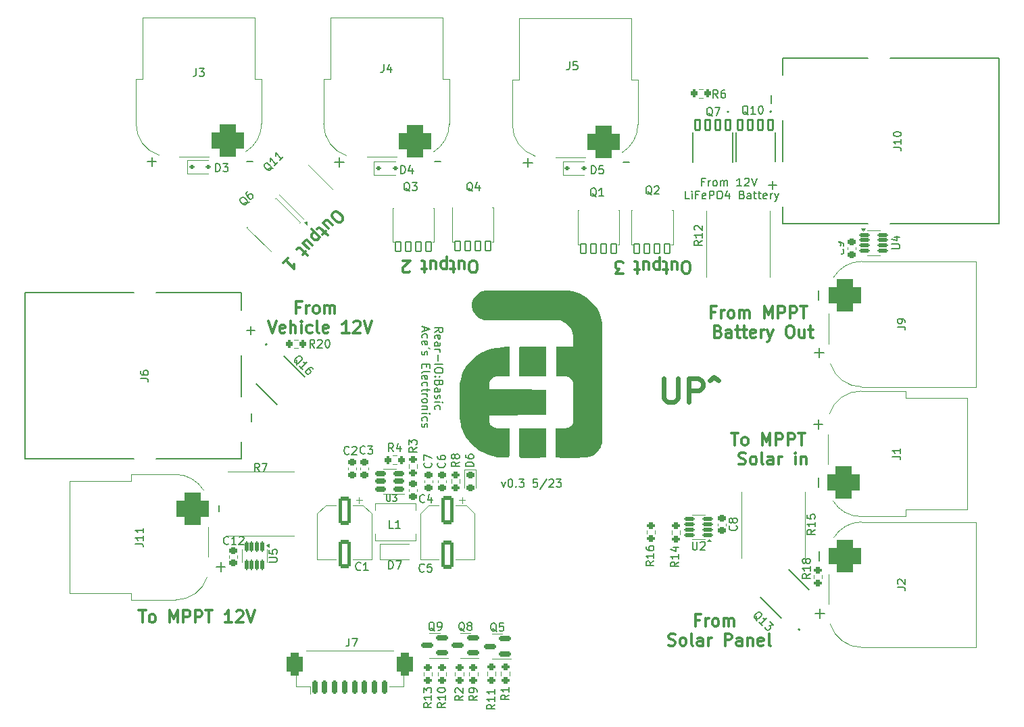
<source format=gbr>
%TF.GenerationSoftware,KiCad,Pcbnew,8.0.0*%
%TF.CreationDate,2024-05-13T21:34:14+10:00*%
%TF.ProjectId,rear_screen,72656172-5f73-4637-9265-656e2e6b6963,v0.3*%
%TF.SameCoordinates,Original*%
%TF.FileFunction,Legend,Top*%
%TF.FilePolarity,Positive*%
%FSLAX46Y46*%
G04 Gerber Fmt 4.6, Leading zero omitted, Abs format (unit mm)*
G04 Created by KiCad (PCBNEW 8.0.0) date 2024-05-13 21:34:14*
%MOMM*%
%LPD*%
G01*
G04 APERTURE LIST*
G04 Aperture macros list*
%AMRoundRect*
0 Rectangle with rounded corners*
0 $1 Rounding radius*
0 $2 $3 $4 $5 $6 $7 $8 $9 X,Y pos of 4 corners*
0 Add a 4 corners polygon primitive as box body*
4,1,4,$2,$3,$4,$5,$6,$7,$8,$9,$2,$3,0*
0 Add four circle primitives for the rounded corners*
1,1,$1+$1,$2,$3*
1,1,$1+$1,$4,$5*
1,1,$1+$1,$6,$7*
1,1,$1+$1,$8,$9*
0 Add four rect primitives between the rounded corners*
20,1,$1+$1,$2,$3,$4,$5,0*
20,1,$1+$1,$4,$5,$6,$7,0*
20,1,$1+$1,$6,$7,$8,$9,0*
20,1,$1+$1,$8,$9,$2,$3,0*%
%AMFreePoly0*
4,1,21,3.024497,2.399497,3.045000,2.350000,3.045000,-2.350000,3.024497,-2.399497,2.975000,-2.420000,1.425000,-2.420000,1.375503,-2.399497,1.355000,-2.350000,1.355000,-2.170000,-1.650000,-2.170000,-1.699497,-2.149497,-1.720000,-2.100000,-1.720000,2.100000,-1.699497,2.149497,-1.650000,2.170000,1.355000,2.170000,1.355000,2.350000,1.375503,2.399497,1.425000,2.420000,2.975000,2.420000,
3.024497,2.399497,3.024497,2.399497,$1*%
%AMFreePoly1*
4,1,9,2.975000,-2.350000,1.425000,-2.350000,1.425000,-2.100000,-1.650000,-2.100000,-1.650000,2.100000,1.425000,2.100000,1.425000,2.350000,2.975000,2.350000,2.975000,-2.350000,2.975000,-2.350000,$1*%
G04 Aperture macros list end*
%ADD10C,0.300000*%
%ADD11C,0.600000*%
%ADD12C,0.150000*%
%ADD13C,0.200000*%
%ADD14C,0.120000*%
%ADD15C,0.127000*%
%ADD16C,0.000000*%
%ADD17C,0.010000*%
%ADD18C,5.600000*%
%ADD19R,0.900000X2.000000*%
%ADD20RoundRect,1.025000X-1.025000X-1.025000X1.025000X-1.025000X1.025000X1.025000X-1.025000X1.025000X0*%
%ADD21C,4.100000*%
%ADD22RoundRect,0.112500X-0.187500X-0.112500X0.187500X-0.112500X0.187500X0.112500X-0.187500X0.112500X0*%
%ADD23R,1.200000X1.200000*%
%ADD24RoundRect,0.070000X-0.350000X-0.575000X0.350000X-0.575000X0.350000X0.575000X-0.350000X0.575000X0*%
%ADD25FreePoly0,90.000000*%
%ADD26RoundRect,0.175000X0.159099X-0.406586X0.406586X-0.159099X-0.159099X0.406586X-0.406586X0.159099X0*%
%ADD27FreePoly1,135.000000*%
%ADD28RoundRect,0.225000X0.250000X-0.225000X0.250000X0.225000X-0.250000X0.225000X-0.250000X-0.225000X0*%
%ADD29R,2.000000X0.900000*%
%ADD30RoundRect,1.025000X-1.025000X1.025000X-1.025000X-1.025000X1.025000X-1.025000X1.025000X1.025000X0*%
%ADD31RoundRect,0.200000X-0.275000X0.200000X-0.275000X-0.200000X0.275000X-0.200000X0.275000X0.200000X0*%
%ADD32RoundRect,0.070000X0.159099X-0.654074X0.654074X-0.159099X-0.159099X0.654074X-0.654074X0.159099X0*%
%ADD33FreePoly0,135.000000*%
%ADD34RoundRect,1.025000X1.025000X-1.025000X1.025000X1.025000X-1.025000X1.025000X-1.025000X-1.025000X0*%
%ADD35RoundRect,0.225000X-0.250000X0.225000X-0.250000X-0.225000X0.250000X-0.225000X0.250000X0.225000X0*%
%ADD36RoundRect,0.150000X0.587500X0.150000X-0.587500X0.150000X-0.587500X-0.150000X0.587500X-0.150000X0*%
%ADD37RoundRect,0.102000X-0.305000X0.635000X-0.305000X-0.635000X0.305000X-0.635000X0.305000X0.635000X0*%
%ADD38C,5.500000*%
%ADD39R,4.916000X4.916000*%
%ADD40O,2.600000X1.300000*%
%ADD41RoundRect,0.200000X0.275000X-0.200000X0.275000X0.200000X-0.275000X0.200000X-0.275000X-0.200000X0*%
%ADD42RoundRect,0.102000X-0.664680X0.233345X0.233345X-0.664680X0.664680X-0.233345X-0.233345X0.664680X0*%
%ADD43R,7.800000X2.170000*%
%ADD44R,7.800000X2.200000*%
%ADD45RoundRect,0.125000X-0.125000X0.537500X-0.125000X-0.537500X0.125000X-0.537500X0.125000X0.537500X0*%
%ADD46R,1.500000X2.500000*%
%ADD47RoundRect,0.125000X0.537500X0.125000X-0.537500X0.125000X-0.537500X-0.125000X0.537500X-0.125000X0*%
%ADD48RoundRect,0.200000X0.200000X0.275000X-0.200000X0.275000X-0.200000X-0.275000X0.200000X-0.275000X0*%
%ADD49RoundRect,0.150000X-0.150000X-0.700000X0.150000X-0.700000X0.150000X0.700000X-0.150000X0.700000X0*%
%ADD50RoundRect,0.500000X-0.500000X-0.900000X0.500000X-0.900000X0.500000X0.900000X-0.500000X0.900000X0*%
%ADD51RoundRect,0.250000X-0.550000X1.500000X-0.550000X-1.500000X0.550000X-1.500000X0.550000X1.500000X0*%
%ADD52RoundRect,0.150000X0.512500X0.150000X-0.512500X0.150000X-0.512500X-0.150000X0.512500X-0.150000X0*%
%ADD53RoundRect,0.102000X0.664680X-0.233345X-0.233345X0.664680X-0.664680X0.233345X0.233345X-0.664680X0*%
%ADD54C,4.916000*%
%ADD55R,2.170000X7.800000*%
%ADD56R,2.200000X7.800000*%
%ADD57RoundRect,0.200000X-0.200000X-0.275000X0.200000X-0.275000X0.200000X0.275000X-0.200000X0.275000X0*%
%ADD58RoundRect,0.218750X-0.256250X0.218750X-0.256250X-0.218750X0.256250X-0.218750X0.256250X0.218750X0*%
%ADD59RoundRect,0.125000X-0.537500X-0.125000X0.537500X-0.125000X0.537500X0.125000X-0.537500X0.125000X0*%
G04 APERTURE END LIST*
D10*
X155649774Y-82539171D02*
X155364060Y-82539171D01*
X155364060Y-82539171D02*
X155221203Y-82467742D01*
X155221203Y-82467742D02*
X155078346Y-82324885D01*
X155078346Y-82324885D02*
X155006917Y-82039171D01*
X155006917Y-82039171D02*
X155006917Y-81539171D01*
X155006917Y-81539171D02*
X155078346Y-81253457D01*
X155078346Y-81253457D02*
X155221203Y-81110600D01*
X155221203Y-81110600D02*
X155364060Y-81039171D01*
X155364060Y-81039171D02*
X155649774Y-81039171D01*
X155649774Y-81039171D02*
X155792632Y-81110600D01*
X155792632Y-81110600D02*
X155935489Y-81253457D01*
X155935489Y-81253457D02*
X156006917Y-81539171D01*
X156006917Y-81539171D02*
X156006917Y-82039171D01*
X156006917Y-82039171D02*
X155935489Y-82324885D01*
X155935489Y-82324885D02*
X155792632Y-82467742D01*
X155792632Y-82467742D02*
X155649774Y-82539171D01*
X153721203Y-82039171D02*
X153721203Y-81039171D01*
X154364060Y-82039171D02*
X154364060Y-81253457D01*
X154364060Y-81253457D02*
X154292631Y-81110600D01*
X154292631Y-81110600D02*
X154149774Y-81039171D01*
X154149774Y-81039171D02*
X153935488Y-81039171D01*
X153935488Y-81039171D02*
X153792631Y-81110600D01*
X153792631Y-81110600D02*
X153721203Y-81182028D01*
X153221202Y-82039171D02*
X152649774Y-82039171D01*
X153006917Y-82539171D02*
X153006917Y-81253457D01*
X153006917Y-81253457D02*
X152935488Y-81110600D01*
X152935488Y-81110600D02*
X152792631Y-81039171D01*
X152792631Y-81039171D02*
X152649774Y-81039171D01*
X152149774Y-82039171D02*
X152149774Y-80539171D01*
X152149774Y-81967742D02*
X152006917Y-82039171D01*
X152006917Y-82039171D02*
X151721202Y-82039171D01*
X151721202Y-82039171D02*
X151578345Y-81967742D01*
X151578345Y-81967742D02*
X151506917Y-81896314D01*
X151506917Y-81896314D02*
X151435488Y-81753457D01*
X151435488Y-81753457D02*
X151435488Y-81324885D01*
X151435488Y-81324885D02*
X151506917Y-81182028D01*
X151506917Y-81182028D02*
X151578345Y-81110600D01*
X151578345Y-81110600D02*
X151721202Y-81039171D01*
X151721202Y-81039171D02*
X152006917Y-81039171D01*
X152006917Y-81039171D02*
X152149774Y-81110600D01*
X150149774Y-82039171D02*
X150149774Y-81039171D01*
X150792631Y-82039171D02*
X150792631Y-81253457D01*
X150792631Y-81253457D02*
X150721202Y-81110600D01*
X150721202Y-81110600D02*
X150578345Y-81039171D01*
X150578345Y-81039171D02*
X150364059Y-81039171D01*
X150364059Y-81039171D02*
X150221202Y-81110600D01*
X150221202Y-81110600D02*
X150149774Y-81182028D01*
X149649773Y-82039171D02*
X149078345Y-82039171D01*
X149435488Y-82539171D02*
X149435488Y-81253457D01*
X149435488Y-81253457D02*
X149364059Y-81110600D01*
X149364059Y-81110600D02*
X149221202Y-81039171D01*
X149221202Y-81039171D02*
X149078345Y-81039171D01*
X147578345Y-82539171D02*
X146649773Y-82539171D01*
X146649773Y-82539171D02*
X147149773Y-81967742D01*
X147149773Y-81967742D02*
X146935488Y-81967742D01*
X146935488Y-81967742D02*
X146792631Y-81896314D01*
X146792631Y-81896314D02*
X146721202Y-81824885D01*
X146721202Y-81824885D02*
X146649773Y-81682028D01*
X146649773Y-81682028D02*
X146649773Y-81324885D01*
X146649773Y-81324885D02*
X146721202Y-81182028D01*
X146721202Y-81182028D02*
X146792631Y-81110600D01*
X146792631Y-81110600D02*
X146935488Y-81039171D01*
X146935488Y-81039171D02*
X147364059Y-81039171D01*
X147364059Y-81039171D02*
X147506916Y-81110600D01*
X147506916Y-81110600D02*
X147578345Y-81182028D01*
X107150000Y-86785156D02*
X106650000Y-86785156D01*
X106650000Y-87570870D02*
X106650000Y-86070870D01*
X106650000Y-86070870D02*
X107364286Y-86070870D01*
X107935714Y-87570870D02*
X107935714Y-86570870D01*
X107935714Y-86856584D02*
X108007143Y-86713727D01*
X108007143Y-86713727D02*
X108078572Y-86642299D01*
X108078572Y-86642299D02*
X108221429Y-86570870D01*
X108221429Y-86570870D02*
X108364286Y-86570870D01*
X109078571Y-87570870D02*
X108935714Y-87499442D01*
X108935714Y-87499442D02*
X108864285Y-87428013D01*
X108864285Y-87428013D02*
X108792857Y-87285156D01*
X108792857Y-87285156D02*
X108792857Y-86856584D01*
X108792857Y-86856584D02*
X108864285Y-86713727D01*
X108864285Y-86713727D02*
X108935714Y-86642299D01*
X108935714Y-86642299D02*
X109078571Y-86570870D01*
X109078571Y-86570870D02*
X109292857Y-86570870D01*
X109292857Y-86570870D02*
X109435714Y-86642299D01*
X109435714Y-86642299D02*
X109507143Y-86713727D01*
X109507143Y-86713727D02*
X109578571Y-86856584D01*
X109578571Y-86856584D02*
X109578571Y-87285156D01*
X109578571Y-87285156D02*
X109507143Y-87428013D01*
X109507143Y-87428013D02*
X109435714Y-87499442D01*
X109435714Y-87499442D02*
X109292857Y-87570870D01*
X109292857Y-87570870D02*
X109078571Y-87570870D01*
X110221428Y-87570870D02*
X110221428Y-86570870D01*
X110221428Y-86713727D02*
X110292857Y-86642299D01*
X110292857Y-86642299D02*
X110435714Y-86570870D01*
X110435714Y-86570870D02*
X110650000Y-86570870D01*
X110650000Y-86570870D02*
X110792857Y-86642299D01*
X110792857Y-86642299D02*
X110864286Y-86785156D01*
X110864286Y-86785156D02*
X110864286Y-87570870D01*
X110864286Y-86785156D02*
X110935714Y-86642299D01*
X110935714Y-86642299D02*
X111078571Y-86570870D01*
X111078571Y-86570870D02*
X111292857Y-86570870D01*
X111292857Y-86570870D02*
X111435714Y-86642299D01*
X111435714Y-86642299D02*
X111507143Y-86785156D01*
X111507143Y-86785156D02*
X111507143Y-87570870D01*
X103150001Y-88485786D02*
X103650001Y-89985786D01*
X103650001Y-89985786D02*
X104150001Y-88485786D01*
X105221429Y-89914358D02*
X105078572Y-89985786D01*
X105078572Y-89985786D02*
X104792858Y-89985786D01*
X104792858Y-89985786D02*
X104650000Y-89914358D01*
X104650000Y-89914358D02*
X104578572Y-89771500D01*
X104578572Y-89771500D02*
X104578572Y-89200072D01*
X104578572Y-89200072D02*
X104650000Y-89057215D01*
X104650000Y-89057215D02*
X104792858Y-88985786D01*
X104792858Y-88985786D02*
X105078572Y-88985786D01*
X105078572Y-88985786D02*
X105221429Y-89057215D01*
X105221429Y-89057215D02*
X105292858Y-89200072D01*
X105292858Y-89200072D02*
X105292858Y-89342929D01*
X105292858Y-89342929D02*
X104578572Y-89485786D01*
X105935714Y-89985786D02*
X105935714Y-88485786D01*
X106578572Y-89985786D02*
X106578572Y-89200072D01*
X106578572Y-89200072D02*
X106507143Y-89057215D01*
X106507143Y-89057215D02*
X106364286Y-88985786D01*
X106364286Y-88985786D02*
X106150000Y-88985786D01*
X106150000Y-88985786D02*
X106007143Y-89057215D01*
X106007143Y-89057215D02*
X105935714Y-89128643D01*
X107292857Y-89985786D02*
X107292857Y-88985786D01*
X107292857Y-88485786D02*
X107221429Y-88557215D01*
X107221429Y-88557215D02*
X107292857Y-88628643D01*
X107292857Y-88628643D02*
X107364286Y-88557215D01*
X107364286Y-88557215D02*
X107292857Y-88485786D01*
X107292857Y-88485786D02*
X107292857Y-88628643D01*
X108650001Y-89914358D02*
X108507143Y-89985786D01*
X108507143Y-89985786D02*
X108221429Y-89985786D01*
X108221429Y-89985786D02*
X108078572Y-89914358D01*
X108078572Y-89914358D02*
X108007143Y-89842929D01*
X108007143Y-89842929D02*
X107935715Y-89700072D01*
X107935715Y-89700072D02*
X107935715Y-89271500D01*
X107935715Y-89271500D02*
X108007143Y-89128643D01*
X108007143Y-89128643D02*
X108078572Y-89057215D01*
X108078572Y-89057215D02*
X108221429Y-88985786D01*
X108221429Y-88985786D02*
X108507143Y-88985786D01*
X108507143Y-88985786D02*
X108650001Y-89057215D01*
X109507143Y-89985786D02*
X109364286Y-89914358D01*
X109364286Y-89914358D02*
X109292857Y-89771500D01*
X109292857Y-89771500D02*
X109292857Y-88485786D01*
X110650000Y-89914358D02*
X110507143Y-89985786D01*
X110507143Y-89985786D02*
X110221429Y-89985786D01*
X110221429Y-89985786D02*
X110078571Y-89914358D01*
X110078571Y-89914358D02*
X110007143Y-89771500D01*
X110007143Y-89771500D02*
X110007143Y-89200072D01*
X110007143Y-89200072D02*
X110078571Y-89057215D01*
X110078571Y-89057215D02*
X110221429Y-88985786D01*
X110221429Y-88985786D02*
X110507143Y-88985786D01*
X110507143Y-88985786D02*
X110650000Y-89057215D01*
X110650000Y-89057215D02*
X110721429Y-89200072D01*
X110721429Y-89200072D02*
X110721429Y-89342929D01*
X110721429Y-89342929D02*
X110007143Y-89485786D01*
X113292857Y-89985786D02*
X112435714Y-89985786D01*
X112864285Y-89985786D02*
X112864285Y-88485786D01*
X112864285Y-88485786D02*
X112721428Y-88700072D01*
X112721428Y-88700072D02*
X112578571Y-88842929D01*
X112578571Y-88842929D02*
X112435714Y-88914358D01*
X113864285Y-88628643D02*
X113935713Y-88557215D01*
X113935713Y-88557215D02*
X114078571Y-88485786D01*
X114078571Y-88485786D02*
X114435713Y-88485786D01*
X114435713Y-88485786D02*
X114578571Y-88557215D01*
X114578571Y-88557215D02*
X114649999Y-88628643D01*
X114649999Y-88628643D02*
X114721428Y-88771500D01*
X114721428Y-88771500D02*
X114721428Y-88914358D01*
X114721428Y-88914358D02*
X114649999Y-89128643D01*
X114649999Y-89128643D02*
X113792856Y-89985786D01*
X113792856Y-89985786D02*
X114721428Y-89985786D01*
X115149999Y-88485786D02*
X115649999Y-89985786D01*
X115649999Y-89985786D02*
X116149999Y-88485786D01*
D11*
X152719021Y-95691657D02*
X152719021Y-98120228D01*
X152719021Y-98120228D02*
X152861878Y-98405942D01*
X152861878Y-98405942D02*
X153004736Y-98548800D01*
X153004736Y-98548800D02*
X153290450Y-98691657D01*
X153290450Y-98691657D02*
X153861878Y-98691657D01*
X153861878Y-98691657D02*
X154147593Y-98548800D01*
X154147593Y-98548800D02*
X154290450Y-98405942D01*
X154290450Y-98405942D02*
X154433307Y-98120228D01*
X154433307Y-98120228D02*
X154433307Y-95691657D01*
X155861878Y-98691657D02*
X155861878Y-95691657D01*
X155861878Y-95691657D02*
X157004735Y-95691657D01*
X157004735Y-95691657D02*
X157290450Y-95834514D01*
X157290450Y-95834514D02*
X157433307Y-95977371D01*
X157433307Y-95977371D02*
X157576164Y-96263085D01*
X157576164Y-96263085D02*
X157576164Y-96691657D01*
X157576164Y-96691657D02*
X157433307Y-96977371D01*
X157433307Y-96977371D02*
X157290450Y-97120228D01*
X157290450Y-97120228D02*
X157004735Y-97263085D01*
X157004735Y-97263085D02*
X155861878Y-97263085D01*
X158433307Y-95977371D02*
X159004735Y-95548800D01*
X159004735Y-95548800D02*
X159576164Y-95977371D01*
D10*
X159100000Y-87385156D02*
X158600000Y-87385156D01*
X158600000Y-88170870D02*
X158600000Y-86670870D01*
X158600000Y-86670870D02*
X159314286Y-86670870D01*
X159885714Y-88170870D02*
X159885714Y-87170870D01*
X159885714Y-87456584D02*
X159957143Y-87313727D01*
X159957143Y-87313727D02*
X160028572Y-87242299D01*
X160028572Y-87242299D02*
X160171429Y-87170870D01*
X160171429Y-87170870D02*
X160314286Y-87170870D01*
X161028571Y-88170870D02*
X160885714Y-88099442D01*
X160885714Y-88099442D02*
X160814285Y-88028013D01*
X160814285Y-88028013D02*
X160742857Y-87885156D01*
X160742857Y-87885156D02*
X160742857Y-87456584D01*
X160742857Y-87456584D02*
X160814285Y-87313727D01*
X160814285Y-87313727D02*
X160885714Y-87242299D01*
X160885714Y-87242299D02*
X161028571Y-87170870D01*
X161028571Y-87170870D02*
X161242857Y-87170870D01*
X161242857Y-87170870D02*
X161385714Y-87242299D01*
X161385714Y-87242299D02*
X161457143Y-87313727D01*
X161457143Y-87313727D02*
X161528571Y-87456584D01*
X161528571Y-87456584D02*
X161528571Y-87885156D01*
X161528571Y-87885156D02*
X161457143Y-88028013D01*
X161457143Y-88028013D02*
X161385714Y-88099442D01*
X161385714Y-88099442D02*
X161242857Y-88170870D01*
X161242857Y-88170870D02*
X161028571Y-88170870D01*
X162171428Y-88170870D02*
X162171428Y-87170870D01*
X162171428Y-87313727D02*
X162242857Y-87242299D01*
X162242857Y-87242299D02*
X162385714Y-87170870D01*
X162385714Y-87170870D02*
X162600000Y-87170870D01*
X162600000Y-87170870D02*
X162742857Y-87242299D01*
X162742857Y-87242299D02*
X162814286Y-87385156D01*
X162814286Y-87385156D02*
X162814286Y-88170870D01*
X162814286Y-87385156D02*
X162885714Y-87242299D01*
X162885714Y-87242299D02*
X163028571Y-87170870D01*
X163028571Y-87170870D02*
X163242857Y-87170870D01*
X163242857Y-87170870D02*
X163385714Y-87242299D01*
X163385714Y-87242299D02*
X163457143Y-87385156D01*
X163457143Y-87385156D02*
X163457143Y-88170870D01*
X165314285Y-88170870D02*
X165314285Y-86670870D01*
X165314285Y-86670870D02*
X165814285Y-87742299D01*
X165814285Y-87742299D02*
X166314285Y-86670870D01*
X166314285Y-86670870D02*
X166314285Y-88170870D01*
X167028571Y-88170870D02*
X167028571Y-86670870D01*
X167028571Y-86670870D02*
X167600000Y-86670870D01*
X167600000Y-86670870D02*
X167742857Y-86742299D01*
X167742857Y-86742299D02*
X167814286Y-86813727D01*
X167814286Y-86813727D02*
X167885714Y-86956584D01*
X167885714Y-86956584D02*
X167885714Y-87170870D01*
X167885714Y-87170870D02*
X167814286Y-87313727D01*
X167814286Y-87313727D02*
X167742857Y-87385156D01*
X167742857Y-87385156D02*
X167600000Y-87456584D01*
X167600000Y-87456584D02*
X167028571Y-87456584D01*
X168528571Y-88170870D02*
X168528571Y-86670870D01*
X168528571Y-86670870D02*
X169100000Y-86670870D01*
X169100000Y-86670870D02*
X169242857Y-86742299D01*
X169242857Y-86742299D02*
X169314286Y-86813727D01*
X169314286Y-86813727D02*
X169385714Y-86956584D01*
X169385714Y-86956584D02*
X169385714Y-87170870D01*
X169385714Y-87170870D02*
X169314286Y-87313727D01*
X169314286Y-87313727D02*
X169242857Y-87385156D01*
X169242857Y-87385156D02*
X169100000Y-87456584D01*
X169100000Y-87456584D02*
X168528571Y-87456584D01*
X169814286Y-86670870D02*
X170671429Y-86670870D01*
X170242857Y-88170870D02*
X170242857Y-86670870D01*
X159528571Y-89800072D02*
X159742857Y-89871500D01*
X159742857Y-89871500D02*
X159814286Y-89942929D01*
X159814286Y-89942929D02*
X159885714Y-90085786D01*
X159885714Y-90085786D02*
X159885714Y-90300072D01*
X159885714Y-90300072D02*
X159814286Y-90442929D01*
X159814286Y-90442929D02*
X159742857Y-90514358D01*
X159742857Y-90514358D02*
X159600000Y-90585786D01*
X159600000Y-90585786D02*
X159028571Y-90585786D01*
X159028571Y-90585786D02*
X159028571Y-89085786D01*
X159028571Y-89085786D02*
X159528571Y-89085786D01*
X159528571Y-89085786D02*
X159671429Y-89157215D01*
X159671429Y-89157215D02*
X159742857Y-89228643D01*
X159742857Y-89228643D02*
X159814286Y-89371500D01*
X159814286Y-89371500D02*
X159814286Y-89514358D01*
X159814286Y-89514358D02*
X159742857Y-89657215D01*
X159742857Y-89657215D02*
X159671429Y-89728643D01*
X159671429Y-89728643D02*
X159528571Y-89800072D01*
X159528571Y-89800072D02*
X159028571Y-89800072D01*
X161171429Y-90585786D02*
X161171429Y-89800072D01*
X161171429Y-89800072D02*
X161100000Y-89657215D01*
X161100000Y-89657215D02*
X160957143Y-89585786D01*
X160957143Y-89585786D02*
X160671429Y-89585786D01*
X160671429Y-89585786D02*
X160528571Y-89657215D01*
X161171429Y-90514358D02*
X161028571Y-90585786D01*
X161028571Y-90585786D02*
X160671429Y-90585786D01*
X160671429Y-90585786D02*
X160528571Y-90514358D01*
X160528571Y-90514358D02*
X160457143Y-90371500D01*
X160457143Y-90371500D02*
X160457143Y-90228643D01*
X160457143Y-90228643D02*
X160528571Y-90085786D01*
X160528571Y-90085786D02*
X160671429Y-90014358D01*
X160671429Y-90014358D02*
X161028571Y-90014358D01*
X161028571Y-90014358D02*
X161171429Y-89942929D01*
X161671429Y-89585786D02*
X162242857Y-89585786D01*
X161885714Y-89085786D02*
X161885714Y-90371500D01*
X161885714Y-90371500D02*
X161957143Y-90514358D01*
X161957143Y-90514358D02*
X162100000Y-90585786D01*
X162100000Y-90585786D02*
X162242857Y-90585786D01*
X162528572Y-89585786D02*
X163100000Y-89585786D01*
X162742857Y-89085786D02*
X162742857Y-90371500D01*
X162742857Y-90371500D02*
X162814286Y-90514358D01*
X162814286Y-90514358D02*
X162957143Y-90585786D01*
X162957143Y-90585786D02*
X163100000Y-90585786D01*
X164171429Y-90514358D02*
X164028572Y-90585786D01*
X164028572Y-90585786D02*
X163742858Y-90585786D01*
X163742858Y-90585786D02*
X163600000Y-90514358D01*
X163600000Y-90514358D02*
X163528572Y-90371500D01*
X163528572Y-90371500D02*
X163528572Y-89800072D01*
X163528572Y-89800072D02*
X163600000Y-89657215D01*
X163600000Y-89657215D02*
X163742858Y-89585786D01*
X163742858Y-89585786D02*
X164028572Y-89585786D01*
X164028572Y-89585786D02*
X164171429Y-89657215D01*
X164171429Y-89657215D02*
X164242858Y-89800072D01*
X164242858Y-89800072D02*
X164242858Y-89942929D01*
X164242858Y-89942929D02*
X163528572Y-90085786D01*
X164885714Y-90585786D02*
X164885714Y-89585786D01*
X164885714Y-89871500D02*
X164957143Y-89728643D01*
X164957143Y-89728643D02*
X165028572Y-89657215D01*
X165028572Y-89657215D02*
X165171429Y-89585786D01*
X165171429Y-89585786D02*
X165314286Y-89585786D01*
X165671428Y-89585786D02*
X166028571Y-90585786D01*
X166385714Y-89585786D02*
X166028571Y-90585786D01*
X166028571Y-90585786D02*
X165885714Y-90942929D01*
X165885714Y-90942929D02*
X165814285Y-91014358D01*
X165814285Y-91014358D02*
X165671428Y-91085786D01*
X168385714Y-89085786D02*
X168671428Y-89085786D01*
X168671428Y-89085786D02*
X168814285Y-89157215D01*
X168814285Y-89157215D02*
X168957142Y-89300072D01*
X168957142Y-89300072D02*
X169028571Y-89585786D01*
X169028571Y-89585786D02*
X169028571Y-90085786D01*
X169028571Y-90085786D02*
X168957142Y-90371500D01*
X168957142Y-90371500D02*
X168814285Y-90514358D01*
X168814285Y-90514358D02*
X168671428Y-90585786D01*
X168671428Y-90585786D02*
X168385714Y-90585786D01*
X168385714Y-90585786D02*
X168242857Y-90514358D01*
X168242857Y-90514358D02*
X168099999Y-90371500D01*
X168099999Y-90371500D02*
X168028571Y-90085786D01*
X168028571Y-90085786D02*
X168028571Y-89585786D01*
X168028571Y-89585786D02*
X168099999Y-89300072D01*
X168099999Y-89300072D02*
X168242857Y-89157215D01*
X168242857Y-89157215D02*
X168385714Y-89085786D01*
X170314286Y-89585786D02*
X170314286Y-90585786D01*
X169671428Y-89585786D02*
X169671428Y-90371500D01*
X169671428Y-90371500D02*
X169742857Y-90514358D01*
X169742857Y-90514358D02*
X169885714Y-90585786D01*
X169885714Y-90585786D02*
X170100000Y-90585786D01*
X170100000Y-90585786D02*
X170242857Y-90514358D01*
X170242857Y-90514358D02*
X170314286Y-90442929D01*
X170814286Y-89585786D02*
X171385714Y-89585786D01*
X171028571Y-89085786D02*
X171028571Y-90371500D01*
X171028571Y-90371500D02*
X171100000Y-90514358D01*
X171100000Y-90514358D02*
X171242857Y-90585786D01*
X171242857Y-90585786D02*
X171385714Y-90585786D01*
D12*
X124033092Y-89908207D02*
X124509283Y-89574874D01*
X124033092Y-89336779D02*
X125033092Y-89336779D01*
X125033092Y-89336779D02*
X125033092Y-89717731D01*
X125033092Y-89717731D02*
X124985473Y-89812969D01*
X124985473Y-89812969D02*
X124937854Y-89860588D01*
X124937854Y-89860588D02*
X124842616Y-89908207D01*
X124842616Y-89908207D02*
X124699759Y-89908207D01*
X124699759Y-89908207D02*
X124604521Y-89860588D01*
X124604521Y-89860588D02*
X124556902Y-89812969D01*
X124556902Y-89812969D02*
X124509283Y-89717731D01*
X124509283Y-89717731D02*
X124509283Y-89336779D01*
X124080712Y-90717731D02*
X124033092Y-90622493D01*
X124033092Y-90622493D02*
X124033092Y-90432017D01*
X124033092Y-90432017D02*
X124080712Y-90336779D01*
X124080712Y-90336779D02*
X124175950Y-90289160D01*
X124175950Y-90289160D02*
X124556902Y-90289160D01*
X124556902Y-90289160D02*
X124652140Y-90336779D01*
X124652140Y-90336779D02*
X124699759Y-90432017D01*
X124699759Y-90432017D02*
X124699759Y-90622493D01*
X124699759Y-90622493D02*
X124652140Y-90717731D01*
X124652140Y-90717731D02*
X124556902Y-90765350D01*
X124556902Y-90765350D02*
X124461664Y-90765350D01*
X124461664Y-90765350D02*
X124366426Y-90289160D01*
X124033092Y-91622493D02*
X124556902Y-91622493D01*
X124556902Y-91622493D02*
X124652140Y-91574874D01*
X124652140Y-91574874D02*
X124699759Y-91479636D01*
X124699759Y-91479636D02*
X124699759Y-91289160D01*
X124699759Y-91289160D02*
X124652140Y-91193922D01*
X124080712Y-91622493D02*
X124033092Y-91527255D01*
X124033092Y-91527255D02*
X124033092Y-91289160D01*
X124033092Y-91289160D02*
X124080712Y-91193922D01*
X124080712Y-91193922D02*
X124175950Y-91146303D01*
X124175950Y-91146303D02*
X124271188Y-91146303D01*
X124271188Y-91146303D02*
X124366426Y-91193922D01*
X124366426Y-91193922D02*
X124414045Y-91289160D01*
X124414045Y-91289160D02*
X124414045Y-91527255D01*
X124414045Y-91527255D02*
X124461664Y-91622493D01*
X124033092Y-92098684D02*
X124699759Y-92098684D01*
X124509283Y-92098684D02*
X124604521Y-92146303D01*
X124604521Y-92146303D02*
X124652140Y-92193922D01*
X124652140Y-92193922D02*
X124699759Y-92289160D01*
X124699759Y-92289160D02*
X124699759Y-92384398D01*
X124414045Y-92717732D02*
X124414045Y-93479637D01*
X124033092Y-93955827D02*
X125033092Y-93955827D01*
X125033092Y-94622493D02*
X125033092Y-94812969D01*
X125033092Y-94812969D02*
X124985473Y-94908207D01*
X124985473Y-94908207D02*
X124890235Y-95003445D01*
X124890235Y-95003445D02*
X124699759Y-95051064D01*
X124699759Y-95051064D02*
X124366426Y-95051064D01*
X124366426Y-95051064D02*
X124175950Y-95003445D01*
X124175950Y-95003445D02*
X124080712Y-94908207D01*
X124080712Y-94908207D02*
X124033092Y-94812969D01*
X124033092Y-94812969D02*
X124033092Y-94622493D01*
X124033092Y-94622493D02*
X124080712Y-94527255D01*
X124080712Y-94527255D02*
X124175950Y-94432017D01*
X124175950Y-94432017D02*
X124366426Y-94384398D01*
X124366426Y-94384398D02*
X124699759Y-94384398D01*
X124699759Y-94384398D02*
X124890235Y-94432017D01*
X124890235Y-94432017D02*
X124985473Y-94527255D01*
X124985473Y-94527255D02*
X125033092Y-94622493D01*
X124128331Y-95479636D02*
X124080712Y-95527255D01*
X124080712Y-95527255D02*
X124033092Y-95479636D01*
X124033092Y-95479636D02*
X124080712Y-95432017D01*
X124080712Y-95432017D02*
X124128331Y-95479636D01*
X124128331Y-95479636D02*
X124033092Y-95479636D01*
X124652140Y-95479636D02*
X124604521Y-95527255D01*
X124604521Y-95527255D02*
X124556902Y-95479636D01*
X124556902Y-95479636D02*
X124604521Y-95432017D01*
X124604521Y-95432017D02*
X124652140Y-95479636D01*
X124652140Y-95479636D02*
X124556902Y-95479636D01*
X124556902Y-96289159D02*
X124509283Y-96432016D01*
X124509283Y-96432016D02*
X124461664Y-96479635D01*
X124461664Y-96479635D02*
X124366426Y-96527254D01*
X124366426Y-96527254D02*
X124223569Y-96527254D01*
X124223569Y-96527254D02*
X124128331Y-96479635D01*
X124128331Y-96479635D02*
X124080712Y-96432016D01*
X124080712Y-96432016D02*
X124033092Y-96336778D01*
X124033092Y-96336778D02*
X124033092Y-95955826D01*
X124033092Y-95955826D02*
X125033092Y-95955826D01*
X125033092Y-95955826D02*
X125033092Y-96289159D01*
X125033092Y-96289159D02*
X124985473Y-96384397D01*
X124985473Y-96384397D02*
X124937854Y-96432016D01*
X124937854Y-96432016D02*
X124842616Y-96479635D01*
X124842616Y-96479635D02*
X124747378Y-96479635D01*
X124747378Y-96479635D02*
X124652140Y-96432016D01*
X124652140Y-96432016D02*
X124604521Y-96384397D01*
X124604521Y-96384397D02*
X124556902Y-96289159D01*
X124556902Y-96289159D02*
X124556902Y-95955826D01*
X124033092Y-97384397D02*
X124556902Y-97384397D01*
X124556902Y-97384397D02*
X124652140Y-97336778D01*
X124652140Y-97336778D02*
X124699759Y-97241540D01*
X124699759Y-97241540D02*
X124699759Y-97051064D01*
X124699759Y-97051064D02*
X124652140Y-96955826D01*
X124080712Y-97384397D02*
X124033092Y-97289159D01*
X124033092Y-97289159D02*
X124033092Y-97051064D01*
X124033092Y-97051064D02*
X124080712Y-96955826D01*
X124080712Y-96955826D02*
X124175950Y-96908207D01*
X124175950Y-96908207D02*
X124271188Y-96908207D01*
X124271188Y-96908207D02*
X124366426Y-96955826D01*
X124366426Y-96955826D02*
X124414045Y-97051064D01*
X124414045Y-97051064D02*
X124414045Y-97289159D01*
X124414045Y-97289159D02*
X124461664Y-97384397D01*
X124080712Y-97812969D02*
X124033092Y-97908207D01*
X124033092Y-97908207D02*
X124033092Y-98098683D01*
X124033092Y-98098683D02*
X124080712Y-98193921D01*
X124080712Y-98193921D02*
X124175950Y-98241540D01*
X124175950Y-98241540D02*
X124223569Y-98241540D01*
X124223569Y-98241540D02*
X124318807Y-98193921D01*
X124318807Y-98193921D02*
X124366426Y-98098683D01*
X124366426Y-98098683D02*
X124366426Y-97955826D01*
X124366426Y-97955826D02*
X124414045Y-97860588D01*
X124414045Y-97860588D02*
X124509283Y-97812969D01*
X124509283Y-97812969D02*
X124556902Y-97812969D01*
X124556902Y-97812969D02*
X124652140Y-97860588D01*
X124652140Y-97860588D02*
X124699759Y-97955826D01*
X124699759Y-97955826D02*
X124699759Y-98098683D01*
X124699759Y-98098683D02*
X124652140Y-98193921D01*
X124033092Y-98670112D02*
X124699759Y-98670112D01*
X125033092Y-98670112D02*
X124985473Y-98622493D01*
X124985473Y-98622493D02*
X124937854Y-98670112D01*
X124937854Y-98670112D02*
X124985473Y-98717731D01*
X124985473Y-98717731D02*
X125033092Y-98670112D01*
X125033092Y-98670112D02*
X124937854Y-98670112D01*
X124080712Y-99574873D02*
X124033092Y-99479635D01*
X124033092Y-99479635D02*
X124033092Y-99289159D01*
X124033092Y-99289159D02*
X124080712Y-99193921D01*
X124080712Y-99193921D02*
X124128331Y-99146302D01*
X124128331Y-99146302D02*
X124223569Y-99098683D01*
X124223569Y-99098683D02*
X124509283Y-99098683D01*
X124509283Y-99098683D02*
X124604521Y-99146302D01*
X124604521Y-99146302D02*
X124652140Y-99193921D01*
X124652140Y-99193921D02*
X124699759Y-99289159D01*
X124699759Y-99289159D02*
X124699759Y-99479635D01*
X124699759Y-99479635D02*
X124652140Y-99574873D01*
X122708863Y-89289160D02*
X122708863Y-89765350D01*
X122423148Y-89193922D02*
X123423148Y-89527255D01*
X123423148Y-89527255D02*
X122423148Y-89860588D01*
X122470768Y-90622493D02*
X122423148Y-90527255D01*
X122423148Y-90527255D02*
X122423148Y-90336779D01*
X122423148Y-90336779D02*
X122470768Y-90241541D01*
X122470768Y-90241541D02*
X122518387Y-90193922D01*
X122518387Y-90193922D02*
X122613625Y-90146303D01*
X122613625Y-90146303D02*
X122899339Y-90146303D01*
X122899339Y-90146303D02*
X122994577Y-90193922D01*
X122994577Y-90193922D02*
X123042196Y-90241541D01*
X123042196Y-90241541D02*
X123089815Y-90336779D01*
X123089815Y-90336779D02*
X123089815Y-90527255D01*
X123089815Y-90527255D02*
X123042196Y-90622493D01*
X122470768Y-91432017D02*
X122423148Y-91336779D01*
X122423148Y-91336779D02*
X122423148Y-91146303D01*
X122423148Y-91146303D02*
X122470768Y-91051065D01*
X122470768Y-91051065D02*
X122566006Y-91003446D01*
X122566006Y-91003446D02*
X122946958Y-91003446D01*
X122946958Y-91003446D02*
X123042196Y-91051065D01*
X123042196Y-91051065D02*
X123089815Y-91146303D01*
X123089815Y-91146303D02*
X123089815Y-91336779D01*
X123089815Y-91336779D02*
X123042196Y-91432017D01*
X123042196Y-91432017D02*
X122946958Y-91479636D01*
X122946958Y-91479636D02*
X122851720Y-91479636D01*
X122851720Y-91479636D02*
X122756482Y-91003446D01*
X123423148Y-91955827D02*
X123232672Y-91860589D01*
X122470768Y-92336779D02*
X122423148Y-92432017D01*
X122423148Y-92432017D02*
X122423148Y-92622493D01*
X122423148Y-92622493D02*
X122470768Y-92717731D01*
X122470768Y-92717731D02*
X122566006Y-92765350D01*
X122566006Y-92765350D02*
X122613625Y-92765350D01*
X122613625Y-92765350D02*
X122708863Y-92717731D01*
X122708863Y-92717731D02*
X122756482Y-92622493D01*
X122756482Y-92622493D02*
X122756482Y-92479636D01*
X122756482Y-92479636D02*
X122804101Y-92384398D01*
X122804101Y-92384398D02*
X122899339Y-92336779D01*
X122899339Y-92336779D02*
X122946958Y-92336779D01*
X122946958Y-92336779D02*
X123042196Y-92384398D01*
X123042196Y-92384398D02*
X123089815Y-92479636D01*
X123089815Y-92479636D02*
X123089815Y-92622493D01*
X123089815Y-92622493D02*
X123042196Y-92717731D01*
X122946958Y-93955827D02*
X122946958Y-94289160D01*
X122423148Y-94432017D02*
X122423148Y-93955827D01*
X122423148Y-93955827D02*
X123423148Y-93955827D01*
X123423148Y-93955827D02*
X123423148Y-94432017D01*
X122423148Y-95003446D02*
X122470768Y-94908208D01*
X122470768Y-94908208D02*
X122566006Y-94860589D01*
X122566006Y-94860589D02*
X123423148Y-94860589D01*
X122470768Y-95765351D02*
X122423148Y-95670113D01*
X122423148Y-95670113D02*
X122423148Y-95479637D01*
X122423148Y-95479637D02*
X122470768Y-95384399D01*
X122470768Y-95384399D02*
X122566006Y-95336780D01*
X122566006Y-95336780D02*
X122946958Y-95336780D01*
X122946958Y-95336780D02*
X123042196Y-95384399D01*
X123042196Y-95384399D02*
X123089815Y-95479637D01*
X123089815Y-95479637D02*
X123089815Y-95670113D01*
X123089815Y-95670113D02*
X123042196Y-95765351D01*
X123042196Y-95765351D02*
X122946958Y-95812970D01*
X122946958Y-95812970D02*
X122851720Y-95812970D01*
X122851720Y-95812970D02*
X122756482Y-95336780D01*
X122470768Y-96670113D02*
X122423148Y-96574875D01*
X122423148Y-96574875D02*
X122423148Y-96384399D01*
X122423148Y-96384399D02*
X122470768Y-96289161D01*
X122470768Y-96289161D02*
X122518387Y-96241542D01*
X122518387Y-96241542D02*
X122613625Y-96193923D01*
X122613625Y-96193923D02*
X122899339Y-96193923D01*
X122899339Y-96193923D02*
X122994577Y-96241542D01*
X122994577Y-96241542D02*
X123042196Y-96289161D01*
X123042196Y-96289161D02*
X123089815Y-96384399D01*
X123089815Y-96384399D02*
X123089815Y-96574875D01*
X123089815Y-96574875D02*
X123042196Y-96670113D01*
X123089815Y-96955828D02*
X123089815Y-97336780D01*
X123423148Y-97098685D02*
X122566006Y-97098685D01*
X122566006Y-97098685D02*
X122470768Y-97146304D01*
X122470768Y-97146304D02*
X122423148Y-97241542D01*
X122423148Y-97241542D02*
X122423148Y-97336780D01*
X122423148Y-97670114D02*
X123089815Y-97670114D01*
X122899339Y-97670114D02*
X122994577Y-97717733D01*
X122994577Y-97717733D02*
X123042196Y-97765352D01*
X123042196Y-97765352D02*
X123089815Y-97860590D01*
X123089815Y-97860590D02*
X123089815Y-97955828D01*
X122423148Y-98432019D02*
X122470768Y-98336781D01*
X122470768Y-98336781D02*
X122518387Y-98289162D01*
X122518387Y-98289162D02*
X122613625Y-98241543D01*
X122613625Y-98241543D02*
X122899339Y-98241543D01*
X122899339Y-98241543D02*
X122994577Y-98289162D01*
X122994577Y-98289162D02*
X123042196Y-98336781D01*
X123042196Y-98336781D02*
X123089815Y-98432019D01*
X123089815Y-98432019D02*
X123089815Y-98574876D01*
X123089815Y-98574876D02*
X123042196Y-98670114D01*
X123042196Y-98670114D02*
X122994577Y-98717733D01*
X122994577Y-98717733D02*
X122899339Y-98765352D01*
X122899339Y-98765352D02*
X122613625Y-98765352D01*
X122613625Y-98765352D02*
X122518387Y-98717733D01*
X122518387Y-98717733D02*
X122470768Y-98670114D01*
X122470768Y-98670114D02*
X122423148Y-98574876D01*
X122423148Y-98574876D02*
X122423148Y-98432019D01*
X123089815Y-99193924D02*
X122423148Y-99193924D01*
X122994577Y-99193924D02*
X123042196Y-99241543D01*
X123042196Y-99241543D02*
X123089815Y-99336781D01*
X123089815Y-99336781D02*
X123089815Y-99479638D01*
X123089815Y-99479638D02*
X123042196Y-99574876D01*
X123042196Y-99574876D02*
X122946958Y-99622495D01*
X122946958Y-99622495D02*
X122423148Y-99622495D01*
X122423148Y-100098686D02*
X123089815Y-100098686D01*
X123423148Y-100098686D02*
X123375529Y-100051067D01*
X123375529Y-100051067D02*
X123327910Y-100098686D01*
X123327910Y-100098686D02*
X123375529Y-100146305D01*
X123375529Y-100146305D02*
X123423148Y-100098686D01*
X123423148Y-100098686D02*
X123327910Y-100098686D01*
X122470768Y-101003447D02*
X122423148Y-100908209D01*
X122423148Y-100908209D02*
X122423148Y-100717733D01*
X122423148Y-100717733D02*
X122470768Y-100622495D01*
X122470768Y-100622495D02*
X122518387Y-100574876D01*
X122518387Y-100574876D02*
X122613625Y-100527257D01*
X122613625Y-100527257D02*
X122899339Y-100527257D01*
X122899339Y-100527257D02*
X122994577Y-100574876D01*
X122994577Y-100574876D02*
X123042196Y-100622495D01*
X123042196Y-100622495D02*
X123089815Y-100717733D01*
X123089815Y-100717733D02*
X123089815Y-100908209D01*
X123089815Y-100908209D02*
X123042196Y-101003447D01*
X122470768Y-101384400D02*
X122423148Y-101479638D01*
X122423148Y-101479638D02*
X122423148Y-101670114D01*
X122423148Y-101670114D02*
X122470768Y-101765352D01*
X122470768Y-101765352D02*
X122566006Y-101812971D01*
X122566006Y-101812971D02*
X122613625Y-101812971D01*
X122613625Y-101812971D02*
X122708863Y-101765352D01*
X122708863Y-101765352D02*
X122756482Y-101670114D01*
X122756482Y-101670114D02*
X122756482Y-101527257D01*
X122756482Y-101527257D02*
X122804101Y-101432019D01*
X122804101Y-101432019D02*
X122899339Y-101384400D01*
X122899339Y-101384400D02*
X122946958Y-101384400D01*
X122946958Y-101384400D02*
X123042196Y-101432019D01*
X123042196Y-101432019D02*
X123089815Y-101527257D01*
X123089815Y-101527257D02*
X123089815Y-101670114D01*
X123089815Y-101670114D02*
X123042196Y-101765352D01*
D10*
X161171429Y-102570870D02*
X162028572Y-102570870D01*
X161600000Y-104070870D02*
X161600000Y-102570870D01*
X162742857Y-104070870D02*
X162600000Y-103999442D01*
X162600000Y-103999442D02*
X162528571Y-103928013D01*
X162528571Y-103928013D02*
X162457143Y-103785156D01*
X162457143Y-103785156D02*
X162457143Y-103356584D01*
X162457143Y-103356584D02*
X162528571Y-103213727D01*
X162528571Y-103213727D02*
X162600000Y-103142299D01*
X162600000Y-103142299D02*
X162742857Y-103070870D01*
X162742857Y-103070870D02*
X162957143Y-103070870D01*
X162957143Y-103070870D02*
X163100000Y-103142299D01*
X163100000Y-103142299D02*
X163171429Y-103213727D01*
X163171429Y-103213727D02*
X163242857Y-103356584D01*
X163242857Y-103356584D02*
X163242857Y-103785156D01*
X163242857Y-103785156D02*
X163171429Y-103928013D01*
X163171429Y-103928013D02*
X163100000Y-103999442D01*
X163100000Y-103999442D02*
X162957143Y-104070870D01*
X162957143Y-104070870D02*
X162742857Y-104070870D01*
X165028571Y-104070870D02*
X165028571Y-102570870D01*
X165028571Y-102570870D02*
X165528571Y-103642299D01*
X165528571Y-103642299D02*
X166028571Y-102570870D01*
X166028571Y-102570870D02*
X166028571Y-104070870D01*
X166742857Y-104070870D02*
X166742857Y-102570870D01*
X166742857Y-102570870D02*
X167314286Y-102570870D01*
X167314286Y-102570870D02*
X167457143Y-102642299D01*
X167457143Y-102642299D02*
X167528572Y-102713727D01*
X167528572Y-102713727D02*
X167600000Y-102856584D01*
X167600000Y-102856584D02*
X167600000Y-103070870D01*
X167600000Y-103070870D02*
X167528572Y-103213727D01*
X167528572Y-103213727D02*
X167457143Y-103285156D01*
X167457143Y-103285156D02*
X167314286Y-103356584D01*
X167314286Y-103356584D02*
X166742857Y-103356584D01*
X168242857Y-104070870D02*
X168242857Y-102570870D01*
X168242857Y-102570870D02*
X168814286Y-102570870D01*
X168814286Y-102570870D02*
X168957143Y-102642299D01*
X168957143Y-102642299D02*
X169028572Y-102713727D01*
X169028572Y-102713727D02*
X169100000Y-102856584D01*
X169100000Y-102856584D02*
X169100000Y-103070870D01*
X169100000Y-103070870D02*
X169028572Y-103213727D01*
X169028572Y-103213727D02*
X168957143Y-103285156D01*
X168957143Y-103285156D02*
X168814286Y-103356584D01*
X168814286Y-103356584D02*
X168242857Y-103356584D01*
X169528572Y-102570870D02*
X170385715Y-102570870D01*
X169957143Y-104070870D02*
X169957143Y-102570870D01*
X162100000Y-106414358D02*
X162314286Y-106485786D01*
X162314286Y-106485786D02*
X162671428Y-106485786D01*
X162671428Y-106485786D02*
X162814286Y-106414358D01*
X162814286Y-106414358D02*
X162885714Y-106342929D01*
X162885714Y-106342929D02*
X162957143Y-106200072D01*
X162957143Y-106200072D02*
X162957143Y-106057215D01*
X162957143Y-106057215D02*
X162885714Y-105914358D01*
X162885714Y-105914358D02*
X162814286Y-105842929D01*
X162814286Y-105842929D02*
X162671428Y-105771500D01*
X162671428Y-105771500D02*
X162385714Y-105700072D01*
X162385714Y-105700072D02*
X162242857Y-105628643D01*
X162242857Y-105628643D02*
X162171428Y-105557215D01*
X162171428Y-105557215D02*
X162100000Y-105414358D01*
X162100000Y-105414358D02*
X162100000Y-105271500D01*
X162100000Y-105271500D02*
X162171428Y-105128643D01*
X162171428Y-105128643D02*
X162242857Y-105057215D01*
X162242857Y-105057215D02*
X162385714Y-104985786D01*
X162385714Y-104985786D02*
X162742857Y-104985786D01*
X162742857Y-104985786D02*
X162957143Y-105057215D01*
X163814285Y-106485786D02*
X163671428Y-106414358D01*
X163671428Y-106414358D02*
X163599999Y-106342929D01*
X163599999Y-106342929D02*
X163528571Y-106200072D01*
X163528571Y-106200072D02*
X163528571Y-105771500D01*
X163528571Y-105771500D02*
X163599999Y-105628643D01*
X163599999Y-105628643D02*
X163671428Y-105557215D01*
X163671428Y-105557215D02*
X163814285Y-105485786D01*
X163814285Y-105485786D02*
X164028571Y-105485786D01*
X164028571Y-105485786D02*
X164171428Y-105557215D01*
X164171428Y-105557215D02*
X164242857Y-105628643D01*
X164242857Y-105628643D02*
X164314285Y-105771500D01*
X164314285Y-105771500D02*
X164314285Y-106200072D01*
X164314285Y-106200072D02*
X164242857Y-106342929D01*
X164242857Y-106342929D02*
X164171428Y-106414358D01*
X164171428Y-106414358D02*
X164028571Y-106485786D01*
X164028571Y-106485786D02*
X163814285Y-106485786D01*
X165171428Y-106485786D02*
X165028571Y-106414358D01*
X165028571Y-106414358D02*
X164957142Y-106271500D01*
X164957142Y-106271500D02*
X164957142Y-104985786D01*
X166385714Y-106485786D02*
X166385714Y-105700072D01*
X166385714Y-105700072D02*
X166314285Y-105557215D01*
X166314285Y-105557215D02*
X166171428Y-105485786D01*
X166171428Y-105485786D02*
X165885714Y-105485786D01*
X165885714Y-105485786D02*
X165742856Y-105557215D01*
X166385714Y-106414358D02*
X166242856Y-106485786D01*
X166242856Y-106485786D02*
X165885714Y-106485786D01*
X165885714Y-106485786D02*
X165742856Y-106414358D01*
X165742856Y-106414358D02*
X165671428Y-106271500D01*
X165671428Y-106271500D02*
X165671428Y-106128643D01*
X165671428Y-106128643D02*
X165742856Y-105985786D01*
X165742856Y-105985786D02*
X165885714Y-105914358D01*
X165885714Y-105914358D02*
X166242856Y-105914358D01*
X166242856Y-105914358D02*
X166385714Y-105842929D01*
X167099999Y-106485786D02*
X167099999Y-105485786D01*
X167099999Y-105771500D02*
X167171428Y-105628643D01*
X167171428Y-105628643D02*
X167242857Y-105557215D01*
X167242857Y-105557215D02*
X167385714Y-105485786D01*
X167385714Y-105485786D02*
X167528571Y-105485786D01*
X169171427Y-106485786D02*
X169171427Y-105485786D01*
X169171427Y-104985786D02*
X169099999Y-105057215D01*
X169099999Y-105057215D02*
X169171427Y-105128643D01*
X169171427Y-105128643D02*
X169242856Y-105057215D01*
X169242856Y-105057215D02*
X169171427Y-104985786D01*
X169171427Y-104985786D02*
X169171427Y-105128643D01*
X169885713Y-105485786D02*
X169885713Y-106485786D01*
X169885713Y-105628643D02*
X169957142Y-105557215D01*
X169957142Y-105557215D02*
X170099999Y-105485786D01*
X170099999Y-105485786D02*
X170314285Y-105485786D01*
X170314285Y-105485786D02*
X170457142Y-105557215D01*
X170457142Y-105557215D02*
X170528571Y-105700072D01*
X170528571Y-105700072D02*
X170528571Y-106485786D01*
D13*
X157771429Y-71073434D02*
X157438096Y-71073434D01*
X157438096Y-71597244D02*
X157438096Y-70597244D01*
X157438096Y-70597244D02*
X157914286Y-70597244D01*
X158295239Y-71597244D02*
X158295239Y-70930577D01*
X158295239Y-71121053D02*
X158342858Y-71025815D01*
X158342858Y-71025815D02*
X158390477Y-70978196D01*
X158390477Y-70978196D02*
X158485715Y-70930577D01*
X158485715Y-70930577D02*
X158580953Y-70930577D01*
X159057144Y-71597244D02*
X158961906Y-71549625D01*
X158961906Y-71549625D02*
X158914287Y-71502005D01*
X158914287Y-71502005D02*
X158866668Y-71406767D01*
X158866668Y-71406767D02*
X158866668Y-71121053D01*
X158866668Y-71121053D02*
X158914287Y-71025815D01*
X158914287Y-71025815D02*
X158961906Y-70978196D01*
X158961906Y-70978196D02*
X159057144Y-70930577D01*
X159057144Y-70930577D02*
X159200001Y-70930577D01*
X159200001Y-70930577D02*
X159295239Y-70978196D01*
X159295239Y-70978196D02*
X159342858Y-71025815D01*
X159342858Y-71025815D02*
X159390477Y-71121053D01*
X159390477Y-71121053D02*
X159390477Y-71406767D01*
X159390477Y-71406767D02*
X159342858Y-71502005D01*
X159342858Y-71502005D02*
X159295239Y-71549625D01*
X159295239Y-71549625D02*
X159200001Y-71597244D01*
X159200001Y-71597244D02*
X159057144Y-71597244D01*
X159819049Y-71597244D02*
X159819049Y-70930577D01*
X159819049Y-71025815D02*
X159866668Y-70978196D01*
X159866668Y-70978196D02*
X159961906Y-70930577D01*
X159961906Y-70930577D02*
X160104763Y-70930577D01*
X160104763Y-70930577D02*
X160200001Y-70978196D01*
X160200001Y-70978196D02*
X160247620Y-71073434D01*
X160247620Y-71073434D02*
X160247620Y-71597244D01*
X160247620Y-71073434D02*
X160295239Y-70978196D01*
X160295239Y-70978196D02*
X160390477Y-70930577D01*
X160390477Y-70930577D02*
X160533334Y-70930577D01*
X160533334Y-70930577D02*
X160628573Y-70978196D01*
X160628573Y-70978196D02*
X160676192Y-71073434D01*
X160676192Y-71073434D02*
X160676192Y-71597244D01*
X162438096Y-71597244D02*
X161866668Y-71597244D01*
X162152382Y-71597244D02*
X162152382Y-70597244D01*
X162152382Y-70597244D02*
X162057144Y-70740101D01*
X162057144Y-70740101D02*
X161961906Y-70835339D01*
X161961906Y-70835339D02*
X161866668Y-70882958D01*
X162819049Y-70692482D02*
X162866668Y-70644863D01*
X162866668Y-70644863D02*
X162961906Y-70597244D01*
X162961906Y-70597244D02*
X163200001Y-70597244D01*
X163200001Y-70597244D02*
X163295239Y-70644863D01*
X163295239Y-70644863D02*
X163342858Y-70692482D01*
X163342858Y-70692482D02*
X163390477Y-70787720D01*
X163390477Y-70787720D02*
X163390477Y-70882958D01*
X163390477Y-70882958D02*
X163342858Y-71025815D01*
X163342858Y-71025815D02*
X162771430Y-71597244D01*
X162771430Y-71597244D02*
X163390477Y-71597244D01*
X163676192Y-70597244D02*
X164009525Y-71597244D01*
X164009525Y-71597244D02*
X164342858Y-70597244D01*
X155890476Y-73207188D02*
X155414286Y-73207188D01*
X155414286Y-73207188D02*
X155414286Y-72207188D01*
X156223810Y-73207188D02*
X156223810Y-72540521D01*
X156223810Y-72207188D02*
X156176191Y-72254807D01*
X156176191Y-72254807D02*
X156223810Y-72302426D01*
X156223810Y-72302426D02*
X156271429Y-72254807D01*
X156271429Y-72254807D02*
X156223810Y-72207188D01*
X156223810Y-72207188D02*
X156223810Y-72302426D01*
X157033333Y-72683378D02*
X156700000Y-72683378D01*
X156700000Y-73207188D02*
X156700000Y-72207188D01*
X156700000Y-72207188D02*
X157176190Y-72207188D01*
X157938095Y-73159569D02*
X157842857Y-73207188D01*
X157842857Y-73207188D02*
X157652381Y-73207188D01*
X157652381Y-73207188D02*
X157557143Y-73159569D01*
X157557143Y-73159569D02*
X157509524Y-73064330D01*
X157509524Y-73064330D02*
X157509524Y-72683378D01*
X157509524Y-72683378D02*
X157557143Y-72588140D01*
X157557143Y-72588140D02*
X157652381Y-72540521D01*
X157652381Y-72540521D02*
X157842857Y-72540521D01*
X157842857Y-72540521D02*
X157938095Y-72588140D01*
X157938095Y-72588140D02*
X157985714Y-72683378D01*
X157985714Y-72683378D02*
X157985714Y-72778616D01*
X157985714Y-72778616D02*
X157509524Y-72873854D01*
X158414286Y-73207188D02*
X158414286Y-72207188D01*
X158414286Y-72207188D02*
X158795238Y-72207188D01*
X158795238Y-72207188D02*
X158890476Y-72254807D01*
X158890476Y-72254807D02*
X158938095Y-72302426D01*
X158938095Y-72302426D02*
X158985714Y-72397664D01*
X158985714Y-72397664D02*
X158985714Y-72540521D01*
X158985714Y-72540521D02*
X158938095Y-72635759D01*
X158938095Y-72635759D02*
X158890476Y-72683378D01*
X158890476Y-72683378D02*
X158795238Y-72730997D01*
X158795238Y-72730997D02*
X158414286Y-72730997D01*
X159604762Y-72207188D02*
X159795238Y-72207188D01*
X159795238Y-72207188D02*
X159890476Y-72254807D01*
X159890476Y-72254807D02*
X159985714Y-72350045D01*
X159985714Y-72350045D02*
X160033333Y-72540521D01*
X160033333Y-72540521D02*
X160033333Y-72873854D01*
X160033333Y-72873854D02*
X159985714Y-73064330D01*
X159985714Y-73064330D02*
X159890476Y-73159569D01*
X159890476Y-73159569D02*
X159795238Y-73207188D01*
X159795238Y-73207188D02*
X159604762Y-73207188D01*
X159604762Y-73207188D02*
X159509524Y-73159569D01*
X159509524Y-73159569D02*
X159414286Y-73064330D01*
X159414286Y-73064330D02*
X159366667Y-72873854D01*
X159366667Y-72873854D02*
X159366667Y-72540521D01*
X159366667Y-72540521D02*
X159414286Y-72350045D01*
X159414286Y-72350045D02*
X159509524Y-72254807D01*
X159509524Y-72254807D02*
X159604762Y-72207188D01*
X160890476Y-72540521D02*
X160890476Y-73207188D01*
X160652381Y-72159569D02*
X160414286Y-72873854D01*
X160414286Y-72873854D02*
X161033333Y-72873854D01*
X162509524Y-72683378D02*
X162652381Y-72730997D01*
X162652381Y-72730997D02*
X162700000Y-72778616D01*
X162700000Y-72778616D02*
X162747619Y-72873854D01*
X162747619Y-72873854D02*
X162747619Y-73016711D01*
X162747619Y-73016711D02*
X162700000Y-73111949D01*
X162700000Y-73111949D02*
X162652381Y-73159569D01*
X162652381Y-73159569D02*
X162557143Y-73207188D01*
X162557143Y-73207188D02*
X162176191Y-73207188D01*
X162176191Y-73207188D02*
X162176191Y-72207188D01*
X162176191Y-72207188D02*
X162509524Y-72207188D01*
X162509524Y-72207188D02*
X162604762Y-72254807D01*
X162604762Y-72254807D02*
X162652381Y-72302426D01*
X162652381Y-72302426D02*
X162700000Y-72397664D01*
X162700000Y-72397664D02*
X162700000Y-72492902D01*
X162700000Y-72492902D02*
X162652381Y-72588140D01*
X162652381Y-72588140D02*
X162604762Y-72635759D01*
X162604762Y-72635759D02*
X162509524Y-72683378D01*
X162509524Y-72683378D02*
X162176191Y-72683378D01*
X163604762Y-73207188D02*
X163604762Y-72683378D01*
X163604762Y-72683378D02*
X163557143Y-72588140D01*
X163557143Y-72588140D02*
X163461905Y-72540521D01*
X163461905Y-72540521D02*
X163271429Y-72540521D01*
X163271429Y-72540521D02*
X163176191Y-72588140D01*
X163604762Y-73159569D02*
X163509524Y-73207188D01*
X163509524Y-73207188D02*
X163271429Y-73207188D01*
X163271429Y-73207188D02*
X163176191Y-73159569D01*
X163176191Y-73159569D02*
X163128572Y-73064330D01*
X163128572Y-73064330D02*
X163128572Y-72969092D01*
X163128572Y-72969092D02*
X163176191Y-72873854D01*
X163176191Y-72873854D02*
X163271429Y-72826235D01*
X163271429Y-72826235D02*
X163509524Y-72826235D01*
X163509524Y-72826235D02*
X163604762Y-72778616D01*
X163938096Y-72540521D02*
X164319048Y-72540521D01*
X164080953Y-72207188D02*
X164080953Y-73064330D01*
X164080953Y-73064330D02*
X164128572Y-73159569D01*
X164128572Y-73159569D02*
X164223810Y-73207188D01*
X164223810Y-73207188D02*
X164319048Y-73207188D01*
X164509525Y-72540521D02*
X164890477Y-72540521D01*
X164652382Y-72207188D02*
X164652382Y-73064330D01*
X164652382Y-73064330D02*
X164700001Y-73159569D01*
X164700001Y-73159569D02*
X164795239Y-73207188D01*
X164795239Y-73207188D02*
X164890477Y-73207188D01*
X165604763Y-73159569D02*
X165509525Y-73207188D01*
X165509525Y-73207188D02*
X165319049Y-73207188D01*
X165319049Y-73207188D02*
X165223811Y-73159569D01*
X165223811Y-73159569D02*
X165176192Y-73064330D01*
X165176192Y-73064330D02*
X165176192Y-72683378D01*
X165176192Y-72683378D02*
X165223811Y-72588140D01*
X165223811Y-72588140D02*
X165319049Y-72540521D01*
X165319049Y-72540521D02*
X165509525Y-72540521D01*
X165509525Y-72540521D02*
X165604763Y-72588140D01*
X165604763Y-72588140D02*
X165652382Y-72683378D01*
X165652382Y-72683378D02*
X165652382Y-72778616D01*
X165652382Y-72778616D02*
X165176192Y-72873854D01*
X166080954Y-73207188D02*
X166080954Y-72540521D01*
X166080954Y-72730997D02*
X166128573Y-72635759D01*
X166128573Y-72635759D02*
X166176192Y-72588140D01*
X166176192Y-72588140D02*
X166271430Y-72540521D01*
X166271430Y-72540521D02*
X166366668Y-72540521D01*
X166604764Y-72540521D02*
X166842859Y-73207188D01*
X167080954Y-72540521D02*
X166842859Y-73207188D01*
X166842859Y-73207188D02*
X166747621Y-73445283D01*
X166747621Y-73445283D02*
X166700002Y-73492902D01*
X166700002Y-73492902D02*
X166604764Y-73540521D01*
D10*
X128979774Y-82439171D02*
X128694060Y-82439171D01*
X128694060Y-82439171D02*
X128551203Y-82367742D01*
X128551203Y-82367742D02*
X128408346Y-82224885D01*
X128408346Y-82224885D02*
X128336917Y-81939171D01*
X128336917Y-81939171D02*
X128336917Y-81439171D01*
X128336917Y-81439171D02*
X128408346Y-81153457D01*
X128408346Y-81153457D02*
X128551203Y-81010600D01*
X128551203Y-81010600D02*
X128694060Y-80939171D01*
X128694060Y-80939171D02*
X128979774Y-80939171D01*
X128979774Y-80939171D02*
X129122632Y-81010600D01*
X129122632Y-81010600D02*
X129265489Y-81153457D01*
X129265489Y-81153457D02*
X129336917Y-81439171D01*
X129336917Y-81439171D02*
X129336917Y-81939171D01*
X129336917Y-81939171D02*
X129265489Y-82224885D01*
X129265489Y-82224885D02*
X129122632Y-82367742D01*
X129122632Y-82367742D02*
X128979774Y-82439171D01*
X127051203Y-81939171D02*
X127051203Y-80939171D01*
X127694060Y-81939171D02*
X127694060Y-81153457D01*
X127694060Y-81153457D02*
X127622631Y-81010600D01*
X127622631Y-81010600D02*
X127479774Y-80939171D01*
X127479774Y-80939171D02*
X127265488Y-80939171D01*
X127265488Y-80939171D02*
X127122631Y-81010600D01*
X127122631Y-81010600D02*
X127051203Y-81082028D01*
X126551202Y-81939171D02*
X125979774Y-81939171D01*
X126336917Y-82439171D02*
X126336917Y-81153457D01*
X126336917Y-81153457D02*
X126265488Y-81010600D01*
X126265488Y-81010600D02*
X126122631Y-80939171D01*
X126122631Y-80939171D02*
X125979774Y-80939171D01*
X125479774Y-81939171D02*
X125479774Y-80439171D01*
X125479774Y-81867742D02*
X125336917Y-81939171D01*
X125336917Y-81939171D02*
X125051202Y-81939171D01*
X125051202Y-81939171D02*
X124908345Y-81867742D01*
X124908345Y-81867742D02*
X124836917Y-81796314D01*
X124836917Y-81796314D02*
X124765488Y-81653457D01*
X124765488Y-81653457D02*
X124765488Y-81224885D01*
X124765488Y-81224885D02*
X124836917Y-81082028D01*
X124836917Y-81082028D02*
X124908345Y-81010600D01*
X124908345Y-81010600D02*
X125051202Y-80939171D01*
X125051202Y-80939171D02*
X125336917Y-80939171D01*
X125336917Y-80939171D02*
X125479774Y-81010600D01*
X123479774Y-81939171D02*
X123479774Y-80939171D01*
X124122631Y-81939171D02*
X124122631Y-81153457D01*
X124122631Y-81153457D02*
X124051202Y-81010600D01*
X124051202Y-81010600D02*
X123908345Y-80939171D01*
X123908345Y-80939171D02*
X123694059Y-80939171D01*
X123694059Y-80939171D02*
X123551202Y-81010600D01*
X123551202Y-81010600D02*
X123479774Y-81082028D01*
X122979773Y-81939171D02*
X122408345Y-81939171D01*
X122765488Y-82439171D02*
X122765488Y-81153457D01*
X122765488Y-81153457D02*
X122694059Y-81010600D01*
X122694059Y-81010600D02*
X122551202Y-80939171D01*
X122551202Y-80939171D02*
X122408345Y-80939171D01*
X120836916Y-82296314D02*
X120765488Y-82367742D01*
X120765488Y-82367742D02*
X120622631Y-82439171D01*
X120622631Y-82439171D02*
X120265488Y-82439171D01*
X120265488Y-82439171D02*
X120122631Y-82367742D01*
X120122631Y-82367742D02*
X120051202Y-82296314D01*
X120051202Y-82296314D02*
X119979773Y-82153457D01*
X119979773Y-82153457D02*
X119979773Y-82010600D01*
X119979773Y-82010600D02*
X120051202Y-81796314D01*
X120051202Y-81796314D02*
X120908345Y-80939171D01*
X120908345Y-80939171D02*
X119979773Y-80939171D01*
X86950001Y-124778328D02*
X87807144Y-124778328D01*
X87378572Y-126278328D02*
X87378572Y-124778328D01*
X88521429Y-126278328D02*
X88378572Y-126206900D01*
X88378572Y-126206900D02*
X88307143Y-126135471D01*
X88307143Y-126135471D02*
X88235715Y-125992614D01*
X88235715Y-125992614D02*
X88235715Y-125564042D01*
X88235715Y-125564042D02*
X88307143Y-125421185D01*
X88307143Y-125421185D02*
X88378572Y-125349757D01*
X88378572Y-125349757D02*
X88521429Y-125278328D01*
X88521429Y-125278328D02*
X88735715Y-125278328D01*
X88735715Y-125278328D02*
X88878572Y-125349757D01*
X88878572Y-125349757D02*
X88950001Y-125421185D01*
X88950001Y-125421185D02*
X89021429Y-125564042D01*
X89021429Y-125564042D02*
X89021429Y-125992614D01*
X89021429Y-125992614D02*
X88950001Y-126135471D01*
X88950001Y-126135471D02*
X88878572Y-126206900D01*
X88878572Y-126206900D02*
X88735715Y-126278328D01*
X88735715Y-126278328D02*
X88521429Y-126278328D01*
X90807143Y-126278328D02*
X90807143Y-124778328D01*
X90807143Y-124778328D02*
X91307143Y-125849757D01*
X91307143Y-125849757D02*
X91807143Y-124778328D01*
X91807143Y-124778328D02*
X91807143Y-126278328D01*
X92521429Y-126278328D02*
X92521429Y-124778328D01*
X92521429Y-124778328D02*
X93092858Y-124778328D01*
X93092858Y-124778328D02*
X93235715Y-124849757D01*
X93235715Y-124849757D02*
X93307144Y-124921185D01*
X93307144Y-124921185D02*
X93378572Y-125064042D01*
X93378572Y-125064042D02*
X93378572Y-125278328D01*
X93378572Y-125278328D02*
X93307144Y-125421185D01*
X93307144Y-125421185D02*
X93235715Y-125492614D01*
X93235715Y-125492614D02*
X93092858Y-125564042D01*
X93092858Y-125564042D02*
X92521429Y-125564042D01*
X94021429Y-126278328D02*
X94021429Y-124778328D01*
X94021429Y-124778328D02*
X94592858Y-124778328D01*
X94592858Y-124778328D02*
X94735715Y-124849757D01*
X94735715Y-124849757D02*
X94807144Y-124921185D01*
X94807144Y-124921185D02*
X94878572Y-125064042D01*
X94878572Y-125064042D02*
X94878572Y-125278328D01*
X94878572Y-125278328D02*
X94807144Y-125421185D01*
X94807144Y-125421185D02*
X94735715Y-125492614D01*
X94735715Y-125492614D02*
X94592858Y-125564042D01*
X94592858Y-125564042D02*
X94021429Y-125564042D01*
X95307144Y-124778328D02*
X96164287Y-124778328D01*
X95735715Y-126278328D02*
X95735715Y-124778328D01*
X98592858Y-126278328D02*
X97735715Y-126278328D01*
X98164286Y-126278328D02*
X98164286Y-124778328D01*
X98164286Y-124778328D02*
X98021429Y-124992614D01*
X98021429Y-124992614D02*
X97878572Y-125135471D01*
X97878572Y-125135471D02*
X97735715Y-125206900D01*
X99164286Y-124921185D02*
X99235714Y-124849757D01*
X99235714Y-124849757D02*
X99378572Y-124778328D01*
X99378572Y-124778328D02*
X99735714Y-124778328D01*
X99735714Y-124778328D02*
X99878572Y-124849757D01*
X99878572Y-124849757D02*
X99950000Y-124921185D01*
X99950000Y-124921185D02*
X100021429Y-125064042D01*
X100021429Y-125064042D02*
X100021429Y-125206900D01*
X100021429Y-125206900D02*
X99950000Y-125421185D01*
X99950000Y-125421185D02*
X99092857Y-126278328D01*
X99092857Y-126278328D02*
X100021429Y-126278328D01*
X100450000Y-124778328D02*
X100950000Y-126278328D01*
X100950000Y-126278328D02*
X101450000Y-124778328D01*
D12*
X132381541Y-108653152D02*
X132619636Y-109319819D01*
X132619636Y-109319819D02*
X132857731Y-108653152D01*
X133429160Y-108319819D02*
X133524398Y-108319819D01*
X133524398Y-108319819D02*
X133619636Y-108367438D01*
X133619636Y-108367438D02*
X133667255Y-108415057D01*
X133667255Y-108415057D02*
X133714874Y-108510295D01*
X133714874Y-108510295D02*
X133762493Y-108700771D01*
X133762493Y-108700771D02*
X133762493Y-108938866D01*
X133762493Y-108938866D02*
X133714874Y-109129342D01*
X133714874Y-109129342D02*
X133667255Y-109224580D01*
X133667255Y-109224580D02*
X133619636Y-109272200D01*
X133619636Y-109272200D02*
X133524398Y-109319819D01*
X133524398Y-109319819D02*
X133429160Y-109319819D01*
X133429160Y-109319819D02*
X133333922Y-109272200D01*
X133333922Y-109272200D02*
X133286303Y-109224580D01*
X133286303Y-109224580D02*
X133238684Y-109129342D01*
X133238684Y-109129342D02*
X133191065Y-108938866D01*
X133191065Y-108938866D02*
X133191065Y-108700771D01*
X133191065Y-108700771D02*
X133238684Y-108510295D01*
X133238684Y-108510295D02*
X133286303Y-108415057D01*
X133286303Y-108415057D02*
X133333922Y-108367438D01*
X133333922Y-108367438D02*
X133429160Y-108319819D01*
X134191065Y-109224580D02*
X134238684Y-109272200D01*
X134238684Y-109272200D02*
X134191065Y-109319819D01*
X134191065Y-109319819D02*
X134143446Y-109272200D01*
X134143446Y-109272200D02*
X134191065Y-109224580D01*
X134191065Y-109224580D02*
X134191065Y-109319819D01*
X134572017Y-108319819D02*
X135191064Y-108319819D01*
X135191064Y-108319819D02*
X134857731Y-108700771D01*
X134857731Y-108700771D02*
X135000588Y-108700771D01*
X135000588Y-108700771D02*
X135095826Y-108748390D01*
X135095826Y-108748390D02*
X135143445Y-108796009D01*
X135143445Y-108796009D02*
X135191064Y-108891247D01*
X135191064Y-108891247D02*
X135191064Y-109129342D01*
X135191064Y-109129342D02*
X135143445Y-109224580D01*
X135143445Y-109224580D02*
X135095826Y-109272200D01*
X135095826Y-109272200D02*
X135000588Y-109319819D01*
X135000588Y-109319819D02*
X134714874Y-109319819D01*
X134714874Y-109319819D02*
X134619636Y-109272200D01*
X134619636Y-109272200D02*
X134572017Y-109224580D01*
X136857731Y-108319819D02*
X136381541Y-108319819D01*
X136381541Y-108319819D02*
X136333922Y-108796009D01*
X136333922Y-108796009D02*
X136381541Y-108748390D01*
X136381541Y-108748390D02*
X136476779Y-108700771D01*
X136476779Y-108700771D02*
X136714874Y-108700771D01*
X136714874Y-108700771D02*
X136810112Y-108748390D01*
X136810112Y-108748390D02*
X136857731Y-108796009D01*
X136857731Y-108796009D02*
X136905350Y-108891247D01*
X136905350Y-108891247D02*
X136905350Y-109129342D01*
X136905350Y-109129342D02*
X136857731Y-109224580D01*
X136857731Y-109224580D02*
X136810112Y-109272200D01*
X136810112Y-109272200D02*
X136714874Y-109319819D01*
X136714874Y-109319819D02*
X136476779Y-109319819D01*
X136476779Y-109319819D02*
X136381541Y-109272200D01*
X136381541Y-109272200D02*
X136333922Y-109224580D01*
X138048207Y-108272200D02*
X137191065Y-109557914D01*
X138333922Y-108415057D02*
X138381541Y-108367438D01*
X138381541Y-108367438D02*
X138476779Y-108319819D01*
X138476779Y-108319819D02*
X138714874Y-108319819D01*
X138714874Y-108319819D02*
X138810112Y-108367438D01*
X138810112Y-108367438D02*
X138857731Y-108415057D01*
X138857731Y-108415057D02*
X138905350Y-108510295D01*
X138905350Y-108510295D02*
X138905350Y-108605533D01*
X138905350Y-108605533D02*
X138857731Y-108748390D01*
X138857731Y-108748390D02*
X138286303Y-109319819D01*
X138286303Y-109319819D02*
X138905350Y-109319819D01*
X139238684Y-108319819D02*
X139857731Y-108319819D01*
X139857731Y-108319819D02*
X139524398Y-108700771D01*
X139524398Y-108700771D02*
X139667255Y-108700771D01*
X139667255Y-108700771D02*
X139762493Y-108748390D01*
X139762493Y-108748390D02*
X139810112Y-108796009D01*
X139810112Y-108796009D02*
X139857731Y-108891247D01*
X139857731Y-108891247D02*
X139857731Y-109129342D01*
X139857731Y-109129342D02*
X139810112Y-109224580D01*
X139810112Y-109224580D02*
X139762493Y-109272200D01*
X139762493Y-109272200D02*
X139667255Y-109319819D01*
X139667255Y-109319819D02*
X139381541Y-109319819D01*
X139381541Y-109319819D02*
X139286303Y-109272200D01*
X139286303Y-109272200D02*
X139238684Y-109224580D01*
D10*
X112457366Y-75905624D02*
X112255336Y-76107655D01*
X112255336Y-76107655D02*
X112103813Y-76158162D01*
X112103813Y-76158162D02*
X111901782Y-76158162D01*
X111901782Y-76158162D02*
X111649244Y-76006639D01*
X111649244Y-76006639D02*
X111295691Y-75653086D01*
X111295691Y-75653086D02*
X111144168Y-75400548D01*
X111144168Y-75400548D02*
X111144168Y-75198517D01*
X111144168Y-75198517D02*
X111194676Y-75046994D01*
X111194676Y-75046994D02*
X111396706Y-74844964D01*
X111396706Y-74844964D02*
X111548229Y-74794456D01*
X111548229Y-74794456D02*
X111750259Y-74794456D01*
X111750259Y-74794456D02*
X112002798Y-74945979D01*
X112002798Y-74945979D02*
X112356351Y-75299533D01*
X112356351Y-75299533D02*
X112507874Y-75552071D01*
X112507874Y-75552071D02*
X112507874Y-75754101D01*
X112507874Y-75754101D02*
X112457366Y-75905624D01*
X110740107Y-76915777D02*
X110033000Y-76208670D01*
X111194675Y-76461208D02*
X110639091Y-75905624D01*
X110639091Y-75905624D02*
X110487568Y-75855117D01*
X110487568Y-75855117D02*
X110336046Y-75905624D01*
X110336046Y-75905624D02*
X110184523Y-76057147D01*
X110184523Y-76057147D02*
X110134015Y-76208670D01*
X110134015Y-76208670D02*
X110134015Y-76309685D01*
X110386553Y-77269330D02*
X109982492Y-77673391D01*
X110588584Y-77774407D02*
X109679446Y-76865269D01*
X109679446Y-76865269D02*
X109527923Y-76814762D01*
X109527923Y-76814762D02*
X109376401Y-76865269D01*
X109376401Y-76865269D02*
X109275385Y-76966285D01*
X109628939Y-78026945D02*
X108568278Y-76966285D01*
X109578431Y-77976437D02*
X109527923Y-78127960D01*
X109527923Y-78127960D02*
X109325893Y-78329991D01*
X109325893Y-78329991D02*
X109174370Y-78380498D01*
X109174370Y-78380498D02*
X109073355Y-78380498D01*
X109073355Y-78380498D02*
X108921832Y-78329991D01*
X108921832Y-78329991D02*
X108618786Y-78026945D01*
X108618786Y-78026945D02*
X108568278Y-77875422D01*
X108568278Y-77875422D02*
X108568278Y-77774407D01*
X108568278Y-77774407D02*
X108618786Y-77622884D01*
X108618786Y-77622884D02*
X108820817Y-77420853D01*
X108820817Y-77420853D02*
X108972339Y-77370346D01*
X108214725Y-79441159D02*
X107507618Y-78734052D01*
X108669294Y-78986590D02*
X108113710Y-78431006D01*
X108113710Y-78431006D02*
X107962187Y-78380498D01*
X107962187Y-78380498D02*
X107810664Y-78431006D01*
X107810664Y-78431006D02*
X107659141Y-78582529D01*
X107659141Y-78582529D02*
X107608633Y-78734052D01*
X107608633Y-78734052D02*
X107608633Y-78835067D01*
X107861171Y-79794712D02*
X107457110Y-80198773D01*
X108063202Y-80299788D02*
X107154065Y-79390651D01*
X107154065Y-79390651D02*
X107002542Y-79340143D01*
X107002542Y-79340143D02*
X106851019Y-79390651D01*
X106851019Y-79390651D02*
X106750004Y-79491666D01*
X105032744Y-81208926D02*
X105638836Y-80602834D01*
X105335790Y-80905880D02*
X106396450Y-81966540D01*
X106396450Y-81966540D02*
X106345943Y-81714002D01*
X106345943Y-81714002D02*
X106345943Y-81511971D01*
X106345943Y-81511971D02*
X106396450Y-81360448D01*
X157150000Y-125985156D02*
X156650000Y-125985156D01*
X156650000Y-126770870D02*
X156650000Y-125270870D01*
X156650000Y-125270870D02*
X157364286Y-125270870D01*
X157935714Y-126770870D02*
X157935714Y-125770870D01*
X157935714Y-126056584D02*
X158007143Y-125913727D01*
X158007143Y-125913727D02*
X158078572Y-125842299D01*
X158078572Y-125842299D02*
X158221429Y-125770870D01*
X158221429Y-125770870D02*
X158364286Y-125770870D01*
X159078571Y-126770870D02*
X158935714Y-126699442D01*
X158935714Y-126699442D02*
X158864285Y-126628013D01*
X158864285Y-126628013D02*
X158792857Y-126485156D01*
X158792857Y-126485156D02*
X158792857Y-126056584D01*
X158792857Y-126056584D02*
X158864285Y-125913727D01*
X158864285Y-125913727D02*
X158935714Y-125842299D01*
X158935714Y-125842299D02*
X159078571Y-125770870D01*
X159078571Y-125770870D02*
X159292857Y-125770870D01*
X159292857Y-125770870D02*
X159435714Y-125842299D01*
X159435714Y-125842299D02*
X159507143Y-125913727D01*
X159507143Y-125913727D02*
X159578571Y-126056584D01*
X159578571Y-126056584D02*
X159578571Y-126485156D01*
X159578571Y-126485156D02*
X159507143Y-126628013D01*
X159507143Y-126628013D02*
X159435714Y-126699442D01*
X159435714Y-126699442D02*
X159292857Y-126770870D01*
X159292857Y-126770870D02*
X159078571Y-126770870D01*
X160221428Y-126770870D02*
X160221428Y-125770870D01*
X160221428Y-125913727D02*
X160292857Y-125842299D01*
X160292857Y-125842299D02*
X160435714Y-125770870D01*
X160435714Y-125770870D02*
X160650000Y-125770870D01*
X160650000Y-125770870D02*
X160792857Y-125842299D01*
X160792857Y-125842299D02*
X160864286Y-125985156D01*
X160864286Y-125985156D02*
X160864286Y-126770870D01*
X160864286Y-125985156D02*
X160935714Y-125842299D01*
X160935714Y-125842299D02*
X161078571Y-125770870D01*
X161078571Y-125770870D02*
X161292857Y-125770870D01*
X161292857Y-125770870D02*
X161435714Y-125842299D01*
X161435714Y-125842299D02*
X161507143Y-125985156D01*
X161507143Y-125985156D02*
X161507143Y-126770870D01*
X153292858Y-129114358D02*
X153507144Y-129185786D01*
X153507144Y-129185786D02*
X153864286Y-129185786D01*
X153864286Y-129185786D02*
X154007144Y-129114358D01*
X154007144Y-129114358D02*
X154078572Y-129042929D01*
X154078572Y-129042929D02*
X154150001Y-128900072D01*
X154150001Y-128900072D02*
X154150001Y-128757215D01*
X154150001Y-128757215D02*
X154078572Y-128614358D01*
X154078572Y-128614358D02*
X154007144Y-128542929D01*
X154007144Y-128542929D02*
X153864286Y-128471500D01*
X153864286Y-128471500D02*
X153578572Y-128400072D01*
X153578572Y-128400072D02*
X153435715Y-128328643D01*
X153435715Y-128328643D02*
X153364286Y-128257215D01*
X153364286Y-128257215D02*
X153292858Y-128114358D01*
X153292858Y-128114358D02*
X153292858Y-127971500D01*
X153292858Y-127971500D02*
X153364286Y-127828643D01*
X153364286Y-127828643D02*
X153435715Y-127757215D01*
X153435715Y-127757215D02*
X153578572Y-127685786D01*
X153578572Y-127685786D02*
X153935715Y-127685786D01*
X153935715Y-127685786D02*
X154150001Y-127757215D01*
X155007143Y-129185786D02*
X154864286Y-129114358D01*
X154864286Y-129114358D02*
X154792857Y-129042929D01*
X154792857Y-129042929D02*
X154721429Y-128900072D01*
X154721429Y-128900072D02*
X154721429Y-128471500D01*
X154721429Y-128471500D02*
X154792857Y-128328643D01*
X154792857Y-128328643D02*
X154864286Y-128257215D01*
X154864286Y-128257215D02*
X155007143Y-128185786D01*
X155007143Y-128185786D02*
X155221429Y-128185786D01*
X155221429Y-128185786D02*
X155364286Y-128257215D01*
X155364286Y-128257215D02*
X155435715Y-128328643D01*
X155435715Y-128328643D02*
X155507143Y-128471500D01*
X155507143Y-128471500D02*
X155507143Y-128900072D01*
X155507143Y-128900072D02*
X155435715Y-129042929D01*
X155435715Y-129042929D02*
X155364286Y-129114358D01*
X155364286Y-129114358D02*
X155221429Y-129185786D01*
X155221429Y-129185786D02*
X155007143Y-129185786D01*
X156364286Y-129185786D02*
X156221429Y-129114358D01*
X156221429Y-129114358D02*
X156150000Y-128971500D01*
X156150000Y-128971500D02*
X156150000Y-127685786D01*
X157578572Y-129185786D02*
X157578572Y-128400072D01*
X157578572Y-128400072D02*
X157507143Y-128257215D01*
X157507143Y-128257215D02*
X157364286Y-128185786D01*
X157364286Y-128185786D02*
X157078572Y-128185786D01*
X157078572Y-128185786D02*
X156935714Y-128257215D01*
X157578572Y-129114358D02*
X157435714Y-129185786D01*
X157435714Y-129185786D02*
X157078572Y-129185786D01*
X157078572Y-129185786D02*
X156935714Y-129114358D01*
X156935714Y-129114358D02*
X156864286Y-128971500D01*
X156864286Y-128971500D02*
X156864286Y-128828643D01*
X156864286Y-128828643D02*
X156935714Y-128685786D01*
X156935714Y-128685786D02*
X157078572Y-128614358D01*
X157078572Y-128614358D02*
X157435714Y-128614358D01*
X157435714Y-128614358D02*
X157578572Y-128542929D01*
X158292857Y-129185786D02*
X158292857Y-128185786D01*
X158292857Y-128471500D02*
X158364286Y-128328643D01*
X158364286Y-128328643D02*
X158435715Y-128257215D01*
X158435715Y-128257215D02*
X158578572Y-128185786D01*
X158578572Y-128185786D02*
X158721429Y-128185786D01*
X160364285Y-129185786D02*
X160364285Y-127685786D01*
X160364285Y-127685786D02*
X160935714Y-127685786D01*
X160935714Y-127685786D02*
X161078571Y-127757215D01*
X161078571Y-127757215D02*
X161150000Y-127828643D01*
X161150000Y-127828643D02*
X161221428Y-127971500D01*
X161221428Y-127971500D02*
X161221428Y-128185786D01*
X161221428Y-128185786D02*
X161150000Y-128328643D01*
X161150000Y-128328643D02*
X161078571Y-128400072D01*
X161078571Y-128400072D02*
X160935714Y-128471500D01*
X160935714Y-128471500D02*
X160364285Y-128471500D01*
X162507143Y-129185786D02*
X162507143Y-128400072D01*
X162507143Y-128400072D02*
X162435714Y-128257215D01*
X162435714Y-128257215D02*
X162292857Y-128185786D01*
X162292857Y-128185786D02*
X162007143Y-128185786D01*
X162007143Y-128185786D02*
X161864285Y-128257215D01*
X162507143Y-129114358D02*
X162364285Y-129185786D01*
X162364285Y-129185786D02*
X162007143Y-129185786D01*
X162007143Y-129185786D02*
X161864285Y-129114358D01*
X161864285Y-129114358D02*
X161792857Y-128971500D01*
X161792857Y-128971500D02*
X161792857Y-128828643D01*
X161792857Y-128828643D02*
X161864285Y-128685786D01*
X161864285Y-128685786D02*
X162007143Y-128614358D01*
X162007143Y-128614358D02*
X162364285Y-128614358D01*
X162364285Y-128614358D02*
X162507143Y-128542929D01*
X163221428Y-128185786D02*
X163221428Y-129185786D01*
X163221428Y-128328643D02*
X163292857Y-128257215D01*
X163292857Y-128257215D02*
X163435714Y-128185786D01*
X163435714Y-128185786D02*
X163650000Y-128185786D01*
X163650000Y-128185786D02*
X163792857Y-128257215D01*
X163792857Y-128257215D02*
X163864286Y-128400072D01*
X163864286Y-128400072D02*
X163864286Y-129185786D01*
X165150000Y-129114358D02*
X165007143Y-129185786D01*
X165007143Y-129185786D02*
X164721429Y-129185786D01*
X164721429Y-129185786D02*
X164578571Y-129114358D01*
X164578571Y-129114358D02*
X164507143Y-128971500D01*
X164507143Y-128971500D02*
X164507143Y-128400072D01*
X164507143Y-128400072D02*
X164578571Y-128257215D01*
X164578571Y-128257215D02*
X164721429Y-128185786D01*
X164721429Y-128185786D02*
X165007143Y-128185786D01*
X165007143Y-128185786D02*
X165150000Y-128257215D01*
X165150000Y-128257215D02*
X165221429Y-128400072D01*
X165221429Y-128400072D02*
X165221429Y-128542929D01*
X165221429Y-128542929D02*
X164507143Y-128685786D01*
X166078571Y-129185786D02*
X165935714Y-129114358D01*
X165935714Y-129114358D02*
X165864285Y-128971500D01*
X165864285Y-128971500D02*
X165864285Y-127685786D01*
D12*
X117629408Y-56354819D02*
X117629408Y-57069104D01*
X117629408Y-57069104D02*
X117581789Y-57211961D01*
X117581789Y-57211961D02*
X117486551Y-57307200D01*
X117486551Y-57307200D02*
X117343694Y-57354819D01*
X117343694Y-57354819D02*
X117248456Y-57354819D01*
X118534170Y-56688152D02*
X118534170Y-57354819D01*
X118296075Y-56307200D02*
X118057980Y-57021485D01*
X118057980Y-57021485D02*
X118677027Y-57021485D01*
X111491314Y-68591259D02*
X112634172Y-68591259D01*
X112062743Y-69162687D02*
X112062743Y-68019830D01*
X123981790Y-68550425D02*
X124743695Y-68550425D01*
X96574647Y-69781378D02*
X96574647Y-68781378D01*
X96574647Y-68781378D02*
X96812742Y-68781378D01*
X96812742Y-68781378D02*
X96955599Y-68828997D01*
X96955599Y-68828997D02*
X97050837Y-68924235D01*
X97050837Y-68924235D02*
X97098456Y-69019473D01*
X97098456Y-69019473D02*
X97146075Y-69209949D01*
X97146075Y-69209949D02*
X97146075Y-69352806D01*
X97146075Y-69352806D02*
X97098456Y-69543282D01*
X97098456Y-69543282D02*
X97050837Y-69638520D01*
X97050837Y-69638520D02*
X96955599Y-69733759D01*
X96955599Y-69733759D02*
X96812742Y-69781378D01*
X96812742Y-69781378D02*
X96574647Y-69781378D01*
X97479409Y-68781378D02*
X98098456Y-68781378D01*
X98098456Y-68781378D02*
X97765123Y-69162330D01*
X97765123Y-69162330D02*
X97907980Y-69162330D01*
X97907980Y-69162330D02*
X98003218Y-69209949D01*
X98003218Y-69209949D02*
X98050837Y-69257568D01*
X98050837Y-69257568D02*
X98098456Y-69352806D01*
X98098456Y-69352806D02*
X98098456Y-69590901D01*
X98098456Y-69590901D02*
X98050837Y-69686139D01*
X98050837Y-69686139D02*
X98003218Y-69733759D01*
X98003218Y-69733759D02*
X97907980Y-69781378D01*
X97907980Y-69781378D02*
X97622266Y-69781378D01*
X97622266Y-69781378D02*
X97527028Y-69733759D01*
X97527028Y-69733759D02*
X97479409Y-69686139D01*
X118261904Y-119554819D02*
X118261904Y-118554819D01*
X118261904Y-118554819D02*
X118499999Y-118554819D01*
X118499999Y-118554819D02*
X118642856Y-118602438D01*
X118642856Y-118602438D02*
X118738094Y-118697676D01*
X118738094Y-118697676D02*
X118785713Y-118792914D01*
X118785713Y-118792914D02*
X118833332Y-118983390D01*
X118833332Y-118983390D02*
X118833332Y-119126247D01*
X118833332Y-119126247D02*
X118785713Y-119316723D01*
X118785713Y-119316723D02*
X118738094Y-119411961D01*
X118738094Y-119411961D02*
X118642856Y-119507200D01*
X118642856Y-119507200D02*
X118499999Y-119554819D01*
X118499999Y-119554819D02*
X118261904Y-119554819D01*
X119166666Y-118554819D02*
X119833332Y-118554819D01*
X119833332Y-118554819D02*
X119404761Y-119554819D01*
X151204761Y-72700057D02*
X151109523Y-72652438D01*
X151109523Y-72652438D02*
X151014285Y-72557200D01*
X151014285Y-72557200D02*
X150871428Y-72414342D01*
X150871428Y-72414342D02*
X150776190Y-72366723D01*
X150776190Y-72366723D02*
X150680952Y-72366723D01*
X150728571Y-72604819D02*
X150633333Y-72557200D01*
X150633333Y-72557200D02*
X150538095Y-72461961D01*
X150538095Y-72461961D02*
X150490476Y-72271485D01*
X150490476Y-72271485D02*
X150490476Y-71938152D01*
X150490476Y-71938152D02*
X150538095Y-71747676D01*
X150538095Y-71747676D02*
X150633333Y-71652438D01*
X150633333Y-71652438D02*
X150728571Y-71604819D01*
X150728571Y-71604819D02*
X150919047Y-71604819D01*
X150919047Y-71604819D02*
X151014285Y-71652438D01*
X151014285Y-71652438D02*
X151109523Y-71747676D01*
X151109523Y-71747676D02*
X151157142Y-71938152D01*
X151157142Y-71938152D02*
X151157142Y-72271485D01*
X151157142Y-72271485D02*
X151109523Y-72461961D01*
X151109523Y-72461961D02*
X151014285Y-72557200D01*
X151014285Y-72557200D02*
X150919047Y-72604819D01*
X150919047Y-72604819D02*
X150728571Y-72604819D01*
X151538095Y-71700057D02*
X151585714Y-71652438D01*
X151585714Y-71652438D02*
X151680952Y-71604819D01*
X151680952Y-71604819D02*
X151919047Y-71604819D01*
X151919047Y-71604819D02*
X152014285Y-71652438D01*
X152014285Y-71652438D02*
X152061904Y-71700057D01*
X152061904Y-71700057D02*
X152109523Y-71795295D01*
X152109523Y-71795295D02*
X152109523Y-71890533D01*
X152109523Y-71890533D02*
X152061904Y-72033390D01*
X152061904Y-72033390D02*
X151490476Y-72604819D01*
X151490476Y-72604819D02*
X152109523Y-72604819D01*
X120875784Y-72241776D02*
X120780546Y-72194157D01*
X120780546Y-72194157D02*
X120685308Y-72098919D01*
X120685308Y-72098919D02*
X120542451Y-71956061D01*
X120542451Y-71956061D02*
X120447213Y-71908442D01*
X120447213Y-71908442D02*
X120351975Y-71908442D01*
X120399594Y-72146538D02*
X120304356Y-72098919D01*
X120304356Y-72098919D02*
X120209118Y-72003680D01*
X120209118Y-72003680D02*
X120161499Y-71813204D01*
X120161499Y-71813204D02*
X120161499Y-71479871D01*
X120161499Y-71479871D02*
X120209118Y-71289395D01*
X120209118Y-71289395D02*
X120304356Y-71194157D01*
X120304356Y-71194157D02*
X120399594Y-71146538D01*
X120399594Y-71146538D02*
X120590070Y-71146538D01*
X120590070Y-71146538D02*
X120685308Y-71194157D01*
X120685308Y-71194157D02*
X120780546Y-71289395D01*
X120780546Y-71289395D02*
X120828165Y-71479871D01*
X120828165Y-71479871D02*
X120828165Y-71813204D01*
X120828165Y-71813204D02*
X120780546Y-72003680D01*
X120780546Y-72003680D02*
X120685308Y-72098919D01*
X120685308Y-72098919D02*
X120590070Y-72146538D01*
X120590070Y-72146538D02*
X120399594Y-72146538D01*
X121161499Y-71146538D02*
X121780546Y-71146538D01*
X121780546Y-71146538D02*
X121447213Y-71527490D01*
X121447213Y-71527490D02*
X121590070Y-71527490D01*
X121590070Y-71527490D02*
X121685308Y-71575109D01*
X121685308Y-71575109D02*
X121732927Y-71622728D01*
X121732927Y-71622728D02*
X121780546Y-71717966D01*
X121780546Y-71717966D02*
X121780546Y-71956061D01*
X121780546Y-71956061D02*
X121732927Y-72051299D01*
X121732927Y-72051299D02*
X121685308Y-72098919D01*
X121685308Y-72098919D02*
X121590070Y-72146538D01*
X121590070Y-72146538D02*
X121304356Y-72146538D01*
X121304356Y-72146538D02*
X121209118Y-72098919D01*
X121209118Y-72098919D02*
X121161499Y-72051299D01*
X103765756Y-69332598D02*
X103664741Y-69366270D01*
X103664741Y-69366270D02*
X103530054Y-69366270D01*
X103530054Y-69366270D02*
X103328023Y-69366270D01*
X103328023Y-69366270D02*
X103227008Y-69399942D01*
X103227008Y-69399942D02*
X103159664Y-69467285D01*
X103361695Y-69601972D02*
X103260680Y-69635644D01*
X103260680Y-69635644D02*
X103125993Y-69635644D01*
X103125993Y-69635644D02*
X102957634Y-69534629D01*
X102957634Y-69534629D02*
X102721932Y-69298927D01*
X102721932Y-69298927D02*
X102620916Y-69130568D01*
X102620916Y-69130568D02*
X102620916Y-68995881D01*
X102620916Y-68995881D02*
X102654588Y-68894866D01*
X102654588Y-68894866D02*
X102789275Y-68760179D01*
X102789275Y-68760179D02*
X102890290Y-68726507D01*
X102890290Y-68726507D02*
X103024977Y-68726507D01*
X103024977Y-68726507D02*
X103193336Y-68827522D01*
X103193336Y-68827522D02*
X103429038Y-69063224D01*
X103429038Y-69063224D02*
X103530054Y-69231583D01*
X103530054Y-69231583D02*
X103530054Y-69366270D01*
X103530054Y-69366270D02*
X103496382Y-69467285D01*
X103496382Y-69467285D02*
X103361695Y-69601972D01*
X104338176Y-68625492D02*
X103934115Y-69029553D01*
X104136145Y-68827522D02*
X103429038Y-68120415D01*
X103429038Y-68120415D02*
X103462710Y-68288774D01*
X103462710Y-68288774D02*
X103462710Y-68423461D01*
X103462710Y-68423461D02*
X103429038Y-68524476D01*
X105011611Y-67952057D02*
X104607550Y-68356118D01*
X104809580Y-68154087D02*
X104102473Y-67446980D01*
X104102473Y-67446980D02*
X104136145Y-67615339D01*
X104136145Y-67615339D02*
X104136145Y-67750026D01*
X104136145Y-67750026D02*
X104102473Y-67851041D01*
X115283332Y-105084580D02*
X115235713Y-105132200D01*
X115235713Y-105132200D02*
X115092856Y-105179819D01*
X115092856Y-105179819D02*
X114997618Y-105179819D01*
X114997618Y-105179819D02*
X114854761Y-105132200D01*
X114854761Y-105132200D02*
X114759523Y-105036961D01*
X114759523Y-105036961D02*
X114711904Y-104941723D01*
X114711904Y-104941723D02*
X114664285Y-104751247D01*
X114664285Y-104751247D02*
X114664285Y-104608390D01*
X114664285Y-104608390D02*
X114711904Y-104417914D01*
X114711904Y-104417914D02*
X114759523Y-104322676D01*
X114759523Y-104322676D02*
X114854761Y-104227438D01*
X114854761Y-104227438D02*
X114997618Y-104179819D01*
X114997618Y-104179819D02*
X115092856Y-104179819D01*
X115092856Y-104179819D02*
X115235713Y-104227438D01*
X115235713Y-104227438D02*
X115283332Y-104275057D01*
X115616666Y-104179819D02*
X116235713Y-104179819D01*
X116235713Y-104179819D02*
X115902380Y-104560771D01*
X115902380Y-104560771D02*
X116045237Y-104560771D01*
X116045237Y-104560771D02*
X116140475Y-104608390D01*
X116140475Y-104608390D02*
X116188094Y-104656009D01*
X116188094Y-104656009D02*
X116235713Y-104751247D01*
X116235713Y-104751247D02*
X116235713Y-104989342D01*
X116235713Y-104989342D02*
X116188094Y-105084580D01*
X116188094Y-105084580D02*
X116140475Y-105132200D01*
X116140475Y-105132200D02*
X116045237Y-105179819D01*
X116045237Y-105179819D02*
X115759523Y-105179819D01*
X115759523Y-105179819D02*
X115664285Y-105132200D01*
X115664285Y-105132200D02*
X115616666Y-105084580D01*
X181954819Y-121883333D02*
X182669104Y-121883333D01*
X182669104Y-121883333D02*
X182811961Y-121930952D01*
X182811961Y-121930952D02*
X182907200Y-122026190D01*
X182907200Y-122026190D02*
X182954819Y-122169047D01*
X182954819Y-122169047D02*
X182954819Y-122264285D01*
X182050057Y-121454761D02*
X182002438Y-121407142D01*
X182002438Y-121407142D02*
X181954819Y-121311904D01*
X181954819Y-121311904D02*
X181954819Y-121073809D01*
X181954819Y-121073809D02*
X182002438Y-120978571D01*
X182002438Y-120978571D02*
X182050057Y-120930952D01*
X182050057Y-120930952D02*
X182145295Y-120883333D01*
X182145295Y-120883333D02*
X182240533Y-120883333D01*
X182240533Y-120883333D02*
X182383390Y-120930952D01*
X182383390Y-120930952D02*
X182954819Y-121502380D01*
X182954819Y-121502380D02*
X182954819Y-120883333D01*
X172264700Y-125721428D02*
X172264700Y-124578571D01*
X172836128Y-125149999D02*
X171693271Y-125149999D01*
X172164700Y-118521428D02*
X172164700Y-117378571D01*
X154554819Y-118692857D02*
X154078628Y-119026190D01*
X154554819Y-119264285D02*
X153554819Y-119264285D01*
X153554819Y-119264285D02*
X153554819Y-118883333D01*
X153554819Y-118883333D02*
X153602438Y-118788095D01*
X153602438Y-118788095D02*
X153650057Y-118740476D01*
X153650057Y-118740476D02*
X153745295Y-118692857D01*
X153745295Y-118692857D02*
X153888152Y-118692857D01*
X153888152Y-118692857D02*
X153983390Y-118740476D01*
X153983390Y-118740476D02*
X154031009Y-118788095D01*
X154031009Y-118788095D02*
X154078628Y-118883333D01*
X154078628Y-118883333D02*
X154078628Y-119264285D01*
X154554819Y-117740476D02*
X154554819Y-118311904D01*
X154554819Y-118026190D02*
X153554819Y-118026190D01*
X153554819Y-118026190D02*
X153697676Y-118121428D01*
X153697676Y-118121428D02*
X153792914Y-118216666D01*
X153792914Y-118216666D02*
X153840533Y-118311904D01*
X153888152Y-116883333D02*
X154554819Y-116883333D01*
X153507200Y-117121428D02*
X154221485Y-117359523D01*
X154221485Y-117359523D02*
X154221485Y-116740476D01*
X100758002Y-73625744D02*
X100656987Y-73659416D01*
X100656987Y-73659416D02*
X100522300Y-73659416D01*
X100522300Y-73659416D02*
X100320269Y-73659416D01*
X100320269Y-73659416D02*
X100219254Y-73693088D01*
X100219254Y-73693088D02*
X100151911Y-73760431D01*
X100353941Y-73895118D02*
X100252926Y-73928790D01*
X100252926Y-73928790D02*
X100118239Y-73928790D01*
X100118239Y-73928790D02*
X99949880Y-73827775D01*
X99949880Y-73827775D02*
X99714178Y-73592072D01*
X99714178Y-73592072D02*
X99613163Y-73423714D01*
X99613163Y-73423714D02*
X99613163Y-73289027D01*
X99613163Y-73289027D02*
X99646834Y-73188011D01*
X99646834Y-73188011D02*
X99781521Y-73053324D01*
X99781521Y-73053324D02*
X99882537Y-73019653D01*
X99882537Y-73019653D02*
X100017224Y-73019653D01*
X100017224Y-73019653D02*
X100185582Y-73120668D01*
X100185582Y-73120668D02*
X100421285Y-73356370D01*
X100421285Y-73356370D02*
X100522300Y-73524729D01*
X100522300Y-73524729D02*
X100522300Y-73659416D01*
X100522300Y-73659416D02*
X100488628Y-73760431D01*
X100488628Y-73760431D02*
X100353941Y-73895118D01*
X100555972Y-72278874D02*
X100421285Y-72413561D01*
X100421285Y-72413561D02*
X100387613Y-72514576D01*
X100387613Y-72514576D02*
X100387613Y-72581920D01*
X100387613Y-72581920D02*
X100421285Y-72750279D01*
X100421285Y-72750279D02*
X100522300Y-72918637D01*
X100522300Y-72918637D02*
X100791674Y-73188011D01*
X100791674Y-73188011D02*
X100892689Y-73221683D01*
X100892689Y-73221683D02*
X100960033Y-73221683D01*
X100960033Y-73221683D02*
X101061048Y-73188011D01*
X101061048Y-73188011D02*
X101195735Y-73053324D01*
X101195735Y-73053324D02*
X101229407Y-72952309D01*
X101229407Y-72952309D02*
X101229407Y-72884966D01*
X101229407Y-72884966D02*
X101195735Y-72783950D01*
X101195735Y-72783950D02*
X101027376Y-72615592D01*
X101027376Y-72615592D02*
X100926361Y-72581920D01*
X100926361Y-72581920D02*
X100859017Y-72581920D01*
X100859017Y-72581920D02*
X100758002Y-72615592D01*
X100758002Y-72615592D02*
X100623315Y-72750279D01*
X100623315Y-72750279D02*
X100589643Y-72851294D01*
X100589643Y-72851294D02*
X100589643Y-72918637D01*
X100589643Y-72918637D02*
X100623315Y-73019653D01*
X140903924Y-56028260D02*
X140903924Y-56742545D01*
X140903924Y-56742545D02*
X140856305Y-56885402D01*
X140856305Y-56885402D02*
X140761067Y-56980641D01*
X140761067Y-56980641D02*
X140618210Y-57028260D01*
X140618210Y-57028260D02*
X140522972Y-57028260D01*
X141856305Y-56028260D02*
X141380115Y-56028260D01*
X141380115Y-56028260D02*
X141332496Y-56504450D01*
X141332496Y-56504450D02*
X141380115Y-56456831D01*
X141380115Y-56456831D02*
X141475353Y-56409212D01*
X141475353Y-56409212D02*
X141713448Y-56409212D01*
X141713448Y-56409212D02*
X141808686Y-56456831D01*
X141808686Y-56456831D02*
X141856305Y-56504450D01*
X141856305Y-56504450D02*
X141903924Y-56599688D01*
X141903924Y-56599688D02*
X141903924Y-56837783D01*
X141903924Y-56837783D02*
X141856305Y-56933021D01*
X141856305Y-56933021D02*
X141808686Y-56980641D01*
X141808686Y-56980641D02*
X141713448Y-57028260D01*
X141713448Y-57028260D02*
X141475353Y-57028260D01*
X141475353Y-57028260D02*
X141380115Y-56980641D01*
X141380115Y-56980641D02*
X141332496Y-56933021D01*
X135128572Y-68664700D02*
X136271430Y-68664700D01*
X135700001Y-69236128D02*
X135700001Y-68093271D01*
X147619048Y-68623866D02*
X148380953Y-68623866D01*
X86504819Y-116409523D02*
X87219104Y-116409523D01*
X87219104Y-116409523D02*
X87361961Y-116457142D01*
X87361961Y-116457142D02*
X87457200Y-116552380D01*
X87457200Y-116552380D02*
X87504819Y-116695237D01*
X87504819Y-116695237D02*
X87504819Y-116790475D01*
X87504819Y-115409523D02*
X87504819Y-115980951D01*
X87504819Y-115695237D02*
X86504819Y-115695237D01*
X86504819Y-115695237D02*
X86647676Y-115790475D01*
X86647676Y-115790475D02*
X86742914Y-115885713D01*
X86742914Y-115885713D02*
X86790533Y-115980951D01*
X87504819Y-114457142D02*
X87504819Y-115028570D01*
X87504819Y-114742856D02*
X86504819Y-114742856D01*
X86504819Y-114742856D02*
X86647676Y-114838094D01*
X86647676Y-114838094D02*
X86742914Y-114933332D01*
X86742914Y-114933332D02*
X86790533Y-115028570D01*
X97214700Y-119871428D02*
X97214700Y-118728571D01*
X97786128Y-119299999D02*
X96643271Y-119299999D01*
X96973866Y-112380951D02*
X96973866Y-111619047D01*
X98182142Y-116409580D02*
X98134523Y-116457200D01*
X98134523Y-116457200D02*
X97991666Y-116504819D01*
X97991666Y-116504819D02*
X97896428Y-116504819D01*
X97896428Y-116504819D02*
X97753571Y-116457200D01*
X97753571Y-116457200D02*
X97658333Y-116361961D01*
X97658333Y-116361961D02*
X97610714Y-116266723D01*
X97610714Y-116266723D02*
X97563095Y-116076247D01*
X97563095Y-116076247D02*
X97563095Y-115933390D01*
X97563095Y-115933390D02*
X97610714Y-115742914D01*
X97610714Y-115742914D02*
X97658333Y-115647676D01*
X97658333Y-115647676D02*
X97753571Y-115552438D01*
X97753571Y-115552438D02*
X97896428Y-115504819D01*
X97896428Y-115504819D02*
X97991666Y-115504819D01*
X97991666Y-115504819D02*
X98134523Y-115552438D01*
X98134523Y-115552438D02*
X98182142Y-115600057D01*
X99134523Y-116504819D02*
X98563095Y-116504819D01*
X98848809Y-116504819D02*
X98848809Y-115504819D01*
X98848809Y-115504819D02*
X98753571Y-115647676D01*
X98753571Y-115647676D02*
X98658333Y-115742914D01*
X98658333Y-115742914D02*
X98563095Y-115790533D01*
X99515476Y-115600057D02*
X99563095Y-115552438D01*
X99563095Y-115552438D02*
X99658333Y-115504819D01*
X99658333Y-115504819D02*
X99896428Y-115504819D01*
X99896428Y-115504819D02*
X99991666Y-115552438D01*
X99991666Y-115552438D02*
X100039285Y-115600057D01*
X100039285Y-115600057D02*
X100086904Y-115695295D01*
X100086904Y-115695295D02*
X100086904Y-115790533D01*
X100086904Y-115790533D02*
X100039285Y-115933390D01*
X100039285Y-115933390D02*
X99467857Y-116504819D01*
X99467857Y-116504819D02*
X100086904Y-116504819D01*
X181954819Y-89233333D02*
X182669104Y-89233333D01*
X182669104Y-89233333D02*
X182811961Y-89280952D01*
X182811961Y-89280952D02*
X182907200Y-89376190D01*
X182907200Y-89376190D02*
X182954819Y-89519047D01*
X182954819Y-89519047D02*
X182954819Y-89614285D01*
X182954819Y-88709523D02*
X182954819Y-88519047D01*
X182954819Y-88519047D02*
X182907200Y-88423809D01*
X182907200Y-88423809D02*
X182859580Y-88376190D01*
X182859580Y-88376190D02*
X182716723Y-88280952D01*
X182716723Y-88280952D02*
X182526247Y-88233333D01*
X182526247Y-88233333D02*
X182145295Y-88233333D01*
X182145295Y-88233333D02*
X182050057Y-88280952D01*
X182050057Y-88280952D02*
X182002438Y-88328571D01*
X182002438Y-88328571D02*
X181954819Y-88423809D01*
X181954819Y-88423809D02*
X181954819Y-88614285D01*
X181954819Y-88614285D02*
X182002438Y-88709523D01*
X182002438Y-88709523D02*
X182050057Y-88757142D01*
X182050057Y-88757142D02*
X182145295Y-88804761D01*
X182145295Y-88804761D02*
X182383390Y-88804761D01*
X182383390Y-88804761D02*
X182478628Y-88757142D01*
X182478628Y-88757142D02*
X182526247Y-88709523D01*
X182526247Y-88709523D02*
X182573866Y-88614285D01*
X182573866Y-88614285D02*
X182573866Y-88423809D01*
X182573866Y-88423809D02*
X182526247Y-88328571D01*
X182526247Y-88328571D02*
X182478628Y-88280952D01*
X182478628Y-88280952D02*
X182383390Y-88233333D01*
X172164700Y-93071428D02*
X172164700Y-91928571D01*
X172736128Y-92499999D02*
X171593271Y-92499999D01*
X172064700Y-85871428D02*
X172064700Y-84728571D01*
X123992260Y-127350057D02*
X123897022Y-127302438D01*
X123897022Y-127302438D02*
X123801784Y-127207200D01*
X123801784Y-127207200D02*
X123658927Y-127064342D01*
X123658927Y-127064342D02*
X123563689Y-127016723D01*
X123563689Y-127016723D02*
X123468451Y-127016723D01*
X123516070Y-127254819D02*
X123420832Y-127207200D01*
X123420832Y-127207200D02*
X123325594Y-127111961D01*
X123325594Y-127111961D02*
X123277975Y-126921485D01*
X123277975Y-126921485D02*
X123277975Y-126588152D01*
X123277975Y-126588152D02*
X123325594Y-126397676D01*
X123325594Y-126397676D02*
X123420832Y-126302438D01*
X123420832Y-126302438D02*
X123516070Y-126254819D01*
X123516070Y-126254819D02*
X123706546Y-126254819D01*
X123706546Y-126254819D02*
X123801784Y-126302438D01*
X123801784Y-126302438D02*
X123897022Y-126397676D01*
X123897022Y-126397676D02*
X123944641Y-126588152D01*
X123944641Y-126588152D02*
X123944641Y-126921485D01*
X123944641Y-126921485D02*
X123897022Y-127111961D01*
X123897022Y-127111961D02*
X123801784Y-127207200D01*
X123801784Y-127207200D02*
X123706546Y-127254819D01*
X123706546Y-127254819D02*
X123516070Y-127254819D01*
X124420832Y-127254819D02*
X124611308Y-127254819D01*
X124611308Y-127254819D02*
X124706546Y-127207200D01*
X124706546Y-127207200D02*
X124754165Y-127159580D01*
X124754165Y-127159580D02*
X124849403Y-127016723D01*
X124849403Y-127016723D02*
X124897022Y-126826247D01*
X124897022Y-126826247D02*
X124897022Y-126445295D01*
X124897022Y-126445295D02*
X124849403Y-126350057D01*
X124849403Y-126350057D02*
X124801784Y-126302438D01*
X124801784Y-126302438D02*
X124706546Y-126254819D01*
X124706546Y-126254819D02*
X124516070Y-126254819D01*
X124516070Y-126254819D02*
X124420832Y-126302438D01*
X124420832Y-126302438D02*
X124373213Y-126350057D01*
X124373213Y-126350057D02*
X124325594Y-126445295D01*
X124325594Y-126445295D02*
X124325594Y-126683390D01*
X124325594Y-126683390D02*
X124373213Y-126778628D01*
X124373213Y-126778628D02*
X124420832Y-126826247D01*
X124420832Y-126826247D02*
X124516070Y-126873866D01*
X124516070Y-126873866D02*
X124706546Y-126873866D01*
X124706546Y-126873866D02*
X124801784Y-126826247D01*
X124801784Y-126826247D02*
X124849403Y-126778628D01*
X124849403Y-126778628D02*
X124897022Y-126683390D01*
X163279981Y-62650057D02*
X163184743Y-62602438D01*
X163184743Y-62602438D02*
X163089505Y-62507200D01*
X163089505Y-62507200D02*
X162946648Y-62364342D01*
X162946648Y-62364342D02*
X162851410Y-62316723D01*
X162851410Y-62316723D02*
X162756172Y-62316723D01*
X162803791Y-62554819D02*
X162708553Y-62507200D01*
X162708553Y-62507200D02*
X162613315Y-62411961D01*
X162613315Y-62411961D02*
X162565696Y-62221485D01*
X162565696Y-62221485D02*
X162565696Y-61888152D01*
X162565696Y-61888152D02*
X162613315Y-61697676D01*
X162613315Y-61697676D02*
X162708553Y-61602438D01*
X162708553Y-61602438D02*
X162803791Y-61554819D01*
X162803791Y-61554819D02*
X162994267Y-61554819D01*
X162994267Y-61554819D02*
X163089505Y-61602438D01*
X163089505Y-61602438D02*
X163184743Y-61697676D01*
X163184743Y-61697676D02*
X163232362Y-61888152D01*
X163232362Y-61888152D02*
X163232362Y-62221485D01*
X163232362Y-62221485D02*
X163184743Y-62411961D01*
X163184743Y-62411961D02*
X163089505Y-62507200D01*
X163089505Y-62507200D02*
X162994267Y-62554819D01*
X162994267Y-62554819D02*
X162803791Y-62554819D01*
X164184743Y-62554819D02*
X163613315Y-62554819D01*
X163899029Y-62554819D02*
X163899029Y-61554819D01*
X163899029Y-61554819D02*
X163803791Y-61697676D01*
X163803791Y-61697676D02*
X163708553Y-61792914D01*
X163708553Y-61792914D02*
X163613315Y-61840533D01*
X164803791Y-61554819D02*
X164899029Y-61554819D01*
X164899029Y-61554819D02*
X164994267Y-61602438D01*
X164994267Y-61602438D02*
X165041886Y-61650057D01*
X165041886Y-61650057D02*
X165089505Y-61745295D01*
X165089505Y-61745295D02*
X165137124Y-61935771D01*
X165137124Y-61935771D02*
X165137124Y-62173866D01*
X165137124Y-62173866D02*
X165089505Y-62364342D01*
X165089505Y-62364342D02*
X165041886Y-62459580D01*
X165041886Y-62459580D02*
X164994267Y-62507200D01*
X164994267Y-62507200D02*
X164899029Y-62554819D01*
X164899029Y-62554819D02*
X164803791Y-62554819D01*
X164803791Y-62554819D02*
X164708553Y-62507200D01*
X164708553Y-62507200D02*
X164660934Y-62459580D01*
X164660934Y-62459580D02*
X164613315Y-62364342D01*
X164613315Y-62364342D02*
X164565696Y-62173866D01*
X164565696Y-62173866D02*
X164565696Y-61935771D01*
X164565696Y-61935771D02*
X164613315Y-61745295D01*
X164613315Y-61745295D02*
X164660934Y-61650057D01*
X164660934Y-61650057D02*
X164708553Y-61602438D01*
X164708553Y-61602438D02*
X164803791Y-61554819D01*
X87127674Y-95710874D02*
X87841959Y-95710874D01*
X87841959Y-95710874D02*
X87984816Y-95758493D01*
X87984816Y-95758493D02*
X88080055Y-95853731D01*
X88080055Y-95853731D02*
X88127674Y-95996588D01*
X88127674Y-95996588D02*
X88127674Y-96091826D01*
X87127674Y-94806112D02*
X87127674Y-94996588D01*
X87127674Y-94996588D02*
X87175293Y-95091826D01*
X87175293Y-95091826D02*
X87222912Y-95139445D01*
X87222912Y-95139445D02*
X87365769Y-95234683D01*
X87365769Y-95234683D02*
X87556245Y-95282302D01*
X87556245Y-95282302D02*
X87937197Y-95282302D01*
X87937197Y-95282302D02*
X88032435Y-95234683D01*
X88032435Y-95234683D02*
X88080055Y-95187064D01*
X88080055Y-95187064D02*
X88127674Y-95091826D01*
X88127674Y-95091826D02*
X88127674Y-94901350D01*
X88127674Y-94901350D02*
X88080055Y-94806112D01*
X88080055Y-94806112D02*
X88032435Y-94758493D01*
X88032435Y-94758493D02*
X87937197Y-94710874D01*
X87937197Y-94710874D02*
X87699102Y-94710874D01*
X87699102Y-94710874D02*
X87603864Y-94758493D01*
X87603864Y-94758493D02*
X87556245Y-94806112D01*
X87556245Y-94806112D02*
X87508626Y-94901350D01*
X87508626Y-94901350D02*
X87508626Y-95091826D01*
X87508626Y-95091826D02*
X87556245Y-95187064D01*
X87556245Y-95187064D02*
X87603864Y-95234683D01*
X87603864Y-95234683D02*
X87699102Y-95282302D01*
X133304820Y-135366667D02*
X132828629Y-135700000D01*
X133304820Y-135938095D02*
X132304820Y-135938095D01*
X132304820Y-135938095D02*
X132304820Y-135557143D01*
X132304820Y-135557143D02*
X132352439Y-135461905D01*
X132352439Y-135461905D02*
X132400058Y-135414286D01*
X132400058Y-135414286D02*
X132495296Y-135366667D01*
X132495296Y-135366667D02*
X132638153Y-135366667D01*
X132638153Y-135366667D02*
X132733391Y-135414286D01*
X132733391Y-135414286D02*
X132781010Y-135461905D01*
X132781010Y-135461905D02*
X132828629Y-135557143D01*
X132828629Y-135557143D02*
X132828629Y-135938095D01*
X133304820Y-134414286D02*
X133304820Y-134985714D01*
X133304820Y-134700000D02*
X132304820Y-134700000D01*
X132304820Y-134700000D02*
X132447677Y-134795238D01*
X132447677Y-134795238D02*
X132542915Y-134890476D01*
X132542915Y-134890476D02*
X132590534Y-134985714D01*
X181354819Y-105483333D02*
X182069104Y-105483333D01*
X182069104Y-105483333D02*
X182211961Y-105530952D01*
X182211961Y-105530952D02*
X182307200Y-105626190D01*
X182307200Y-105626190D02*
X182354819Y-105769047D01*
X182354819Y-105769047D02*
X182354819Y-105864285D01*
X182354819Y-104483333D02*
X182354819Y-105054761D01*
X182354819Y-104769047D02*
X181354819Y-104769047D01*
X181354819Y-104769047D02*
X181497676Y-104864285D01*
X181497676Y-104864285D02*
X181592914Y-104959523D01*
X181592914Y-104959523D02*
X181640533Y-105054761D01*
X172064700Y-109321428D02*
X172064700Y-108178571D01*
X172064700Y-102021428D02*
X172064700Y-100878571D01*
X172636128Y-101449999D02*
X171493271Y-101449999D01*
X125259579Y-106266666D02*
X125307199Y-106314285D01*
X125307199Y-106314285D02*
X125354818Y-106457142D01*
X125354818Y-106457142D02*
X125354818Y-106552380D01*
X125354818Y-106552380D02*
X125307199Y-106695237D01*
X125307199Y-106695237D02*
X125211960Y-106790475D01*
X125211960Y-106790475D02*
X125116722Y-106838094D01*
X125116722Y-106838094D02*
X124926246Y-106885713D01*
X124926246Y-106885713D02*
X124783389Y-106885713D01*
X124783389Y-106885713D02*
X124592913Y-106838094D01*
X124592913Y-106838094D02*
X124497675Y-106790475D01*
X124497675Y-106790475D02*
X124402437Y-106695237D01*
X124402437Y-106695237D02*
X124354818Y-106552380D01*
X124354818Y-106552380D02*
X124354818Y-106457142D01*
X124354818Y-106457142D02*
X124402437Y-106314285D01*
X124402437Y-106314285D02*
X124450056Y-106266666D01*
X124354818Y-105409523D02*
X124354818Y-105599999D01*
X124354818Y-105599999D02*
X124402437Y-105695237D01*
X124402437Y-105695237D02*
X124450056Y-105742856D01*
X124450056Y-105742856D02*
X124592913Y-105838094D01*
X124592913Y-105838094D02*
X124783389Y-105885713D01*
X124783389Y-105885713D02*
X125164341Y-105885713D01*
X125164341Y-105885713D02*
X125259579Y-105838094D01*
X125259579Y-105838094D02*
X125307199Y-105790475D01*
X125307199Y-105790475D02*
X125354818Y-105695237D01*
X125354818Y-105695237D02*
X125354818Y-105504761D01*
X125354818Y-105504761D02*
X125307199Y-105409523D01*
X125307199Y-105409523D02*
X125259579Y-105361904D01*
X125259579Y-105361904D02*
X125164341Y-105314285D01*
X125164341Y-105314285D02*
X124926246Y-105314285D01*
X124926246Y-105314285D02*
X124831008Y-105361904D01*
X124831008Y-105361904D02*
X124783389Y-105409523D01*
X124783389Y-105409523D02*
X124735770Y-105504761D01*
X124735770Y-105504761D02*
X124735770Y-105695237D01*
X124735770Y-105695237D02*
X124783389Y-105790475D01*
X124783389Y-105790475D02*
X124831008Y-105838094D01*
X124831008Y-105838094D02*
X124926246Y-105885713D01*
X106756990Y-94034888D02*
X106723318Y-93933873D01*
X106723318Y-93933873D02*
X106723318Y-93799186D01*
X106723318Y-93799186D02*
X106723318Y-93597155D01*
X106723318Y-93597155D02*
X106689646Y-93496140D01*
X106689646Y-93496140D02*
X106622303Y-93428796D01*
X106487616Y-93630827D02*
X106453944Y-93529812D01*
X106453944Y-93529812D02*
X106453944Y-93395125D01*
X106453944Y-93395125D02*
X106554959Y-93226766D01*
X106554959Y-93226766D02*
X106790661Y-92991064D01*
X106790661Y-92991064D02*
X106959020Y-92890048D01*
X106959020Y-92890048D02*
X107093707Y-92890048D01*
X107093707Y-92890048D02*
X107194722Y-92923720D01*
X107194722Y-92923720D02*
X107329409Y-93058407D01*
X107329409Y-93058407D02*
X107363081Y-93159422D01*
X107363081Y-93159422D02*
X107363081Y-93294109D01*
X107363081Y-93294109D02*
X107262066Y-93462468D01*
X107262066Y-93462468D02*
X107026364Y-93698170D01*
X107026364Y-93698170D02*
X106858005Y-93799186D01*
X106858005Y-93799186D02*
X106723318Y-93799186D01*
X106723318Y-93799186D02*
X106622303Y-93765514D01*
X106622303Y-93765514D02*
X106487616Y-93630827D01*
X107464096Y-94607308D02*
X107060035Y-94203247D01*
X107262066Y-94405277D02*
X107969173Y-93698170D01*
X107969173Y-93698170D02*
X107800814Y-93731842D01*
X107800814Y-93731842D02*
X107666127Y-93731842D01*
X107666127Y-93731842D02*
X107565112Y-93698170D01*
X108777295Y-94506292D02*
X108642608Y-94371605D01*
X108642608Y-94371605D02*
X108541593Y-94337934D01*
X108541593Y-94337934D02*
X108474249Y-94337934D01*
X108474249Y-94337934D02*
X108305890Y-94371605D01*
X108305890Y-94371605D02*
X108137531Y-94472621D01*
X108137531Y-94472621D02*
X107868157Y-94741995D01*
X107868157Y-94741995D02*
X107834486Y-94843010D01*
X107834486Y-94843010D02*
X107834486Y-94910353D01*
X107834486Y-94910353D02*
X107868157Y-95011369D01*
X107868157Y-95011369D02*
X108002844Y-95146056D01*
X108002844Y-95146056D02*
X108103860Y-95179728D01*
X108103860Y-95179728D02*
X108171203Y-95179728D01*
X108171203Y-95179728D02*
X108272218Y-95146056D01*
X108272218Y-95146056D02*
X108440577Y-94977697D01*
X108440577Y-94977697D02*
X108474249Y-94876682D01*
X108474249Y-94876682D02*
X108474249Y-94809338D01*
X108474249Y-94809338D02*
X108440577Y-94708323D01*
X108440577Y-94708323D02*
X108305890Y-94573636D01*
X108305890Y-94573636D02*
X108204875Y-94539964D01*
X108204875Y-94539964D02*
X108137531Y-94539964D01*
X108137531Y-94539964D02*
X108036516Y-94573636D01*
X123604819Y-136367857D02*
X123128628Y-136701190D01*
X123604819Y-136939285D02*
X122604819Y-136939285D01*
X122604819Y-136939285D02*
X122604819Y-136558333D01*
X122604819Y-136558333D02*
X122652438Y-136463095D01*
X122652438Y-136463095D02*
X122700057Y-136415476D01*
X122700057Y-136415476D02*
X122795295Y-136367857D01*
X122795295Y-136367857D02*
X122938152Y-136367857D01*
X122938152Y-136367857D02*
X123033390Y-136415476D01*
X123033390Y-136415476D02*
X123081009Y-136463095D01*
X123081009Y-136463095D02*
X123128628Y-136558333D01*
X123128628Y-136558333D02*
X123128628Y-136939285D01*
X123604819Y-135415476D02*
X123604819Y-135986904D01*
X123604819Y-135701190D02*
X122604819Y-135701190D01*
X122604819Y-135701190D02*
X122747676Y-135796428D01*
X122747676Y-135796428D02*
X122842914Y-135891666D01*
X122842914Y-135891666D02*
X122890533Y-135986904D01*
X122604819Y-135082142D02*
X122604819Y-134463095D01*
X122604819Y-134463095D02*
X122985771Y-134796428D01*
X122985771Y-134796428D02*
X122985771Y-134653571D01*
X122985771Y-134653571D02*
X123033390Y-134558333D01*
X123033390Y-134558333D02*
X123081009Y-134510714D01*
X123081009Y-134510714D02*
X123176247Y-134463095D01*
X123176247Y-134463095D02*
X123414342Y-134463095D01*
X123414342Y-134463095D02*
X123509580Y-134510714D01*
X123509580Y-134510714D02*
X123557200Y-134558333D01*
X123557200Y-134558333D02*
X123604819Y-134653571D01*
X123604819Y-134653571D02*
X123604819Y-134939285D01*
X123604819Y-134939285D02*
X123557200Y-135034523D01*
X123557200Y-135034523D02*
X123509580Y-135082142D01*
X171654819Y-114642857D02*
X171178628Y-114976190D01*
X171654819Y-115214285D02*
X170654819Y-115214285D01*
X170654819Y-115214285D02*
X170654819Y-114833333D01*
X170654819Y-114833333D02*
X170702438Y-114738095D01*
X170702438Y-114738095D02*
X170750057Y-114690476D01*
X170750057Y-114690476D02*
X170845295Y-114642857D01*
X170845295Y-114642857D02*
X170988152Y-114642857D01*
X170988152Y-114642857D02*
X171083390Y-114690476D01*
X171083390Y-114690476D02*
X171131009Y-114738095D01*
X171131009Y-114738095D02*
X171178628Y-114833333D01*
X171178628Y-114833333D02*
X171178628Y-115214285D01*
X171654819Y-113690476D02*
X171654819Y-114261904D01*
X171654819Y-113976190D02*
X170654819Y-113976190D01*
X170654819Y-113976190D02*
X170797676Y-114071428D01*
X170797676Y-114071428D02*
X170892914Y-114166666D01*
X170892914Y-114166666D02*
X170940533Y-114261904D01*
X170654819Y-112785714D02*
X170654819Y-113261904D01*
X170654819Y-113261904D02*
X171131009Y-113309523D01*
X171131009Y-113309523D02*
X171083390Y-113261904D01*
X171083390Y-113261904D02*
X171035771Y-113166666D01*
X171035771Y-113166666D02*
X171035771Y-112928571D01*
X171035771Y-112928571D02*
X171083390Y-112833333D01*
X171083390Y-112833333D02*
X171131009Y-112785714D01*
X171131009Y-112785714D02*
X171226247Y-112738095D01*
X171226247Y-112738095D02*
X171464342Y-112738095D01*
X171464342Y-112738095D02*
X171559580Y-112785714D01*
X171559580Y-112785714D02*
X171607200Y-112833333D01*
X171607200Y-112833333D02*
X171654819Y-112928571D01*
X171654819Y-112928571D02*
X171654819Y-113166666D01*
X171654819Y-113166666D02*
X171607200Y-113261904D01*
X171607200Y-113261904D02*
X171559580Y-113309523D01*
X103254819Y-118708871D02*
X104064342Y-118708871D01*
X104064342Y-118708871D02*
X104159580Y-118661252D01*
X104159580Y-118661252D02*
X104207200Y-118613633D01*
X104207200Y-118613633D02*
X104254819Y-118518395D01*
X104254819Y-118518395D02*
X104254819Y-118327919D01*
X104254819Y-118327919D02*
X104207200Y-118232681D01*
X104207200Y-118232681D02*
X104159580Y-118185062D01*
X104159580Y-118185062D02*
X104064342Y-118137443D01*
X104064342Y-118137443D02*
X103254819Y-118137443D01*
X103254819Y-117185062D02*
X103254819Y-117661252D01*
X103254819Y-117661252D02*
X103731009Y-117708871D01*
X103731009Y-117708871D02*
X103683390Y-117661252D01*
X103683390Y-117661252D02*
X103635771Y-117566014D01*
X103635771Y-117566014D02*
X103635771Y-117327919D01*
X103635771Y-117327919D02*
X103683390Y-117232681D01*
X103683390Y-117232681D02*
X103731009Y-117185062D01*
X103731009Y-117185062D02*
X103826247Y-117137443D01*
X103826247Y-117137443D02*
X104064342Y-117137443D01*
X104064342Y-117137443D02*
X104159580Y-117185062D01*
X104159580Y-117185062D02*
X104207200Y-117232681D01*
X104207200Y-117232681D02*
X104254819Y-117327919D01*
X104254819Y-117327919D02*
X104254819Y-117566014D01*
X104254819Y-117566014D02*
X104207200Y-117661252D01*
X104207200Y-117661252D02*
X104159580Y-117708871D01*
X118833332Y-114454819D02*
X118357142Y-114454819D01*
X118357142Y-114454819D02*
X118357142Y-113454819D01*
X119690475Y-114454819D02*
X119119047Y-114454819D01*
X119404761Y-114454819D02*
X119404761Y-113454819D01*
X119404761Y-113454819D02*
X119309523Y-113597676D01*
X119309523Y-113597676D02*
X119214285Y-113692914D01*
X119214285Y-113692914D02*
X119119047Y-113740533D01*
X161789580Y-114166666D02*
X161837200Y-114214285D01*
X161837200Y-114214285D02*
X161884819Y-114357142D01*
X161884819Y-114357142D02*
X161884819Y-114452380D01*
X161884819Y-114452380D02*
X161837200Y-114595237D01*
X161837200Y-114595237D02*
X161741961Y-114690475D01*
X161741961Y-114690475D02*
X161646723Y-114738094D01*
X161646723Y-114738094D02*
X161456247Y-114785713D01*
X161456247Y-114785713D02*
X161313390Y-114785713D01*
X161313390Y-114785713D02*
X161122914Y-114738094D01*
X161122914Y-114738094D02*
X161027676Y-114690475D01*
X161027676Y-114690475D02*
X160932438Y-114595237D01*
X160932438Y-114595237D02*
X160884819Y-114452380D01*
X160884819Y-114452380D02*
X160884819Y-114357142D01*
X160884819Y-114357142D02*
X160932438Y-114214285D01*
X160932438Y-114214285D02*
X160980057Y-114166666D01*
X161313390Y-113595237D02*
X161265771Y-113690475D01*
X161265771Y-113690475D02*
X161218152Y-113738094D01*
X161218152Y-113738094D02*
X161122914Y-113785713D01*
X161122914Y-113785713D02*
X161075295Y-113785713D01*
X161075295Y-113785713D02*
X160980057Y-113738094D01*
X160980057Y-113738094D02*
X160932438Y-113690475D01*
X160932438Y-113690475D02*
X160884819Y-113595237D01*
X160884819Y-113595237D02*
X160884819Y-113404761D01*
X160884819Y-113404761D02*
X160932438Y-113309523D01*
X160932438Y-113309523D02*
X160980057Y-113261904D01*
X160980057Y-113261904D02*
X161075295Y-113214285D01*
X161075295Y-113214285D02*
X161122914Y-113214285D01*
X161122914Y-113214285D02*
X161218152Y-113261904D01*
X161218152Y-113261904D02*
X161265771Y-113309523D01*
X161265771Y-113309523D02*
X161313390Y-113404761D01*
X161313390Y-113404761D02*
X161313390Y-113595237D01*
X161313390Y-113595237D02*
X161361009Y-113690475D01*
X161361009Y-113690475D02*
X161408628Y-113738094D01*
X161408628Y-113738094D02*
X161503866Y-113785713D01*
X161503866Y-113785713D02*
X161694342Y-113785713D01*
X161694342Y-113785713D02*
X161789580Y-113738094D01*
X161789580Y-113738094D02*
X161837200Y-113690475D01*
X161837200Y-113690475D02*
X161884819Y-113595237D01*
X161884819Y-113595237D02*
X161884819Y-113404761D01*
X161884819Y-113404761D02*
X161837200Y-113309523D01*
X161837200Y-113309523D02*
X161789580Y-113261904D01*
X161789580Y-113261904D02*
X161694342Y-113214285D01*
X161694342Y-113214285D02*
X161503866Y-113214285D01*
X161503866Y-113214285D02*
X161408628Y-113261904D01*
X161408628Y-113261904D02*
X161361009Y-113309523D01*
X161361009Y-113309523D02*
X161313390Y-113404761D01*
X127754759Y-127375058D02*
X127659521Y-127327439D01*
X127659521Y-127327439D02*
X127564283Y-127232201D01*
X127564283Y-127232201D02*
X127421426Y-127089343D01*
X127421426Y-127089343D02*
X127326188Y-127041724D01*
X127326188Y-127041724D02*
X127230950Y-127041724D01*
X127278569Y-127279820D02*
X127183331Y-127232201D01*
X127183331Y-127232201D02*
X127088093Y-127136962D01*
X127088093Y-127136962D02*
X127040474Y-126946486D01*
X127040474Y-126946486D02*
X127040474Y-126613153D01*
X127040474Y-126613153D02*
X127088093Y-126422677D01*
X127088093Y-126422677D02*
X127183331Y-126327439D01*
X127183331Y-126327439D02*
X127278569Y-126279820D01*
X127278569Y-126279820D02*
X127469045Y-126279820D01*
X127469045Y-126279820D02*
X127564283Y-126327439D01*
X127564283Y-126327439D02*
X127659521Y-126422677D01*
X127659521Y-126422677D02*
X127707140Y-126613153D01*
X127707140Y-126613153D02*
X127707140Y-126946486D01*
X127707140Y-126946486D02*
X127659521Y-127136962D01*
X127659521Y-127136962D02*
X127564283Y-127232201D01*
X127564283Y-127232201D02*
X127469045Y-127279820D01*
X127469045Y-127279820D02*
X127278569Y-127279820D01*
X128278569Y-126708391D02*
X128183331Y-126660772D01*
X128183331Y-126660772D02*
X128135712Y-126613153D01*
X128135712Y-126613153D02*
X128088093Y-126517915D01*
X128088093Y-126517915D02*
X128088093Y-126470296D01*
X128088093Y-126470296D02*
X128135712Y-126375058D01*
X128135712Y-126375058D02*
X128183331Y-126327439D01*
X128183331Y-126327439D02*
X128278569Y-126279820D01*
X128278569Y-126279820D02*
X128469045Y-126279820D01*
X128469045Y-126279820D02*
X128564283Y-126327439D01*
X128564283Y-126327439D02*
X128611902Y-126375058D01*
X128611902Y-126375058D02*
X128659521Y-126470296D01*
X128659521Y-126470296D02*
X128659521Y-126517915D01*
X128659521Y-126517915D02*
X128611902Y-126613153D01*
X128611902Y-126613153D02*
X128564283Y-126660772D01*
X128564283Y-126660772D02*
X128469045Y-126708391D01*
X128469045Y-126708391D02*
X128278569Y-126708391D01*
X128278569Y-126708391D02*
X128183331Y-126756010D01*
X128183331Y-126756010D02*
X128135712Y-126803629D01*
X128135712Y-126803629D02*
X128088093Y-126898867D01*
X128088093Y-126898867D02*
X128088093Y-127089343D01*
X128088093Y-127089343D02*
X128135712Y-127184581D01*
X128135712Y-127184581D02*
X128183331Y-127232201D01*
X128183331Y-127232201D02*
X128278569Y-127279820D01*
X128278569Y-127279820D02*
X128469045Y-127279820D01*
X128469045Y-127279820D02*
X128564283Y-127232201D01*
X128564283Y-127232201D02*
X128611902Y-127184581D01*
X128611902Y-127184581D02*
X128659521Y-127089343D01*
X128659521Y-127089343D02*
X128659521Y-126898867D01*
X128659521Y-126898867D02*
X128611902Y-126803629D01*
X128611902Y-126803629D02*
X128564283Y-126756010D01*
X128564283Y-126756010D02*
X128469045Y-126708391D01*
X156300595Y-116179819D02*
X156300595Y-116989342D01*
X156300595Y-116989342D02*
X156348214Y-117084580D01*
X156348214Y-117084580D02*
X156395833Y-117132200D01*
X156395833Y-117132200D02*
X156491071Y-117179819D01*
X156491071Y-117179819D02*
X156681547Y-117179819D01*
X156681547Y-117179819D02*
X156776785Y-117132200D01*
X156776785Y-117132200D02*
X156824404Y-117084580D01*
X156824404Y-117084580D02*
X156872023Y-116989342D01*
X156872023Y-116989342D02*
X156872023Y-116179819D01*
X157300595Y-116275057D02*
X157348214Y-116227438D01*
X157348214Y-116227438D02*
X157443452Y-116179819D01*
X157443452Y-116179819D02*
X157681547Y-116179819D01*
X157681547Y-116179819D02*
X157776785Y-116227438D01*
X157776785Y-116227438D02*
X157824404Y-116275057D01*
X157824404Y-116275057D02*
X157872023Y-116370295D01*
X157872023Y-116370295D02*
X157872023Y-116465533D01*
X157872023Y-116465533D02*
X157824404Y-116608390D01*
X157824404Y-116608390D02*
X157252976Y-117179819D01*
X157252976Y-117179819D02*
X157872023Y-117179819D01*
X159483333Y-60554819D02*
X159150000Y-60078628D01*
X158911905Y-60554819D02*
X158911905Y-59554819D01*
X158911905Y-59554819D02*
X159292857Y-59554819D01*
X159292857Y-59554819D02*
X159388095Y-59602438D01*
X159388095Y-59602438D02*
X159435714Y-59650057D01*
X159435714Y-59650057D02*
X159483333Y-59745295D01*
X159483333Y-59745295D02*
X159483333Y-59888152D01*
X159483333Y-59888152D02*
X159435714Y-59983390D01*
X159435714Y-59983390D02*
X159388095Y-60031009D01*
X159388095Y-60031009D02*
X159292857Y-60078628D01*
X159292857Y-60078628D02*
X158911905Y-60078628D01*
X160340476Y-59554819D02*
X160150000Y-59554819D01*
X160150000Y-59554819D02*
X160054762Y-59602438D01*
X160054762Y-59602438D02*
X160007143Y-59650057D01*
X160007143Y-59650057D02*
X159911905Y-59792914D01*
X159911905Y-59792914D02*
X159864286Y-59983390D01*
X159864286Y-59983390D02*
X159864286Y-60364342D01*
X159864286Y-60364342D02*
X159911905Y-60459580D01*
X159911905Y-60459580D02*
X159959524Y-60507200D01*
X159959524Y-60507200D02*
X160054762Y-60554819D01*
X160054762Y-60554819D02*
X160245238Y-60554819D01*
X160245238Y-60554819D02*
X160340476Y-60507200D01*
X160340476Y-60507200D02*
X160388095Y-60459580D01*
X160388095Y-60459580D02*
X160435714Y-60364342D01*
X160435714Y-60364342D02*
X160435714Y-60126247D01*
X160435714Y-60126247D02*
X160388095Y-60031009D01*
X160388095Y-60031009D02*
X160340476Y-59983390D01*
X160340476Y-59983390D02*
X160245238Y-59935771D01*
X160245238Y-59935771D02*
X160054762Y-59935771D01*
X160054762Y-59935771D02*
X159959524Y-59983390D01*
X159959524Y-59983390D02*
X159911905Y-60031009D01*
X159911905Y-60031009D02*
X159864286Y-60126247D01*
X113266666Y-128263829D02*
X113266666Y-128978114D01*
X113266666Y-128978114D02*
X113219047Y-129120971D01*
X113219047Y-129120971D02*
X113123809Y-129216210D01*
X113123809Y-129216210D02*
X112980952Y-129263829D01*
X112980952Y-129263829D02*
X112885714Y-129263829D01*
X113647619Y-128263829D02*
X114314285Y-128263829D01*
X114314285Y-128263829D02*
X113885714Y-129263829D01*
X114733332Y-119659580D02*
X114685713Y-119707200D01*
X114685713Y-119707200D02*
X114542856Y-119754819D01*
X114542856Y-119754819D02*
X114447618Y-119754819D01*
X114447618Y-119754819D02*
X114304761Y-119707200D01*
X114304761Y-119707200D02*
X114209523Y-119611961D01*
X114209523Y-119611961D02*
X114161904Y-119516723D01*
X114161904Y-119516723D02*
X114114285Y-119326247D01*
X114114285Y-119326247D02*
X114114285Y-119183390D01*
X114114285Y-119183390D02*
X114161904Y-118992914D01*
X114161904Y-118992914D02*
X114209523Y-118897676D01*
X114209523Y-118897676D02*
X114304761Y-118802438D01*
X114304761Y-118802438D02*
X114447618Y-118754819D01*
X114447618Y-118754819D02*
X114542856Y-118754819D01*
X114542856Y-118754819D02*
X114685713Y-118802438D01*
X114685713Y-118802438D02*
X114733332Y-118850057D01*
X115685713Y-119754819D02*
X115114285Y-119754819D01*
X115399999Y-119754819D02*
X115399999Y-118754819D01*
X115399999Y-118754819D02*
X115304761Y-118897676D01*
X115304761Y-118897676D02*
X115209523Y-118992914D01*
X115209523Y-118992914D02*
X115114285Y-119040533D01*
X121754818Y-104366666D02*
X121278627Y-104699999D01*
X121754818Y-104938094D02*
X120754818Y-104938094D01*
X120754818Y-104938094D02*
X120754818Y-104557142D01*
X120754818Y-104557142D02*
X120802437Y-104461904D01*
X120802437Y-104461904D02*
X120850056Y-104414285D01*
X120850056Y-104414285D02*
X120945294Y-104366666D01*
X120945294Y-104366666D02*
X121088151Y-104366666D01*
X121088151Y-104366666D02*
X121183389Y-104414285D01*
X121183389Y-104414285D02*
X121231008Y-104461904D01*
X121231008Y-104461904D02*
X121278627Y-104557142D01*
X121278627Y-104557142D02*
X121278627Y-104938094D01*
X120754818Y-104033332D02*
X120754818Y-103414285D01*
X120754818Y-103414285D02*
X121135770Y-103747618D01*
X121135770Y-103747618D02*
X121135770Y-103604761D01*
X121135770Y-103604761D02*
X121183389Y-103509523D01*
X121183389Y-103509523D02*
X121231008Y-103461904D01*
X121231008Y-103461904D02*
X121326246Y-103414285D01*
X121326246Y-103414285D02*
X121564341Y-103414285D01*
X121564341Y-103414285D02*
X121659579Y-103461904D01*
X121659579Y-103461904D02*
X121707199Y-103509523D01*
X121707199Y-103509523D02*
X121754818Y-103604761D01*
X121754818Y-103604761D02*
X121754818Y-103890475D01*
X121754818Y-103890475D02*
X121707199Y-103985713D01*
X121707199Y-103985713D02*
X121659579Y-104033332D01*
X117990474Y-110287295D02*
X117990474Y-110934914D01*
X117990474Y-110934914D02*
X118028569Y-111011104D01*
X118028569Y-111011104D02*
X118066664Y-111049200D01*
X118066664Y-111049200D02*
X118142855Y-111087295D01*
X118142855Y-111087295D02*
X118295236Y-111087295D01*
X118295236Y-111087295D02*
X118371426Y-111049200D01*
X118371426Y-111049200D02*
X118409521Y-111011104D01*
X118409521Y-111011104D02*
X118447617Y-110934914D01*
X118447617Y-110934914D02*
X118447617Y-110287295D01*
X118752378Y-110287295D02*
X119247616Y-110287295D01*
X119247616Y-110287295D02*
X118980950Y-110592057D01*
X118980950Y-110592057D02*
X119095235Y-110592057D01*
X119095235Y-110592057D02*
X119171426Y-110630152D01*
X119171426Y-110630152D02*
X119209521Y-110668247D01*
X119209521Y-110668247D02*
X119247616Y-110744438D01*
X119247616Y-110744438D02*
X119247616Y-110934914D01*
X119247616Y-110934914D02*
X119209521Y-111011104D01*
X119209521Y-111011104D02*
X119171426Y-111049200D01*
X119171426Y-111049200D02*
X119095235Y-111087295D01*
X119095235Y-111087295D02*
X118866664Y-111087295D01*
X118866664Y-111087295D02*
X118790473Y-111049200D01*
X118790473Y-111049200D02*
X118752378Y-111011104D01*
X164351768Y-126099586D02*
X164318096Y-125998571D01*
X164318096Y-125998571D02*
X164318096Y-125863884D01*
X164318096Y-125863884D02*
X164318096Y-125661853D01*
X164318096Y-125661853D02*
X164284424Y-125560838D01*
X164284424Y-125560838D02*
X164217081Y-125493494D01*
X164082394Y-125695525D02*
X164048722Y-125594510D01*
X164048722Y-125594510D02*
X164048722Y-125459823D01*
X164048722Y-125459823D02*
X164149737Y-125291464D01*
X164149737Y-125291464D02*
X164385439Y-125055762D01*
X164385439Y-125055762D02*
X164553798Y-124954746D01*
X164553798Y-124954746D02*
X164688485Y-124954746D01*
X164688485Y-124954746D02*
X164789500Y-124988418D01*
X164789500Y-124988418D02*
X164924187Y-125123105D01*
X164924187Y-125123105D02*
X164957859Y-125224120D01*
X164957859Y-125224120D02*
X164957859Y-125358807D01*
X164957859Y-125358807D02*
X164856844Y-125527166D01*
X164856844Y-125527166D02*
X164621142Y-125762868D01*
X164621142Y-125762868D02*
X164452783Y-125863884D01*
X164452783Y-125863884D02*
X164318096Y-125863884D01*
X164318096Y-125863884D02*
X164217081Y-125830212D01*
X164217081Y-125830212D02*
X164082394Y-125695525D01*
X165058874Y-126672006D02*
X164654813Y-126267945D01*
X164856844Y-126469975D02*
X165563951Y-125762868D01*
X165563951Y-125762868D02*
X165395592Y-125796540D01*
X165395592Y-125796540D02*
X165260905Y-125796540D01*
X165260905Y-125796540D02*
X165159890Y-125762868D01*
X166001684Y-126200601D02*
X166439416Y-126638334D01*
X166439416Y-126638334D02*
X165934340Y-126672006D01*
X165934340Y-126672006D02*
X166035355Y-126773021D01*
X166035355Y-126773021D02*
X166069027Y-126874036D01*
X166069027Y-126874036D02*
X166069027Y-126941380D01*
X166069027Y-126941380D02*
X166035355Y-127042395D01*
X166035355Y-127042395D02*
X165866996Y-127210754D01*
X165866996Y-127210754D02*
X165765981Y-127244426D01*
X165765981Y-127244426D02*
X165698638Y-127244426D01*
X165698638Y-127244426D02*
X165597622Y-127210754D01*
X165597622Y-127210754D02*
X165395592Y-127008723D01*
X165395592Y-127008723D02*
X165361920Y-126907708D01*
X165361920Y-126907708D02*
X165361920Y-126840364D01*
X122733332Y-111159581D02*
X122685713Y-111207201D01*
X122685713Y-111207201D02*
X122542856Y-111254820D01*
X122542856Y-111254820D02*
X122447618Y-111254820D01*
X122447618Y-111254820D02*
X122304761Y-111207201D01*
X122304761Y-111207201D02*
X122209523Y-111111962D01*
X122209523Y-111111962D02*
X122161904Y-111016724D01*
X122161904Y-111016724D02*
X122114285Y-110826248D01*
X122114285Y-110826248D02*
X122114285Y-110683391D01*
X122114285Y-110683391D02*
X122161904Y-110492915D01*
X122161904Y-110492915D02*
X122209523Y-110397677D01*
X122209523Y-110397677D02*
X122304761Y-110302439D01*
X122304761Y-110302439D02*
X122447618Y-110254820D01*
X122447618Y-110254820D02*
X122542856Y-110254820D01*
X122542856Y-110254820D02*
X122685713Y-110302439D01*
X122685713Y-110302439D02*
X122733332Y-110350058D01*
X123590475Y-110588153D02*
X123590475Y-111254820D01*
X123352380Y-110207201D02*
X123114285Y-110921486D01*
X123114285Y-110921486D02*
X123733332Y-110921486D01*
X143636371Y-70054819D02*
X143636371Y-69054819D01*
X143636371Y-69054819D02*
X143874466Y-69054819D01*
X143874466Y-69054819D02*
X144017323Y-69102438D01*
X144017323Y-69102438D02*
X144112561Y-69197676D01*
X144112561Y-69197676D02*
X144160180Y-69292914D01*
X144160180Y-69292914D02*
X144207799Y-69483390D01*
X144207799Y-69483390D02*
X144207799Y-69626247D01*
X144207799Y-69626247D02*
X144160180Y-69816723D01*
X144160180Y-69816723D02*
X144112561Y-69911961D01*
X144112561Y-69911961D02*
X144017323Y-70007200D01*
X144017323Y-70007200D02*
X143874466Y-70054819D01*
X143874466Y-70054819D02*
X143636371Y-70054819D01*
X145112561Y-69054819D02*
X144636371Y-69054819D01*
X144636371Y-69054819D02*
X144588752Y-69531009D01*
X144588752Y-69531009D02*
X144636371Y-69483390D01*
X144636371Y-69483390D02*
X144731609Y-69435771D01*
X144731609Y-69435771D02*
X144969704Y-69435771D01*
X144969704Y-69435771D02*
X145064942Y-69483390D01*
X145064942Y-69483390D02*
X145112561Y-69531009D01*
X145112561Y-69531009D02*
X145160180Y-69626247D01*
X145160180Y-69626247D02*
X145160180Y-69864342D01*
X145160180Y-69864342D02*
X145112561Y-69959580D01*
X145112561Y-69959580D02*
X145064942Y-70007200D01*
X145064942Y-70007200D02*
X144969704Y-70054819D01*
X144969704Y-70054819D02*
X144731609Y-70054819D01*
X144731609Y-70054819D02*
X144636371Y-70007200D01*
X144636371Y-70007200D02*
X144588752Y-69959580D01*
X131554819Y-136567858D02*
X131078628Y-136901191D01*
X131554819Y-137139286D02*
X130554819Y-137139286D01*
X130554819Y-137139286D02*
X130554819Y-136758334D01*
X130554819Y-136758334D02*
X130602438Y-136663096D01*
X130602438Y-136663096D02*
X130650057Y-136615477D01*
X130650057Y-136615477D02*
X130745295Y-136567858D01*
X130745295Y-136567858D02*
X130888152Y-136567858D01*
X130888152Y-136567858D02*
X130983390Y-136615477D01*
X130983390Y-136615477D02*
X131031009Y-136663096D01*
X131031009Y-136663096D02*
X131078628Y-136758334D01*
X131078628Y-136758334D02*
X131078628Y-137139286D01*
X131554819Y-135615477D02*
X131554819Y-136186905D01*
X131554819Y-135901191D02*
X130554819Y-135901191D01*
X130554819Y-135901191D02*
X130697676Y-135996429D01*
X130697676Y-135996429D02*
X130792914Y-136091667D01*
X130792914Y-136091667D02*
X130840533Y-136186905D01*
X131554819Y-134663096D02*
X131554819Y-135234524D01*
X131554819Y-134948810D02*
X130554819Y-134948810D01*
X130554819Y-134948810D02*
X130697676Y-135044048D01*
X130697676Y-135044048D02*
X130792914Y-135139286D01*
X130792914Y-135139286D02*
X130840533Y-135234524D01*
X157504819Y-78442857D02*
X157028628Y-78776190D01*
X157504819Y-79014285D02*
X156504819Y-79014285D01*
X156504819Y-79014285D02*
X156504819Y-78633333D01*
X156504819Y-78633333D02*
X156552438Y-78538095D01*
X156552438Y-78538095D02*
X156600057Y-78490476D01*
X156600057Y-78490476D02*
X156695295Y-78442857D01*
X156695295Y-78442857D02*
X156838152Y-78442857D01*
X156838152Y-78442857D02*
X156933390Y-78490476D01*
X156933390Y-78490476D02*
X156981009Y-78538095D01*
X156981009Y-78538095D02*
X157028628Y-78633333D01*
X157028628Y-78633333D02*
X157028628Y-79014285D01*
X157504819Y-77490476D02*
X157504819Y-78061904D01*
X157504819Y-77776190D02*
X156504819Y-77776190D01*
X156504819Y-77776190D02*
X156647676Y-77871428D01*
X156647676Y-77871428D02*
X156742914Y-77966666D01*
X156742914Y-77966666D02*
X156790533Y-78061904D01*
X156600057Y-77109523D02*
X156552438Y-77061904D01*
X156552438Y-77061904D02*
X156504819Y-76966666D01*
X156504819Y-76966666D02*
X156504819Y-76728571D01*
X156504819Y-76728571D02*
X156552438Y-76633333D01*
X156552438Y-76633333D02*
X156600057Y-76585714D01*
X156600057Y-76585714D02*
X156695295Y-76538095D01*
X156695295Y-76538095D02*
X156790533Y-76538095D01*
X156790533Y-76538095D02*
X156933390Y-76585714D01*
X156933390Y-76585714D02*
X157504819Y-77157142D01*
X157504819Y-77157142D02*
X157504819Y-76538095D01*
X131754760Y-127450057D02*
X131659522Y-127402438D01*
X131659522Y-127402438D02*
X131564284Y-127307200D01*
X131564284Y-127307200D02*
X131421427Y-127164342D01*
X131421427Y-127164342D02*
X131326189Y-127116723D01*
X131326189Y-127116723D02*
X131230951Y-127116723D01*
X131278570Y-127354819D02*
X131183332Y-127307200D01*
X131183332Y-127307200D02*
X131088094Y-127211961D01*
X131088094Y-127211961D02*
X131040475Y-127021485D01*
X131040475Y-127021485D02*
X131040475Y-126688152D01*
X131040475Y-126688152D02*
X131088094Y-126497676D01*
X131088094Y-126497676D02*
X131183332Y-126402438D01*
X131183332Y-126402438D02*
X131278570Y-126354819D01*
X131278570Y-126354819D02*
X131469046Y-126354819D01*
X131469046Y-126354819D02*
X131564284Y-126402438D01*
X131564284Y-126402438D02*
X131659522Y-126497676D01*
X131659522Y-126497676D02*
X131707141Y-126688152D01*
X131707141Y-126688152D02*
X131707141Y-127021485D01*
X131707141Y-127021485D02*
X131659522Y-127211961D01*
X131659522Y-127211961D02*
X131564284Y-127307200D01*
X131564284Y-127307200D02*
X131469046Y-127354819D01*
X131469046Y-127354819D02*
X131278570Y-127354819D01*
X132611903Y-126354819D02*
X132135713Y-126354819D01*
X132135713Y-126354819D02*
X132088094Y-126831009D01*
X132088094Y-126831009D02*
X132135713Y-126783390D01*
X132135713Y-126783390D02*
X132230951Y-126735771D01*
X132230951Y-126735771D02*
X132469046Y-126735771D01*
X132469046Y-126735771D02*
X132564284Y-126783390D01*
X132564284Y-126783390D02*
X132611903Y-126831009D01*
X132611903Y-126831009D02*
X132659522Y-126926247D01*
X132659522Y-126926247D02*
X132659522Y-127164342D01*
X132659522Y-127164342D02*
X132611903Y-127259580D01*
X132611903Y-127259580D02*
X132564284Y-127307200D01*
X132564284Y-127307200D02*
X132469046Y-127354819D01*
X132469046Y-127354819D02*
X132230951Y-127354819D01*
X132230951Y-127354819D02*
X132135713Y-127307200D01*
X132135713Y-127307200D02*
X132088094Y-127259580D01*
X94129408Y-56854819D02*
X94129408Y-57569104D01*
X94129408Y-57569104D02*
X94081789Y-57711961D01*
X94081789Y-57711961D02*
X93986551Y-57807200D01*
X93986551Y-57807200D02*
X93843694Y-57854819D01*
X93843694Y-57854819D02*
X93748456Y-57854819D01*
X94510361Y-56854819D02*
X95129408Y-56854819D01*
X95129408Y-56854819D02*
X94796075Y-57235771D01*
X94796075Y-57235771D02*
X94938932Y-57235771D01*
X94938932Y-57235771D02*
X95034170Y-57283390D01*
X95034170Y-57283390D02*
X95081789Y-57331009D01*
X95081789Y-57331009D02*
X95129408Y-57426247D01*
X95129408Y-57426247D02*
X95129408Y-57664342D01*
X95129408Y-57664342D02*
X95081789Y-57759580D01*
X95081789Y-57759580D02*
X95034170Y-57807200D01*
X95034170Y-57807200D02*
X94938932Y-57854819D01*
X94938932Y-57854819D02*
X94653218Y-57854819D01*
X94653218Y-57854819D02*
X94557980Y-57807200D01*
X94557980Y-57807200D02*
X94510361Y-57759580D01*
X100481790Y-68500425D02*
X101243695Y-68500425D01*
X87991314Y-68541259D02*
X89134172Y-68541259D01*
X88562743Y-69112687D02*
X88562743Y-67969830D01*
X129304818Y-135466666D02*
X128828627Y-135799999D01*
X129304818Y-136038094D02*
X128304818Y-136038094D01*
X128304818Y-136038094D02*
X128304818Y-135657142D01*
X128304818Y-135657142D02*
X128352437Y-135561904D01*
X128352437Y-135561904D02*
X128400056Y-135514285D01*
X128400056Y-135514285D02*
X128495294Y-135466666D01*
X128495294Y-135466666D02*
X128638151Y-135466666D01*
X128638151Y-135466666D02*
X128733389Y-135514285D01*
X128733389Y-135514285D02*
X128781008Y-135561904D01*
X128781008Y-135561904D02*
X128828627Y-135657142D01*
X128828627Y-135657142D02*
X128828627Y-136038094D01*
X129304818Y-134990475D02*
X129304818Y-134799999D01*
X129304818Y-134799999D02*
X129257199Y-134704761D01*
X129257199Y-134704761D02*
X129209579Y-134657142D01*
X129209579Y-134657142D02*
X129066722Y-134561904D01*
X129066722Y-134561904D02*
X128876246Y-134514285D01*
X128876246Y-134514285D02*
X128495294Y-134514285D01*
X128495294Y-134514285D02*
X128400056Y-134561904D01*
X128400056Y-134561904D02*
X128352437Y-134609523D01*
X128352437Y-134609523D02*
X128304818Y-134704761D01*
X128304818Y-134704761D02*
X128304818Y-134895237D01*
X128304818Y-134895237D02*
X128352437Y-134990475D01*
X128352437Y-134990475D02*
X128400056Y-135038094D01*
X128400056Y-135038094D02*
X128495294Y-135085713D01*
X128495294Y-135085713D02*
X128733389Y-135085713D01*
X128733389Y-135085713D02*
X128828627Y-135038094D01*
X128828627Y-135038094D02*
X128876246Y-134990475D01*
X128876246Y-134990475D02*
X128923865Y-134895237D01*
X128923865Y-134895237D02*
X128923865Y-134704761D01*
X128923865Y-134704761D02*
X128876246Y-134609523D01*
X128876246Y-134609523D02*
X128828627Y-134561904D01*
X128828627Y-134561904D02*
X128733389Y-134514285D01*
X181454819Y-66759523D02*
X182169104Y-66759523D01*
X182169104Y-66759523D02*
X182311961Y-66807142D01*
X182311961Y-66807142D02*
X182407200Y-66902380D01*
X182407200Y-66902380D02*
X182454819Y-67045237D01*
X182454819Y-67045237D02*
X182454819Y-67140475D01*
X182454819Y-65759523D02*
X182454819Y-66330951D01*
X182454819Y-66045237D02*
X181454819Y-66045237D01*
X181454819Y-66045237D02*
X181597676Y-66140475D01*
X181597676Y-66140475D02*
X181692914Y-66235713D01*
X181692914Y-66235713D02*
X181740533Y-66330951D01*
X181454819Y-65140475D02*
X181454819Y-65045237D01*
X181454819Y-65045237D02*
X181502438Y-64949999D01*
X181502438Y-64949999D02*
X181550057Y-64902380D01*
X181550057Y-64902380D02*
X181645295Y-64854761D01*
X181645295Y-64854761D02*
X181835771Y-64807142D01*
X181835771Y-64807142D02*
X182073866Y-64807142D01*
X182073866Y-64807142D02*
X182264342Y-64854761D01*
X182264342Y-64854761D02*
X182359580Y-64902380D01*
X182359580Y-64902380D02*
X182407200Y-64949999D01*
X182407200Y-64949999D02*
X182454819Y-65045237D01*
X182454819Y-65045237D02*
X182454819Y-65140475D01*
X182454819Y-65140475D02*
X182407200Y-65235713D01*
X182407200Y-65235713D02*
X182359580Y-65283332D01*
X182359580Y-65283332D02*
X182264342Y-65330951D01*
X182264342Y-65330951D02*
X182073866Y-65378570D01*
X182073866Y-65378570D02*
X181835771Y-65378570D01*
X181835771Y-65378570D02*
X181645295Y-65330951D01*
X181645295Y-65330951D02*
X181550057Y-65283332D01*
X181550057Y-65283332D02*
X181502438Y-65235713D01*
X181502438Y-65235713D02*
X181454819Y-65140475D01*
X122683333Y-119859580D02*
X122635714Y-119907200D01*
X122635714Y-119907200D02*
X122492857Y-119954819D01*
X122492857Y-119954819D02*
X122397619Y-119954819D01*
X122397619Y-119954819D02*
X122254762Y-119907200D01*
X122254762Y-119907200D02*
X122159524Y-119811961D01*
X122159524Y-119811961D02*
X122111905Y-119716723D01*
X122111905Y-119716723D02*
X122064286Y-119526247D01*
X122064286Y-119526247D02*
X122064286Y-119383390D01*
X122064286Y-119383390D02*
X122111905Y-119192914D01*
X122111905Y-119192914D02*
X122159524Y-119097676D01*
X122159524Y-119097676D02*
X122254762Y-119002438D01*
X122254762Y-119002438D02*
X122397619Y-118954819D01*
X122397619Y-118954819D02*
X122492857Y-118954819D01*
X122492857Y-118954819D02*
X122635714Y-119002438D01*
X122635714Y-119002438D02*
X122683333Y-119050057D01*
X123588095Y-118954819D02*
X123111905Y-118954819D01*
X123111905Y-118954819D02*
X123064286Y-119431009D01*
X123064286Y-119431009D02*
X123111905Y-119383390D01*
X123111905Y-119383390D02*
X123207143Y-119335771D01*
X123207143Y-119335771D02*
X123445238Y-119335771D01*
X123445238Y-119335771D02*
X123540476Y-119383390D01*
X123540476Y-119383390D02*
X123588095Y-119431009D01*
X123588095Y-119431009D02*
X123635714Y-119526247D01*
X123635714Y-119526247D02*
X123635714Y-119764342D01*
X123635714Y-119764342D02*
X123588095Y-119859580D01*
X123588095Y-119859580D02*
X123540476Y-119907200D01*
X123540476Y-119907200D02*
X123445238Y-119954819D01*
X123445238Y-119954819D02*
X123207143Y-119954819D01*
X123207143Y-119954819D02*
X123111905Y-119907200D01*
X123111905Y-119907200D02*
X123064286Y-119859580D01*
X127554819Y-135466666D02*
X127078628Y-135799999D01*
X127554819Y-136038094D02*
X126554819Y-136038094D01*
X126554819Y-136038094D02*
X126554819Y-135657142D01*
X126554819Y-135657142D02*
X126602438Y-135561904D01*
X126602438Y-135561904D02*
X126650057Y-135514285D01*
X126650057Y-135514285D02*
X126745295Y-135466666D01*
X126745295Y-135466666D02*
X126888152Y-135466666D01*
X126888152Y-135466666D02*
X126983390Y-135514285D01*
X126983390Y-135514285D02*
X127031009Y-135561904D01*
X127031009Y-135561904D02*
X127078628Y-135657142D01*
X127078628Y-135657142D02*
X127078628Y-136038094D01*
X126650057Y-135085713D02*
X126602438Y-135038094D01*
X126602438Y-135038094D02*
X126554819Y-134942856D01*
X126554819Y-134942856D02*
X126554819Y-134704761D01*
X126554819Y-134704761D02*
X126602438Y-134609523D01*
X126602438Y-134609523D02*
X126650057Y-134561904D01*
X126650057Y-134561904D02*
X126745295Y-134514285D01*
X126745295Y-134514285D02*
X126840533Y-134514285D01*
X126840533Y-134514285D02*
X126983390Y-134561904D01*
X126983390Y-134561904D02*
X127554819Y-135133332D01*
X127554819Y-135133332D02*
X127554819Y-134514285D01*
X151454819Y-118592857D02*
X150978628Y-118926190D01*
X151454819Y-119164285D02*
X150454819Y-119164285D01*
X150454819Y-119164285D02*
X150454819Y-118783333D01*
X150454819Y-118783333D02*
X150502438Y-118688095D01*
X150502438Y-118688095D02*
X150550057Y-118640476D01*
X150550057Y-118640476D02*
X150645295Y-118592857D01*
X150645295Y-118592857D02*
X150788152Y-118592857D01*
X150788152Y-118592857D02*
X150883390Y-118640476D01*
X150883390Y-118640476D02*
X150931009Y-118688095D01*
X150931009Y-118688095D02*
X150978628Y-118783333D01*
X150978628Y-118783333D02*
X150978628Y-119164285D01*
X151454819Y-117640476D02*
X151454819Y-118211904D01*
X151454819Y-117926190D02*
X150454819Y-117926190D01*
X150454819Y-117926190D02*
X150597676Y-118021428D01*
X150597676Y-118021428D02*
X150692914Y-118116666D01*
X150692914Y-118116666D02*
X150740533Y-118211904D01*
X150454819Y-116783333D02*
X150454819Y-116973809D01*
X150454819Y-116973809D02*
X150502438Y-117069047D01*
X150502438Y-117069047D02*
X150550057Y-117116666D01*
X150550057Y-117116666D02*
X150692914Y-117211904D01*
X150692914Y-117211904D02*
X150883390Y-117259523D01*
X150883390Y-117259523D02*
X151264342Y-117259523D01*
X151264342Y-117259523D02*
X151359580Y-117211904D01*
X151359580Y-117211904D02*
X151407200Y-117164285D01*
X151407200Y-117164285D02*
X151454819Y-117069047D01*
X151454819Y-117069047D02*
X151454819Y-116878571D01*
X151454819Y-116878571D02*
X151407200Y-116783333D01*
X151407200Y-116783333D02*
X151359580Y-116735714D01*
X151359580Y-116735714D02*
X151264342Y-116688095D01*
X151264342Y-116688095D02*
X151026247Y-116688095D01*
X151026247Y-116688095D02*
X150931009Y-116735714D01*
X150931009Y-116735714D02*
X150883390Y-116783333D01*
X150883390Y-116783333D02*
X150835771Y-116878571D01*
X150835771Y-116878571D02*
X150835771Y-117069047D01*
X150835771Y-117069047D02*
X150883390Y-117164285D01*
X150883390Y-117164285D02*
X150931009Y-117211904D01*
X150931009Y-117211904D02*
X151026247Y-117259523D01*
X123559579Y-106266665D02*
X123607199Y-106314284D01*
X123607199Y-106314284D02*
X123654818Y-106457141D01*
X123654818Y-106457141D02*
X123654818Y-106552379D01*
X123654818Y-106552379D02*
X123607199Y-106695236D01*
X123607199Y-106695236D02*
X123511960Y-106790474D01*
X123511960Y-106790474D02*
X123416722Y-106838093D01*
X123416722Y-106838093D02*
X123226246Y-106885712D01*
X123226246Y-106885712D02*
X123083389Y-106885712D01*
X123083389Y-106885712D02*
X122892913Y-106838093D01*
X122892913Y-106838093D02*
X122797675Y-106790474D01*
X122797675Y-106790474D02*
X122702437Y-106695236D01*
X122702437Y-106695236D02*
X122654818Y-106552379D01*
X122654818Y-106552379D02*
X122654818Y-106457141D01*
X122654818Y-106457141D02*
X122702437Y-106314284D01*
X122702437Y-106314284D02*
X122750056Y-106266665D01*
X122654818Y-105933331D02*
X122654818Y-105266665D01*
X122654818Y-105266665D02*
X123654818Y-105695236D01*
X102033333Y-107354818D02*
X101700000Y-106878627D01*
X101461905Y-107354818D02*
X101461905Y-106354818D01*
X101461905Y-106354818D02*
X101842857Y-106354818D01*
X101842857Y-106354818D02*
X101938095Y-106402437D01*
X101938095Y-106402437D02*
X101985714Y-106450056D01*
X101985714Y-106450056D02*
X102033333Y-106545294D01*
X102033333Y-106545294D02*
X102033333Y-106688151D01*
X102033333Y-106688151D02*
X101985714Y-106783389D01*
X101985714Y-106783389D02*
X101938095Y-106831008D01*
X101938095Y-106831008D02*
X101842857Y-106878627D01*
X101842857Y-106878627D02*
X101461905Y-106878627D01*
X102366667Y-106354818D02*
X103033333Y-106354818D01*
X103033333Y-106354818D02*
X102604762Y-107354818D01*
X119774647Y-70031377D02*
X119774647Y-69031377D01*
X119774647Y-69031377D02*
X120012742Y-69031377D01*
X120012742Y-69031377D02*
X120155599Y-69078996D01*
X120155599Y-69078996D02*
X120250837Y-69174234D01*
X120250837Y-69174234D02*
X120298456Y-69269472D01*
X120298456Y-69269472D02*
X120346075Y-69459948D01*
X120346075Y-69459948D02*
X120346075Y-69602805D01*
X120346075Y-69602805D02*
X120298456Y-69793281D01*
X120298456Y-69793281D02*
X120250837Y-69888519D01*
X120250837Y-69888519D02*
X120155599Y-69983758D01*
X120155599Y-69983758D02*
X120012742Y-70031377D01*
X120012742Y-70031377D02*
X119774647Y-70031377D01*
X121203218Y-69364710D02*
X121203218Y-70031377D01*
X120965123Y-68983758D02*
X120727028Y-69698043D01*
X120727028Y-69698043D02*
X121346075Y-69698043D01*
X158813669Y-62846216D02*
X158718431Y-62798597D01*
X158718431Y-62798597D02*
X158623193Y-62703359D01*
X158623193Y-62703359D02*
X158480336Y-62560501D01*
X158480336Y-62560501D02*
X158385098Y-62512882D01*
X158385098Y-62512882D02*
X158289860Y-62512882D01*
X158337479Y-62750978D02*
X158242241Y-62703359D01*
X158242241Y-62703359D02*
X158147003Y-62608120D01*
X158147003Y-62608120D02*
X158099384Y-62417644D01*
X158099384Y-62417644D02*
X158099384Y-62084311D01*
X158099384Y-62084311D02*
X158147003Y-61893835D01*
X158147003Y-61893835D02*
X158242241Y-61798597D01*
X158242241Y-61798597D02*
X158337479Y-61750978D01*
X158337479Y-61750978D02*
X158527955Y-61750978D01*
X158527955Y-61750978D02*
X158623193Y-61798597D01*
X158623193Y-61798597D02*
X158718431Y-61893835D01*
X158718431Y-61893835D02*
X158766050Y-62084311D01*
X158766050Y-62084311D02*
X158766050Y-62417644D01*
X158766050Y-62417644D02*
X158718431Y-62608120D01*
X158718431Y-62608120D02*
X158623193Y-62703359D01*
X158623193Y-62703359D02*
X158527955Y-62750978D01*
X158527955Y-62750978D02*
X158337479Y-62750978D01*
X159099384Y-61750978D02*
X159766050Y-61750978D01*
X159766050Y-61750978D02*
X159337479Y-62750978D01*
X175129580Y-79566666D02*
X175177200Y-79614285D01*
X175177200Y-79614285D02*
X175224819Y-79757142D01*
X175224819Y-79757142D02*
X175224819Y-79852380D01*
X175224819Y-79852380D02*
X175177200Y-79995237D01*
X175177200Y-79995237D02*
X175081961Y-80090475D01*
X175081961Y-80090475D02*
X174986723Y-80138094D01*
X174986723Y-80138094D02*
X174796247Y-80185713D01*
X174796247Y-80185713D02*
X174653390Y-80185713D01*
X174653390Y-80185713D02*
X174462914Y-80138094D01*
X174462914Y-80138094D02*
X174367676Y-80090475D01*
X174367676Y-80090475D02*
X174272438Y-79995237D01*
X174272438Y-79995237D02*
X174224819Y-79852380D01*
X174224819Y-79852380D02*
X174224819Y-79757142D01*
X174224819Y-79757142D02*
X174272438Y-79614285D01*
X174272438Y-79614285D02*
X174320057Y-79566666D01*
X175224819Y-79090475D02*
X175224819Y-78899999D01*
X175224819Y-78899999D02*
X175177200Y-78804761D01*
X175177200Y-78804761D02*
X175129580Y-78757142D01*
X175129580Y-78757142D02*
X174986723Y-78661904D01*
X174986723Y-78661904D02*
X174796247Y-78614285D01*
X174796247Y-78614285D02*
X174415295Y-78614285D01*
X174415295Y-78614285D02*
X174320057Y-78661904D01*
X174320057Y-78661904D02*
X174272438Y-78709523D01*
X174272438Y-78709523D02*
X174224819Y-78804761D01*
X174224819Y-78804761D02*
X174224819Y-78995237D01*
X174224819Y-78995237D02*
X174272438Y-79090475D01*
X174272438Y-79090475D02*
X174320057Y-79138094D01*
X174320057Y-79138094D02*
X174415295Y-79185713D01*
X174415295Y-79185713D02*
X174653390Y-79185713D01*
X174653390Y-79185713D02*
X174748628Y-79138094D01*
X174748628Y-79138094D02*
X174796247Y-79090475D01*
X174796247Y-79090475D02*
X174843866Y-78995237D01*
X174843866Y-78995237D02*
X174843866Y-78804761D01*
X174843866Y-78804761D02*
X174796247Y-78709523D01*
X174796247Y-78709523D02*
X174748628Y-78661904D01*
X174748628Y-78661904D02*
X174653390Y-78614285D01*
X127098737Y-106155009D02*
X126622546Y-106488342D01*
X127098737Y-106726437D02*
X126098737Y-106726437D01*
X126098737Y-106726437D02*
X126098737Y-106345485D01*
X126098737Y-106345485D02*
X126146356Y-106250247D01*
X126146356Y-106250247D02*
X126193975Y-106202628D01*
X126193975Y-106202628D02*
X126289213Y-106155009D01*
X126289213Y-106155009D02*
X126432070Y-106155009D01*
X126432070Y-106155009D02*
X126527308Y-106202628D01*
X126527308Y-106202628D02*
X126574927Y-106250247D01*
X126574927Y-106250247D02*
X126622546Y-106345485D01*
X126622546Y-106345485D02*
X126622546Y-106726437D01*
X126527308Y-105583580D02*
X126479689Y-105678818D01*
X126479689Y-105678818D02*
X126432070Y-105726437D01*
X126432070Y-105726437D02*
X126336832Y-105774056D01*
X126336832Y-105774056D02*
X126289213Y-105774056D01*
X126289213Y-105774056D02*
X126193975Y-105726437D01*
X126193975Y-105726437D02*
X126146356Y-105678818D01*
X126146356Y-105678818D02*
X126098737Y-105583580D01*
X126098737Y-105583580D02*
X126098737Y-105393104D01*
X126098737Y-105393104D02*
X126146356Y-105297866D01*
X126146356Y-105297866D02*
X126193975Y-105250247D01*
X126193975Y-105250247D02*
X126289213Y-105202628D01*
X126289213Y-105202628D02*
X126336832Y-105202628D01*
X126336832Y-105202628D02*
X126432070Y-105250247D01*
X126432070Y-105250247D02*
X126479689Y-105297866D01*
X126479689Y-105297866D02*
X126527308Y-105393104D01*
X126527308Y-105393104D02*
X126527308Y-105583580D01*
X126527308Y-105583580D02*
X126574927Y-105678818D01*
X126574927Y-105678818D02*
X126622546Y-105726437D01*
X126622546Y-105726437D02*
X126717784Y-105774056D01*
X126717784Y-105774056D02*
X126908260Y-105774056D01*
X126908260Y-105774056D02*
X127003498Y-105726437D01*
X127003498Y-105726437D02*
X127051118Y-105678818D01*
X127051118Y-105678818D02*
X127098737Y-105583580D01*
X127098737Y-105583580D02*
X127098737Y-105393104D01*
X127098737Y-105393104D02*
X127051118Y-105297866D01*
X127051118Y-105297866D02*
X127003498Y-105250247D01*
X127003498Y-105250247D02*
X126908260Y-105202628D01*
X126908260Y-105202628D02*
X126717784Y-105202628D01*
X126717784Y-105202628D02*
X126622546Y-105250247D01*
X126622546Y-105250247D02*
X126574927Y-105297866D01*
X126574927Y-105297866D02*
X126527308Y-105393104D01*
X108957142Y-91854819D02*
X108623809Y-91378628D01*
X108385714Y-91854819D02*
X108385714Y-90854819D01*
X108385714Y-90854819D02*
X108766666Y-90854819D01*
X108766666Y-90854819D02*
X108861904Y-90902438D01*
X108861904Y-90902438D02*
X108909523Y-90950057D01*
X108909523Y-90950057D02*
X108957142Y-91045295D01*
X108957142Y-91045295D02*
X108957142Y-91188152D01*
X108957142Y-91188152D02*
X108909523Y-91283390D01*
X108909523Y-91283390D02*
X108861904Y-91331009D01*
X108861904Y-91331009D02*
X108766666Y-91378628D01*
X108766666Y-91378628D02*
X108385714Y-91378628D01*
X109338095Y-90950057D02*
X109385714Y-90902438D01*
X109385714Y-90902438D02*
X109480952Y-90854819D01*
X109480952Y-90854819D02*
X109719047Y-90854819D01*
X109719047Y-90854819D02*
X109814285Y-90902438D01*
X109814285Y-90902438D02*
X109861904Y-90950057D01*
X109861904Y-90950057D02*
X109909523Y-91045295D01*
X109909523Y-91045295D02*
X109909523Y-91140533D01*
X109909523Y-91140533D02*
X109861904Y-91283390D01*
X109861904Y-91283390D02*
X109290476Y-91854819D01*
X109290476Y-91854819D02*
X109909523Y-91854819D01*
X110528571Y-90854819D02*
X110623809Y-90854819D01*
X110623809Y-90854819D02*
X110719047Y-90902438D01*
X110719047Y-90902438D02*
X110766666Y-90950057D01*
X110766666Y-90950057D02*
X110814285Y-91045295D01*
X110814285Y-91045295D02*
X110861904Y-91235771D01*
X110861904Y-91235771D02*
X110861904Y-91473866D01*
X110861904Y-91473866D02*
X110814285Y-91664342D01*
X110814285Y-91664342D02*
X110766666Y-91759580D01*
X110766666Y-91759580D02*
X110719047Y-91807200D01*
X110719047Y-91807200D02*
X110623809Y-91854819D01*
X110623809Y-91854819D02*
X110528571Y-91854819D01*
X110528571Y-91854819D02*
X110433333Y-91807200D01*
X110433333Y-91807200D02*
X110385714Y-91759580D01*
X110385714Y-91759580D02*
X110338095Y-91664342D01*
X110338095Y-91664342D02*
X110290476Y-91473866D01*
X110290476Y-91473866D02*
X110290476Y-91235771D01*
X110290476Y-91235771D02*
X110338095Y-91045295D01*
X110338095Y-91045295D02*
X110385714Y-90950057D01*
X110385714Y-90950057D02*
X110433333Y-90902438D01*
X110433333Y-90902438D02*
X110528571Y-90854819D01*
X128871842Y-106726437D02*
X127871842Y-106726437D01*
X127871842Y-106726437D02*
X127871842Y-106488342D01*
X127871842Y-106488342D02*
X127919461Y-106345485D01*
X127919461Y-106345485D02*
X128014699Y-106250247D01*
X128014699Y-106250247D02*
X128109937Y-106202628D01*
X128109937Y-106202628D02*
X128300413Y-106155009D01*
X128300413Y-106155009D02*
X128443270Y-106155009D01*
X128443270Y-106155009D02*
X128633746Y-106202628D01*
X128633746Y-106202628D02*
X128728984Y-106250247D01*
X128728984Y-106250247D02*
X128824223Y-106345485D01*
X128824223Y-106345485D02*
X128871842Y-106488342D01*
X128871842Y-106488342D02*
X128871842Y-106726437D01*
X127871842Y-105297866D02*
X127871842Y-105488342D01*
X127871842Y-105488342D02*
X127919461Y-105583580D01*
X127919461Y-105583580D02*
X127967080Y-105631199D01*
X127967080Y-105631199D02*
X128109937Y-105726437D01*
X128109937Y-105726437D02*
X128300413Y-105774056D01*
X128300413Y-105774056D02*
X128681365Y-105774056D01*
X128681365Y-105774056D02*
X128776603Y-105726437D01*
X128776603Y-105726437D02*
X128824223Y-105678818D01*
X128824223Y-105678818D02*
X128871842Y-105583580D01*
X128871842Y-105583580D02*
X128871842Y-105393104D01*
X128871842Y-105393104D02*
X128824223Y-105297866D01*
X128824223Y-105297866D02*
X128776603Y-105250247D01*
X128776603Y-105250247D02*
X128681365Y-105202628D01*
X128681365Y-105202628D02*
X128443270Y-105202628D01*
X128443270Y-105202628D02*
X128348032Y-105250247D01*
X128348032Y-105250247D02*
X128300413Y-105297866D01*
X128300413Y-105297866D02*
X128252794Y-105393104D01*
X128252794Y-105393104D02*
X128252794Y-105583580D01*
X128252794Y-105583580D02*
X128300413Y-105678818D01*
X128300413Y-105678818D02*
X128348032Y-105726437D01*
X128348032Y-105726437D02*
X128443270Y-105774056D01*
X113283332Y-105134580D02*
X113235713Y-105182200D01*
X113235713Y-105182200D02*
X113092856Y-105229819D01*
X113092856Y-105229819D02*
X112997618Y-105229819D01*
X112997618Y-105229819D02*
X112854761Y-105182200D01*
X112854761Y-105182200D02*
X112759523Y-105086961D01*
X112759523Y-105086961D02*
X112711904Y-104991723D01*
X112711904Y-104991723D02*
X112664285Y-104801247D01*
X112664285Y-104801247D02*
X112664285Y-104658390D01*
X112664285Y-104658390D02*
X112711904Y-104467914D01*
X112711904Y-104467914D02*
X112759523Y-104372676D01*
X112759523Y-104372676D02*
X112854761Y-104277438D01*
X112854761Y-104277438D02*
X112997618Y-104229819D01*
X112997618Y-104229819D02*
X113092856Y-104229819D01*
X113092856Y-104229819D02*
X113235713Y-104277438D01*
X113235713Y-104277438D02*
X113283332Y-104325057D01*
X113664285Y-104325057D02*
X113711904Y-104277438D01*
X113711904Y-104277438D02*
X113807142Y-104229819D01*
X113807142Y-104229819D02*
X114045237Y-104229819D01*
X114045237Y-104229819D02*
X114140475Y-104277438D01*
X114140475Y-104277438D02*
X114188094Y-104325057D01*
X114188094Y-104325057D02*
X114235713Y-104420295D01*
X114235713Y-104420295D02*
X114235713Y-104515533D01*
X114235713Y-104515533D02*
X114188094Y-104658390D01*
X114188094Y-104658390D02*
X113616666Y-105229819D01*
X113616666Y-105229819D02*
X114235713Y-105229819D01*
X118833332Y-104854818D02*
X118499999Y-104378627D01*
X118261904Y-104854818D02*
X118261904Y-103854818D01*
X118261904Y-103854818D02*
X118642856Y-103854818D01*
X118642856Y-103854818D02*
X118738094Y-103902437D01*
X118738094Y-103902437D02*
X118785713Y-103950056D01*
X118785713Y-103950056D02*
X118833332Y-104045294D01*
X118833332Y-104045294D02*
X118833332Y-104188151D01*
X118833332Y-104188151D02*
X118785713Y-104283389D01*
X118785713Y-104283389D02*
X118738094Y-104331008D01*
X118738094Y-104331008D02*
X118642856Y-104378627D01*
X118642856Y-104378627D02*
X118261904Y-104378627D01*
X119690475Y-104188151D02*
X119690475Y-104854818D01*
X119452380Y-103807199D02*
X119214285Y-104521484D01*
X119214285Y-104521484D02*
X119833332Y-104521484D01*
X128767503Y-72241776D02*
X128672265Y-72194157D01*
X128672265Y-72194157D02*
X128577027Y-72098919D01*
X128577027Y-72098919D02*
X128434170Y-71956061D01*
X128434170Y-71956061D02*
X128338932Y-71908442D01*
X128338932Y-71908442D02*
X128243694Y-71908442D01*
X128291313Y-72146538D02*
X128196075Y-72098919D01*
X128196075Y-72098919D02*
X128100837Y-72003680D01*
X128100837Y-72003680D02*
X128053218Y-71813204D01*
X128053218Y-71813204D02*
X128053218Y-71479871D01*
X128053218Y-71479871D02*
X128100837Y-71289395D01*
X128100837Y-71289395D02*
X128196075Y-71194157D01*
X128196075Y-71194157D02*
X128291313Y-71146538D01*
X128291313Y-71146538D02*
X128481789Y-71146538D01*
X128481789Y-71146538D02*
X128577027Y-71194157D01*
X128577027Y-71194157D02*
X128672265Y-71289395D01*
X128672265Y-71289395D02*
X128719884Y-71479871D01*
X128719884Y-71479871D02*
X128719884Y-71813204D01*
X128719884Y-71813204D02*
X128672265Y-72003680D01*
X128672265Y-72003680D02*
X128577027Y-72098919D01*
X128577027Y-72098919D02*
X128481789Y-72146538D01*
X128481789Y-72146538D02*
X128291313Y-72146538D01*
X129577027Y-71479871D02*
X129577027Y-72146538D01*
X129338932Y-71098919D02*
X129100837Y-71813204D01*
X129100837Y-71813204D02*
X129719884Y-71813204D01*
X181254819Y-79461904D02*
X182064342Y-79461904D01*
X182064342Y-79461904D02*
X182159580Y-79414285D01*
X182159580Y-79414285D02*
X182207200Y-79366666D01*
X182207200Y-79366666D02*
X182254819Y-79271428D01*
X182254819Y-79271428D02*
X182254819Y-79080952D01*
X182254819Y-79080952D02*
X182207200Y-78985714D01*
X182207200Y-78985714D02*
X182159580Y-78938095D01*
X182159580Y-78938095D02*
X182064342Y-78890476D01*
X182064342Y-78890476D02*
X181254819Y-78890476D01*
X181588152Y-77985714D02*
X182254819Y-77985714D01*
X181207200Y-78223809D02*
X181921485Y-78461904D01*
X181921485Y-78461904D02*
X181921485Y-77842857D01*
X125354819Y-136367857D02*
X124878628Y-136701190D01*
X125354819Y-136939285D02*
X124354819Y-136939285D01*
X124354819Y-136939285D02*
X124354819Y-136558333D01*
X124354819Y-136558333D02*
X124402438Y-136463095D01*
X124402438Y-136463095D02*
X124450057Y-136415476D01*
X124450057Y-136415476D02*
X124545295Y-136367857D01*
X124545295Y-136367857D02*
X124688152Y-136367857D01*
X124688152Y-136367857D02*
X124783390Y-136415476D01*
X124783390Y-136415476D02*
X124831009Y-136463095D01*
X124831009Y-136463095D02*
X124878628Y-136558333D01*
X124878628Y-136558333D02*
X124878628Y-136939285D01*
X125354819Y-135415476D02*
X125354819Y-135986904D01*
X125354819Y-135701190D02*
X124354819Y-135701190D01*
X124354819Y-135701190D02*
X124497676Y-135796428D01*
X124497676Y-135796428D02*
X124592914Y-135891666D01*
X124592914Y-135891666D02*
X124640533Y-135986904D01*
X124354819Y-134796428D02*
X124354819Y-134701190D01*
X124354819Y-134701190D02*
X124402438Y-134605952D01*
X124402438Y-134605952D02*
X124450057Y-134558333D01*
X124450057Y-134558333D02*
X124545295Y-134510714D01*
X124545295Y-134510714D02*
X124735771Y-134463095D01*
X124735771Y-134463095D02*
X124973866Y-134463095D01*
X124973866Y-134463095D02*
X125164342Y-134510714D01*
X125164342Y-134510714D02*
X125259580Y-134558333D01*
X125259580Y-134558333D02*
X125307200Y-134605952D01*
X125307200Y-134605952D02*
X125354819Y-134701190D01*
X125354819Y-134701190D02*
X125354819Y-134796428D01*
X125354819Y-134796428D02*
X125307200Y-134891666D01*
X125307200Y-134891666D02*
X125259580Y-134939285D01*
X125259580Y-134939285D02*
X125164342Y-134986904D01*
X125164342Y-134986904D02*
X124973866Y-135034523D01*
X124973866Y-135034523D02*
X124735771Y-135034523D01*
X124735771Y-135034523D02*
X124545295Y-134986904D01*
X124545295Y-134986904D02*
X124450057Y-134939285D01*
X124450057Y-134939285D02*
X124402438Y-134891666D01*
X124402438Y-134891666D02*
X124354819Y-134796428D01*
X144254761Y-72950057D02*
X144159523Y-72902438D01*
X144159523Y-72902438D02*
X144064285Y-72807200D01*
X144064285Y-72807200D02*
X143921428Y-72664342D01*
X143921428Y-72664342D02*
X143826190Y-72616723D01*
X143826190Y-72616723D02*
X143730952Y-72616723D01*
X143778571Y-72854819D02*
X143683333Y-72807200D01*
X143683333Y-72807200D02*
X143588095Y-72711961D01*
X143588095Y-72711961D02*
X143540476Y-72521485D01*
X143540476Y-72521485D02*
X143540476Y-72188152D01*
X143540476Y-72188152D02*
X143588095Y-71997676D01*
X143588095Y-71997676D02*
X143683333Y-71902438D01*
X143683333Y-71902438D02*
X143778571Y-71854819D01*
X143778571Y-71854819D02*
X143969047Y-71854819D01*
X143969047Y-71854819D02*
X144064285Y-71902438D01*
X144064285Y-71902438D02*
X144159523Y-71997676D01*
X144159523Y-71997676D02*
X144207142Y-72188152D01*
X144207142Y-72188152D02*
X144207142Y-72521485D01*
X144207142Y-72521485D02*
X144159523Y-72711961D01*
X144159523Y-72711961D02*
X144064285Y-72807200D01*
X144064285Y-72807200D02*
X143969047Y-72854819D01*
X143969047Y-72854819D02*
X143778571Y-72854819D01*
X145159523Y-72854819D02*
X144588095Y-72854819D01*
X144873809Y-72854819D02*
X144873809Y-71854819D01*
X144873809Y-71854819D02*
X144778571Y-71997676D01*
X144778571Y-71997676D02*
X144683333Y-72092914D01*
X144683333Y-72092914D02*
X144588095Y-72140533D01*
X171054819Y-120192857D02*
X170578628Y-120526190D01*
X171054819Y-120764285D02*
X170054819Y-120764285D01*
X170054819Y-120764285D02*
X170054819Y-120383333D01*
X170054819Y-120383333D02*
X170102438Y-120288095D01*
X170102438Y-120288095D02*
X170150057Y-120240476D01*
X170150057Y-120240476D02*
X170245295Y-120192857D01*
X170245295Y-120192857D02*
X170388152Y-120192857D01*
X170388152Y-120192857D02*
X170483390Y-120240476D01*
X170483390Y-120240476D02*
X170531009Y-120288095D01*
X170531009Y-120288095D02*
X170578628Y-120383333D01*
X170578628Y-120383333D02*
X170578628Y-120764285D01*
X171054819Y-119240476D02*
X171054819Y-119811904D01*
X171054819Y-119526190D02*
X170054819Y-119526190D01*
X170054819Y-119526190D02*
X170197676Y-119621428D01*
X170197676Y-119621428D02*
X170292914Y-119716666D01*
X170292914Y-119716666D02*
X170340533Y-119811904D01*
X170483390Y-118669047D02*
X170435771Y-118764285D01*
X170435771Y-118764285D02*
X170388152Y-118811904D01*
X170388152Y-118811904D02*
X170292914Y-118859523D01*
X170292914Y-118859523D02*
X170245295Y-118859523D01*
X170245295Y-118859523D02*
X170150057Y-118811904D01*
X170150057Y-118811904D02*
X170102438Y-118764285D01*
X170102438Y-118764285D02*
X170054819Y-118669047D01*
X170054819Y-118669047D02*
X170054819Y-118478571D01*
X170054819Y-118478571D02*
X170102438Y-118383333D01*
X170102438Y-118383333D02*
X170150057Y-118335714D01*
X170150057Y-118335714D02*
X170245295Y-118288095D01*
X170245295Y-118288095D02*
X170292914Y-118288095D01*
X170292914Y-118288095D02*
X170388152Y-118335714D01*
X170388152Y-118335714D02*
X170435771Y-118383333D01*
X170435771Y-118383333D02*
X170483390Y-118478571D01*
X170483390Y-118478571D02*
X170483390Y-118669047D01*
X170483390Y-118669047D02*
X170531009Y-118764285D01*
X170531009Y-118764285D02*
X170578628Y-118811904D01*
X170578628Y-118811904D02*
X170673866Y-118859523D01*
X170673866Y-118859523D02*
X170864342Y-118859523D01*
X170864342Y-118859523D02*
X170959580Y-118811904D01*
X170959580Y-118811904D02*
X171007200Y-118764285D01*
X171007200Y-118764285D02*
X171054819Y-118669047D01*
X171054819Y-118669047D02*
X171054819Y-118478571D01*
X171054819Y-118478571D02*
X171007200Y-118383333D01*
X171007200Y-118383333D02*
X170959580Y-118335714D01*
X170959580Y-118335714D02*
X170864342Y-118288095D01*
X170864342Y-118288095D02*
X170673866Y-118288095D01*
X170673866Y-118288095D02*
X170578628Y-118335714D01*
X170578628Y-118335714D02*
X170531009Y-118383333D01*
X170531009Y-118383333D02*
X170483390Y-118478571D01*
D14*
%TO.C,J4*%
X110102742Y-58216559D02*
X110102742Y-63826559D01*
X110102742Y-58216559D02*
X110952742Y-58216558D01*
X110952742Y-50516559D02*
X110952742Y-58216558D01*
X110952742Y-50516559D02*
X124972742Y-50516559D01*
X115512742Y-67936559D02*
X119252742Y-67936559D01*
X124972742Y-50516559D02*
X124972743Y-58216559D01*
X124972743Y-58216559D02*
X125822742Y-58216558D01*
X125822742Y-58216558D02*
X125822741Y-63826559D01*
X112972842Y-67785277D02*
G75*
G02*
X110102743Y-63826559I1239898J3918716D01*
G01*
X125822741Y-63826559D02*
G75*
G02*
X123829547Y-67349516I-4109999J0D01*
G01*
%TO.C,D3*%
X93002742Y-68376559D02*
X93002742Y-70076559D01*
X93002742Y-68376559D02*
X95662742Y-68376559D01*
X93002742Y-70076559D02*
X95662742Y-70076559D01*
%TO.C,D7*%
X117140000Y-116450000D02*
X117140000Y-118350000D01*
X117140000Y-116450000D02*
X120800000Y-116450000D01*
X117140000Y-118350000D02*
X120800000Y-118350000D01*
%TO.C,Q2*%
X148650000Y-74600000D02*
X148650000Y-78900000D01*
X148650000Y-78900000D02*
X148850000Y-78900000D01*
X148800000Y-74600000D02*
X148650000Y-74600000D01*
X153650000Y-78900000D02*
X153850000Y-78900000D01*
X153850000Y-74600000D02*
X153700000Y-74600000D01*
X153850000Y-78900000D02*
X153850000Y-74600000D01*
%TO.C,Q3*%
X118742742Y-74326559D02*
X118742742Y-78626559D01*
X118742742Y-78626559D02*
X118942742Y-78626559D01*
X118892742Y-74326559D02*
X118742742Y-74326559D01*
X123742742Y-78626559D02*
X123942742Y-78626559D01*
X123942742Y-74326559D02*
X123792742Y-74326559D01*
X123942742Y-78626559D02*
X123942742Y-74326559D01*
%TO.C,Q11*%
X104518558Y-72654234D02*
X107559117Y-75694793D01*
X111236072Y-72017838D02*
X108195513Y-68977279D01*
X107959836Y-76453729D02*
X107620425Y-76114318D01*
X108023476Y-76050678D01*
X107959836Y-76453729D01*
G36*
X107959836Y-76453729D02*
G01*
X107620425Y-76114318D01*
X108023476Y-76050678D01*
X107959836Y-76453729D01*
G37*
%TO.C,C3*%
X114689999Y-107140581D02*
X114689999Y-106859419D01*
X115709999Y-107140581D02*
X115709999Y-106859419D01*
%TO.C,J2*%
X173390000Y-120260000D02*
X173390000Y-124000000D01*
X191810000Y-129410000D02*
X177500000Y-129410000D01*
X191810001Y-113690000D02*
X177500000Y-113690001D01*
X191810001Y-113690000D02*
X191810000Y-129410000D01*
X173977042Y-115683194D02*
G75*
G02*
X177500000Y-113690001I3522955J-2116802D01*
G01*
X177500000Y-129410000D02*
G75*
G02*
X173569587Y-126501648I0J4110000D01*
G01*
%TO.C,R14*%
X153677500Y-114762742D02*
X153677500Y-115237258D01*
X154722500Y-114762742D02*
X154722500Y-115237258D01*
%TO.C,Q6*%
X100436397Y-76775697D02*
X103476956Y-79816256D01*
X100542463Y-76669631D02*
X100436397Y-76775697D01*
X103476956Y-79816256D02*
X103618377Y-79674835D01*
X104113352Y-73098742D02*
X104007286Y-73204808D01*
X107012490Y-76280722D02*
X107153911Y-76139301D01*
X107153911Y-76139301D02*
X104113352Y-73098742D01*
%TO.C,J5*%
X133740000Y-58290000D02*
X133740000Y-63900000D01*
X133740000Y-58290000D02*
X134590000Y-58289999D01*
X134590000Y-50590000D02*
X134590000Y-58289999D01*
X134590000Y-50590000D02*
X148610000Y-50590000D01*
X139150000Y-68010000D02*
X142890000Y-68010000D01*
X148610000Y-50590000D02*
X148610001Y-58290000D01*
X148610001Y-58290000D02*
X149460000Y-58289999D01*
X149460000Y-58289999D02*
X149459999Y-63900000D01*
X136610100Y-67858718D02*
G75*
G02*
X133740001Y-63900000I1239898J3918716D01*
G01*
X149459999Y-63900000D02*
G75*
G02*
X147466805Y-67422957I-4109999J0D01*
G01*
%TO.C,J11*%
X78240000Y-108590000D02*
X85940000Y-108589999D01*
X78240000Y-122610000D02*
X78240000Y-108590000D01*
X78240000Y-122610000D02*
X85939999Y-122610000D01*
X85939999Y-107740000D02*
X91550000Y-107740001D01*
X85940000Y-108589999D02*
X85939999Y-107740000D01*
X85940000Y-123460000D02*
X85939999Y-122610000D01*
X85940000Y-123460000D02*
X91550000Y-123460000D01*
X95660000Y-118050000D02*
X95660000Y-114310000D01*
X91550000Y-107740001D02*
G75*
G02*
X95072957Y-109733195I0J-4109999D01*
G01*
X95508718Y-120589900D02*
G75*
G02*
X91550000Y-123459999I-3918716J1239898D01*
G01*
%TO.C,C12*%
X98290000Y-117909419D02*
X98290000Y-118190581D01*
X99310000Y-117909419D02*
X99310000Y-118190581D01*
%TO.C,J9*%
X173390000Y-87610000D02*
X173390000Y-91350000D01*
X191810000Y-96760000D02*
X177500000Y-96760000D01*
X191810001Y-81040000D02*
X177500000Y-81040001D01*
X191810001Y-81040000D02*
X191810000Y-96760000D01*
X173977042Y-83033194D02*
G75*
G02*
X177500000Y-81040001I3522955J-2116802D01*
G01*
X177500000Y-96760000D02*
G75*
G02*
X173569587Y-93851648I0J4110000D01*
G01*
%TO.C,Q9*%
X124000000Y-127589999D02*
X123350000Y-127590000D01*
X124000000Y-127589999D02*
X124650000Y-127590000D01*
X124000000Y-130710001D02*
X123350000Y-130710000D01*
X124000000Y-130710001D02*
X125674999Y-130710000D01*
D15*
%TO.C,Q10*%
X161725000Y-64873841D02*
X161725000Y-68553841D01*
X166675000Y-68553841D02*
X166675000Y-64873841D01*
D13*
X166205000Y-62283841D02*
G75*
G02*
X166005000Y-62283841I-100000J0D01*
G01*
X166005000Y-62283841D02*
G75*
G02*
X166205000Y-62283841I100000J0D01*
G01*
D15*
%TO.C,J6*%
X72672855Y-84977541D02*
X72672855Y-105777541D01*
X72672855Y-105777541D02*
X86322855Y-105777541D01*
X86322855Y-84977541D02*
X72672855Y-84977541D01*
X89072855Y-105777541D02*
X99772856Y-105777541D01*
X99772855Y-87127541D02*
X99772856Y-84977541D01*
X99772855Y-92777540D02*
X99772855Y-97977542D01*
X99772856Y-84977541D02*
X89072855Y-84977541D01*
X99772856Y-105777541D02*
X99772855Y-103627541D01*
X100472855Y-89677541D02*
X101472855Y-89677541D01*
X100972855Y-90177541D02*
X100972854Y-89177541D01*
X101072855Y-100077541D02*
X101072854Y-101077541D01*
D14*
%TO.C,R1*%
X132327501Y-132937259D02*
X132327501Y-132462743D01*
X133372501Y-132937259D02*
X133372501Y-132462743D01*
%TO.C,J1*%
X173290000Y-102700000D02*
X173290000Y-106440000D01*
X183010000Y-97290000D02*
X177400000Y-97290000D01*
X183010000Y-97290000D02*
X183010001Y-98140000D01*
X183010000Y-112160001D02*
X183010001Y-113010000D01*
X183010001Y-113010000D02*
X177400000Y-113009999D01*
X190710000Y-98140000D02*
X183010001Y-98140000D01*
X190710000Y-98140000D02*
X190710000Y-112160000D01*
X190710000Y-112160000D02*
X183010000Y-112160001D01*
X173441282Y-100160100D02*
G75*
G02*
X177400000Y-97290001I3918716J-1239898D01*
G01*
X177400000Y-113009999D02*
G75*
G02*
X173877042Y-111016806I2J4110005D01*
G01*
%TO.C,C6*%
X124389999Y-108740581D02*
X124389999Y-108459419D01*
X125409999Y-108740581D02*
X125409999Y-108459419D01*
D15*
%TO.C,Q16*%
X101637223Y-96387401D02*
X104239376Y-98989554D01*
X107739554Y-95489376D02*
X105137401Y-92887223D01*
D13*
X103002944Y-91458867D02*
G75*
G02*
X102802944Y-91458867I-100000J0D01*
G01*
X102802944Y-91458867D02*
G75*
G02*
X103002944Y-91458867I100000J0D01*
G01*
D14*
%TO.C,R13*%
X122627500Y-132962258D02*
X122627500Y-132487742D01*
X123672500Y-132962258D02*
X123672500Y-132487742D01*
%TO.C,R15*%
X162400000Y-109900000D02*
X162399999Y-118200000D01*
X170400000Y-109900000D02*
X170400001Y-118200000D01*
%TO.C,U5*%
X99839999Y-117946967D02*
X99840000Y-117146967D01*
X99839999Y-117946967D02*
X99840000Y-118746967D01*
X102960001Y-117946967D02*
X102960000Y-117146967D01*
X102960001Y-117946967D02*
X102960000Y-118746967D01*
X103215000Y-116886967D02*
X102885000Y-116646967D01*
X103215000Y-116406967D01*
X103215000Y-116886967D01*
G36*
X103215000Y-116886967D02*
G01*
X102885000Y-116646967D01*
X103215000Y-116406967D01*
X103215000Y-116886967D01*
G37*
%TO.C,L1*%
X116539999Y-111390000D02*
X116539999Y-112190000D01*
X116539999Y-111390000D02*
X121659999Y-111390000D01*
X116539999Y-116010000D02*
X116539999Y-115210000D01*
X116539999Y-116010000D02*
X121659999Y-116010000D01*
X121659999Y-111390000D02*
X121659999Y-112190000D01*
X121659999Y-116010000D02*
X121659999Y-115210000D01*
%TO.C,C8*%
X159490000Y-113859419D02*
X159490000Y-114140581D01*
X160510000Y-113859419D02*
X160510000Y-114140581D01*
%TO.C,Q8*%
X127849999Y-127589999D02*
X127199999Y-127590000D01*
X127849999Y-127589999D02*
X128499999Y-127590000D01*
X127849999Y-130710001D02*
X127199999Y-130710000D01*
X127849999Y-130710001D02*
X129524998Y-130710000D01*
%TO.C,U2*%
X157062500Y-112764999D02*
X156262500Y-112765000D01*
X157062500Y-112764999D02*
X157862500Y-112765000D01*
X157062500Y-115885001D02*
X156262500Y-115885000D01*
X157062500Y-115885001D02*
X157862500Y-115885000D01*
X158602500Y-116140000D02*
X158122500Y-116140000D01*
X158362500Y-115810000D01*
X158602500Y-116140000D01*
G36*
X158602500Y-116140000D02*
G01*
X158122500Y-116140000D01*
X158362500Y-115810000D01*
X158602500Y-116140000D01*
G37*
%TO.C,R6*%
X157587258Y-59477500D02*
X157112742Y-59477500D01*
X157587258Y-60522500D02*
X157112742Y-60522500D01*
%TO.C,J7*%
X106615000Y-132710000D02*
X106615000Y-134310000D01*
X106615000Y-134310000D02*
X108415000Y-134310001D01*
X107885000Y-129840000D02*
X118815000Y-129840000D01*
X108415000Y-134310001D02*
X108415000Y-135250000D01*
X120085000Y-132710000D02*
X120085000Y-134310000D01*
X120085000Y-134310000D02*
X118285000Y-134310001D01*
%TO.C,C1*%
X109289998Y-112654437D02*
X109289999Y-118410000D01*
X109289999Y-118410000D02*
X111639999Y-118410000D01*
X110354436Y-111589999D02*
X109289998Y-112654437D01*
X110354436Y-111589999D02*
X111639999Y-111590000D01*
X114547499Y-110562500D02*
X114547499Y-111350000D01*
X114941249Y-110956250D02*
X114153749Y-110956249D01*
X115045562Y-111589999D02*
X113759999Y-111590000D01*
X115045562Y-111589999D02*
X116110000Y-112654437D01*
X116109999Y-118410000D02*
X113759999Y-118410000D01*
X116110000Y-112654437D02*
X116109999Y-118410000D01*
%TO.C,R3*%
X120777499Y-106937258D02*
X120777499Y-106462742D01*
X121822499Y-106937258D02*
X121822499Y-106462742D01*
%TO.C,U3*%
X118362498Y-107039999D02*
X117562498Y-107040000D01*
X118362498Y-107039999D02*
X119162498Y-107040000D01*
X118362498Y-110160001D02*
X117562498Y-110160000D01*
X118362498Y-110160001D02*
X120162498Y-110160000D01*
D15*
%TO.C,Q13*%
X164819509Y-123123636D02*
X167421662Y-125725789D01*
X170921840Y-122225611D02*
X168319687Y-119623458D01*
D13*
X169756119Y-127154145D02*
G75*
G02*
X169556119Y-127154145I-100000J0D01*
G01*
X169556119Y-127154145D02*
G75*
G02*
X169756119Y-127154145I100000J0D01*
G01*
D14*
%TO.C,C4*%
X120789999Y-109559420D02*
X120789999Y-109840582D01*
X121809999Y-109559420D02*
X121809999Y-109840582D01*
%TO.C,D5*%
X140064466Y-68550000D02*
X140064466Y-70250000D01*
X140064466Y-68550000D02*
X142724466Y-68550000D01*
X140064466Y-70250000D02*
X142724466Y-70250000D01*
%TO.C,R11*%
X130577500Y-132937258D02*
X130577500Y-132462742D01*
X131622500Y-132937258D02*
X131622500Y-132462742D01*
%TO.C,R12*%
X158000000Y-74700000D02*
X157999999Y-83000000D01*
X166000000Y-74700000D02*
X166000001Y-83000000D01*
%TO.C,Q5*%
X131850000Y-127715000D02*
X131200000Y-127715001D01*
X131850000Y-127715000D02*
X132500000Y-127715001D01*
X131850000Y-130835002D02*
X131200000Y-130835001D01*
X131850000Y-130835002D02*
X133524999Y-130835001D01*
%TO.C,J3*%
X86602742Y-58166559D02*
X86602742Y-63776559D01*
X86602742Y-58166559D02*
X87452742Y-58166558D01*
X87452742Y-50466559D02*
X87452742Y-58166558D01*
X87452742Y-50466559D02*
X101472742Y-50466559D01*
X92012742Y-67886559D02*
X95752742Y-67886559D01*
X101472742Y-50466559D02*
X101472743Y-58166559D01*
X101472743Y-58166559D02*
X102322742Y-58166558D01*
X102322742Y-58166558D02*
X102322741Y-63776559D01*
X89472842Y-67735277D02*
G75*
G02*
X86602743Y-63776559I1239898J3918716D01*
G01*
X102322741Y-63776559D02*
G75*
G02*
X100329547Y-67299516I-4109999J0D01*
G01*
%TO.C,R9*%
X128327500Y-132962258D02*
X128327500Y-132487742D01*
X129372500Y-132962258D02*
X129372500Y-132487742D01*
D15*
%TO.C,J10*%
X166199999Y-61250000D02*
X166200000Y-60250000D01*
X166300000Y-70950000D02*
X166300001Y-71950000D01*
X166800000Y-71450000D02*
X165800000Y-71450000D01*
X167599999Y-55550000D02*
X167600000Y-57700000D01*
X167599999Y-76350000D02*
X178300000Y-76350000D01*
X167600000Y-68550001D02*
X167600000Y-63349999D01*
X167600000Y-74200000D02*
X167599999Y-76350000D01*
X178300000Y-55550000D02*
X167599999Y-55550000D01*
X181050000Y-76350000D02*
X194700000Y-76350000D01*
X194700000Y-55550000D02*
X181050000Y-55550000D01*
X194700000Y-76350000D02*
X194700000Y-55550000D01*
D14*
%TO.C,C5*%
X122189999Y-112654437D02*
X122190000Y-118410000D01*
X122190000Y-118410000D02*
X124540000Y-118410000D01*
X123254437Y-111589999D02*
X122189999Y-112654437D01*
X123254437Y-111589999D02*
X124540000Y-111590000D01*
X127447500Y-110562500D02*
X127447500Y-111350000D01*
X127841250Y-110956250D02*
X127053750Y-110956249D01*
X127945563Y-111589999D02*
X126660000Y-111590000D01*
X127945563Y-111589999D02*
X129010001Y-112654437D01*
X129010000Y-118410000D02*
X126660000Y-118410000D01*
X129010001Y-112654437D02*
X129010000Y-118410000D01*
%TO.C,R2*%
X126577500Y-132962258D02*
X126577500Y-132487742D01*
X127622500Y-132962258D02*
X127622500Y-132487742D01*
%TO.C,R16*%
X150577500Y-114712742D02*
X150577500Y-115187258D01*
X151622500Y-114712742D02*
X151622500Y-115187258D01*
%TO.C,C7*%
X122689999Y-108740580D02*
X122689999Y-108459418D01*
X123709999Y-108740580D02*
X123709999Y-108459418D01*
%TO.C,R7*%
X98100000Y-107400000D02*
X106400000Y-107399999D01*
X98100000Y-115400000D02*
X106400000Y-115400001D01*
%TO.C,D4*%
X116402742Y-68526559D02*
X116402742Y-70226559D01*
X116402742Y-68526559D02*
X119062742Y-68526559D01*
X116402742Y-70226559D02*
X119062742Y-70226559D01*
D15*
%TO.C,Q7*%
X156375000Y-64885000D02*
X156375000Y-68565000D01*
X161325000Y-68565000D02*
X161325000Y-64885000D01*
D13*
X160855000Y-62295000D02*
G75*
G02*
X160655000Y-62295000I-100000J0D01*
G01*
X160655000Y-62295000D02*
G75*
G02*
X160855000Y-62295000I100000J0D01*
G01*
D16*
%TO.C,G\u002A\u002A\u002A*%
G36*
X136293805Y-91744742D02*
G01*
X137962140Y-91756026D01*
X137962140Y-95421562D01*
X136291087Y-95432849D01*
X134620034Y-95444137D01*
X134617989Y-94203817D01*
X134616584Y-93859329D01*
X134613662Y-93519980D01*
X134609477Y-93202025D01*
X134604286Y-92921715D01*
X134598341Y-92695305D01*
X134591961Y-92540175D01*
X134584323Y-92332357D01*
X134584139Y-92133734D01*
X134591166Y-91975543D01*
X134596723Y-91925155D01*
X134625470Y-91733458D01*
X136293805Y-91744742D01*
G37*
G36*
X137973384Y-103797886D02*
G01*
X137962140Y-105641936D01*
X136319249Y-105654307D01*
X135881185Y-105657039D01*
X135522296Y-105657885D01*
X135235528Y-105656664D01*
X135013825Y-105653195D01*
X134850134Y-105647300D01*
X134737398Y-105638797D01*
X134668562Y-105627503D01*
X134636571Y-105613240D01*
X134634770Y-105611183D01*
X134624491Y-105554482D01*
X134615578Y-105417480D01*
X134608155Y-105206114D01*
X134602348Y-104926323D01*
X134598282Y-104584043D01*
X134596083Y-104185212D01*
X134595827Y-103766044D01*
X134598472Y-101976401D01*
X137984628Y-101953838D01*
X137973384Y-103797886D01*
G37*
G36*
X133369440Y-95443124D02*
G01*
X132557912Y-95443124D01*
X132200256Y-95446303D01*
X131916282Y-95457353D01*
X131693608Y-95478538D01*
X131519849Y-95512127D01*
X131382624Y-95560387D01*
X131269549Y-95625583D01*
X131184864Y-95694458D01*
X131039729Y-95852559D01*
X130938693Y-96029241D01*
X130874575Y-96243815D01*
X130840193Y-96515592D01*
X130833362Y-96639563D01*
X130815364Y-97081333D01*
X134388752Y-97092365D01*
X137962140Y-97103395D01*
X137962140Y-100294567D01*
X130846690Y-100337691D01*
X130847374Y-100768931D01*
X130849972Y-100974813D01*
X130860131Y-101119843D01*
X130882568Y-101229367D01*
X130922002Y-101328732D01*
X130967759Y-101415790D01*
X131143704Y-101650010D01*
X131371300Y-101817003D01*
X131643320Y-101911488D01*
X131647193Y-101912229D01*
X131766239Y-101926529D01*
X131951551Y-101938787D01*
X132183154Y-101948128D01*
X132441073Y-101953677D01*
X132620657Y-101954839D01*
X133369440Y-101954839D01*
X133369440Y-103785061D01*
X133368704Y-104173595D01*
X133366596Y-104534635D01*
X133363276Y-104859231D01*
X133358901Y-105138429D01*
X133353627Y-105363277D01*
X133347612Y-105524822D01*
X133341011Y-105614113D01*
X133337097Y-105629228D01*
X133285164Y-105632334D01*
X133162128Y-105632032D01*
X132983056Y-105628585D01*
X132763014Y-105622253D01*
X132593209Y-105616267D01*
X131902821Y-105562082D01*
X131270621Y-105451198D01*
X130686135Y-105279110D01*
X130138889Y-105041316D01*
X129618409Y-104733307D01*
X129114222Y-104350581D01*
X128645473Y-103918356D01*
X128345085Y-103603939D01*
X128102381Y-103314691D01*
X127902057Y-103029829D01*
X127728813Y-102728569D01*
X127644368Y-102558574D01*
X127543553Y-102337029D01*
X127462979Y-102134206D01*
X127395586Y-101927108D01*
X127334318Y-101692738D01*
X127272116Y-101408095D01*
X127236395Y-101229181D01*
X127214087Y-101111915D01*
X127195430Y-101002356D01*
X127180098Y-100891705D01*
X127167765Y-100771167D01*
X127158106Y-100631944D01*
X127150796Y-100465240D01*
X127145508Y-100262257D01*
X127141921Y-100014198D01*
X127139704Y-99712267D01*
X127138536Y-99347666D01*
X127138089Y-98911599D01*
X127138031Y-98569610D01*
X127138031Y-96413413D01*
X127260858Y-95878513D01*
X127404762Y-95351302D01*
X127584785Y-94884196D01*
X127812466Y-94454633D01*
X128099342Y-94040048D01*
X128364042Y-93721114D01*
X128836430Y-93238771D01*
X129339520Y-92828167D01*
X129878742Y-92486887D01*
X130459527Y-92212513D01*
X131087306Y-92002627D01*
X131767507Y-91854813D01*
X132505562Y-91766656D01*
X132795882Y-91748602D01*
X133369440Y-91721094D01*
X133369440Y-95443124D01*
G37*
G36*
X133484733Y-84667144D02*
G01*
X134119883Y-84668586D01*
X134831400Y-84670649D01*
X135624070Y-84673200D01*
X135678256Y-84673379D01*
X140808320Y-84690305D01*
X141304245Y-84800090D01*
X141828641Y-84940169D01*
X142293863Y-85118834D01*
X142722285Y-85346593D01*
X143136281Y-85633953D01*
X143219213Y-85699416D01*
X143668838Y-86104714D01*
X144060915Y-86547903D01*
X144387617Y-87018188D01*
X144641115Y-87504772D01*
X144765215Y-87831748D01*
X144821475Y-88011203D01*
X144862941Y-88160819D01*
X144895072Y-88306807D01*
X144923316Y-88475377D01*
X144953127Y-88692741D01*
X144967067Y-88802038D01*
X144972022Y-88884372D01*
X144976822Y-89049252D01*
X144981448Y-89292974D01*
X144985873Y-89611835D01*
X144990076Y-90002131D01*
X144994034Y-90460161D01*
X144997722Y-90982221D01*
X145001120Y-91564608D01*
X145004203Y-92203620D01*
X145006948Y-92895552D01*
X145009333Y-93636703D01*
X145011333Y-94423370D01*
X145012927Y-95251849D01*
X145014090Y-96118437D01*
X145014357Y-96391852D01*
X145015176Y-97319057D01*
X145015870Y-98164000D01*
X145016394Y-98930665D01*
X145016705Y-99623037D01*
X145016761Y-100245102D01*
X145016515Y-100800843D01*
X145015925Y-101294247D01*
X145014950Y-101729298D01*
X145013542Y-102109981D01*
X145011661Y-102440281D01*
X145009262Y-102724183D01*
X145006300Y-102965672D01*
X145002734Y-103168733D01*
X144998518Y-103337351D01*
X144993610Y-103475512D01*
X144987966Y-103587199D01*
X144981542Y-103676399D01*
X144974295Y-103747095D01*
X144966180Y-103803274D01*
X144957155Y-103848921D01*
X144947176Y-103888017D01*
X144936198Y-103924552D01*
X144931773Y-103938540D01*
X144782744Y-104301236D01*
X144579158Y-104640813D01*
X144338251Y-104929563D01*
X144281255Y-104984157D01*
X144061666Y-105172403D01*
X143859967Y-105311886D01*
X143642375Y-105422897D01*
X143385773Y-105522008D01*
X143050764Y-105639190D01*
X141239559Y-105646669D01*
X140848239Y-105647813D01*
X140480341Y-105647983D01*
X140145566Y-105647243D01*
X139853618Y-105645653D01*
X139614198Y-105643275D01*
X139437010Y-105640170D01*
X139331756Y-105636402D01*
X139309763Y-105634396D01*
X139191172Y-105614645D01*
X139191172Y-101964791D01*
X139913498Y-101945977D01*
X140218724Y-101935754D01*
X140453071Y-101920619D01*
X140631898Y-101896857D01*
X140770564Y-101860756D01*
X140884431Y-101808599D01*
X140988857Y-101736672D01*
X141072161Y-101665781D01*
X141133278Y-101611652D01*
X141185373Y-101562786D01*
X141229199Y-101512186D01*
X141265510Y-101452856D01*
X141295055Y-101377799D01*
X141318591Y-101280017D01*
X141336870Y-101152514D01*
X141350644Y-100988294D01*
X141360666Y-100780359D01*
X141367689Y-100521713D01*
X141372467Y-100205358D01*
X141375751Y-99824298D01*
X141378295Y-99371536D01*
X141380852Y-98840074D01*
X141381074Y-98794897D01*
X141383185Y-98200688D01*
X141383293Y-97678082D01*
X141381426Y-97229317D01*
X141377611Y-96856627D01*
X141371876Y-96562246D01*
X141364248Y-96348410D01*
X141354756Y-96217353D01*
X141348823Y-96181632D01*
X141236661Y-95922572D01*
X141051066Y-95707859D01*
X140897148Y-95595400D01*
X140817711Y-95547774D01*
X140746508Y-95512969D01*
X140667965Y-95488485D01*
X140566506Y-95471817D01*
X140426556Y-95460465D01*
X140232539Y-95451927D01*
X139968881Y-95443700D01*
X139949235Y-95443124D01*
X139212734Y-95421563D01*
X139212734Y-91756027D01*
X140290832Y-91734465D01*
X141368931Y-91712903D01*
X141363724Y-90979796D01*
X141360772Y-90703625D01*
X141354995Y-90494930D01*
X141344272Y-90334945D01*
X141326484Y-90204899D01*
X141299512Y-90086026D01*
X141261235Y-89959559D01*
X141241966Y-89901698D01*
X141070031Y-89519038D01*
X140830089Y-89172678D01*
X140534041Y-88875424D01*
X140193787Y-88640083D01*
X139969706Y-88532439D01*
X139730221Y-88435484D01*
X134986588Y-88413921D01*
X130242954Y-88392360D01*
X129970036Y-88293729D01*
X129597073Y-88124570D01*
X129292423Y-87907944D01*
X129048437Y-87635976D01*
X128857472Y-87300793D01*
X128758421Y-87046097D01*
X128682844Y-86689534D01*
X128686672Y-86329489D01*
X128764396Y-85977600D01*
X128910511Y-85645503D01*
X129119506Y-85344836D01*
X129385874Y-85087231D01*
X129704109Y-84884329D01*
X129803476Y-84838167D01*
X129867550Y-84811405D01*
X129931426Y-84787413D01*
X129999890Y-84766057D01*
X130077727Y-84747199D01*
X130169723Y-84730711D01*
X130280663Y-84716454D01*
X130415332Y-84704295D01*
X130578515Y-84694101D01*
X130774998Y-84685736D01*
X131009566Y-84679067D01*
X131287004Y-84673960D01*
X131612098Y-84670279D01*
X131989633Y-84667891D01*
X132424393Y-84666664D01*
X132921164Y-84666458D01*
X133484733Y-84667144D01*
G37*
D14*
%TO.C,C9*%
X175690000Y-79540581D02*
X175690000Y-79259419D01*
X176710000Y-79540581D02*
X176710000Y-79259419D01*
%TO.C,R8*%
X126121417Y-108825601D02*
X126121417Y-108351085D01*
X127166417Y-108825601D02*
X127166417Y-108351085D01*
%TO.C,R20*%
X106412742Y-90877500D02*
X106887258Y-90877500D01*
X106412742Y-91922500D02*
X106887258Y-91922500D01*
%TO.C,D6*%
X127708917Y-107126198D02*
X127708917Y-109411198D01*
X129178917Y-107126198D02*
X127708917Y-107126198D01*
X129178917Y-109411198D02*
X129178917Y-107126198D01*
%TO.C,C2*%
X113189999Y-107140581D02*
X113189999Y-106859419D01*
X114209999Y-107140581D02*
X114209999Y-106859419D01*
%TO.C,R4*%
X119237257Y-105377499D02*
X118762741Y-105377499D01*
X119237257Y-106422499D02*
X118762741Y-106422499D01*
%TO.C,Q4*%
X126162742Y-74276559D02*
X126162742Y-78576559D01*
X126162742Y-78576559D02*
X126362742Y-78576559D01*
X126312742Y-74276559D02*
X126162742Y-74276559D01*
X131162742Y-78576559D02*
X131362742Y-78576559D01*
X131362742Y-74276559D02*
X131212742Y-74276559D01*
X131362742Y-78576559D02*
X131362742Y-74276559D01*
%TO.C,U4*%
X179000000Y-77139999D02*
X178200000Y-77140000D01*
X179000000Y-77139999D02*
X179800000Y-77140000D01*
X179000000Y-80260001D02*
X178200000Y-80260000D01*
X179000000Y-80260001D02*
X179800000Y-80260000D01*
X177700000Y-77215000D02*
X177460000Y-76885000D01*
X177940000Y-76885000D01*
X177700000Y-77215000D01*
G36*
X177700000Y-77215000D02*
G01*
X177460000Y-76885000D01*
X177940000Y-76885000D01*
X177700000Y-77215000D01*
G37*
%TO.C,R10*%
X124377500Y-132987258D02*
X124377500Y-132512742D01*
X125422500Y-132987258D02*
X125422500Y-132512742D01*
%TO.C,Q1*%
X141950000Y-74650000D02*
X141950000Y-78950000D01*
X141950000Y-78950000D02*
X142150000Y-78950000D01*
X142100000Y-74650000D02*
X141950000Y-74650000D01*
X146950000Y-78950000D02*
X147150000Y-78950000D01*
X147150000Y-74650000D02*
X147000000Y-74650000D01*
X147150000Y-78950000D02*
X147150000Y-74650000D01*
%TO.C,R18*%
X171477500Y-120312742D02*
X171477500Y-120787258D01*
X172522500Y-120312742D02*
X172522500Y-120787258D01*
%TD*%
%LPC*%
D17*
%TO.C,Q10*%
X163995000Y-69283841D02*
X163982500Y-69283841D01*
X163982500Y-69993841D01*
X163172500Y-69993841D01*
X163172500Y-69283841D01*
X162700000Y-69283841D01*
X162700000Y-69993841D01*
X161890000Y-69993841D01*
X161890000Y-68773841D01*
X162145000Y-68773841D01*
X162145000Y-65273841D01*
X163995001Y-65273841D01*
X163995000Y-69283841D01*
G36*
X163995000Y-69283841D02*
G01*
X163982500Y-69283841D01*
X163982500Y-69993841D01*
X163172500Y-69993841D01*
X163172500Y-69283841D01*
X162700000Y-69283841D01*
X162700000Y-69993841D01*
X161890000Y-69993841D01*
X161890000Y-68773841D01*
X162145000Y-68773841D01*
X162145000Y-65273841D01*
X163995001Y-65273841D01*
X163995000Y-69283841D01*
G37*
X166255000Y-68773841D02*
X166510000Y-68773841D01*
X166510000Y-69993841D01*
X165700000Y-69993841D01*
X165700000Y-69283841D01*
X165227500Y-69283841D01*
X165227500Y-69993841D01*
X164417500Y-69993841D01*
X164417500Y-69283841D01*
X164405000Y-69283841D01*
X164404999Y-65273841D01*
X166255000Y-65273841D01*
X166255000Y-68773841D01*
G36*
X166255000Y-68773841D02*
G01*
X166510000Y-68773841D01*
X166510000Y-69993841D01*
X165700000Y-69993841D01*
X165700000Y-69283841D01*
X165227500Y-69283841D01*
X165227500Y-69993841D01*
X164417500Y-69993841D01*
X164417500Y-69283841D01*
X164405000Y-69283841D01*
X164404999Y-65273841D01*
X166255000Y-65273841D01*
X166255000Y-68773841D01*
G37*
%TO.C,Q16*%
X106360696Y-97900610D02*
X106351857Y-97909449D01*
X106853903Y-98411494D01*
X106281146Y-98984251D01*
X105779101Y-98482205D01*
X105444993Y-98816313D01*
X105947038Y-99318359D01*
X105374282Y-99891115D01*
X104511612Y-99028445D01*
X104691924Y-98848133D01*
X102217050Y-96373259D01*
X103525198Y-95065111D01*
X106360696Y-97900610D01*
G36*
X106360696Y-97900610D02*
G01*
X106351857Y-97909449D01*
X106853903Y-98411494D01*
X106281146Y-98984251D01*
X105779101Y-98482205D01*
X105444993Y-98816313D01*
X105947038Y-99318359D01*
X105374282Y-99891115D01*
X104511612Y-99028445D01*
X104691924Y-98848133D01*
X102217050Y-96373259D01*
X103525198Y-95065111D01*
X106360696Y-97900610D01*
G37*
X107598133Y-95941924D02*
X107778445Y-95761612D01*
X108641115Y-96624282D01*
X108068359Y-97197038D01*
X107566313Y-96694993D01*
X107232205Y-97029101D01*
X107734251Y-97531146D01*
X107161494Y-98103903D01*
X106659449Y-97601857D01*
X106650610Y-97610696D01*
X103815111Y-94775198D01*
X105123259Y-93467050D01*
X107598133Y-95941924D01*
G36*
X107598133Y-95941924D02*
G01*
X107778445Y-95761612D01*
X108641115Y-96624282D01*
X108068359Y-97197038D01*
X107566313Y-96694993D01*
X107232205Y-97029101D01*
X107734251Y-97531146D01*
X107161494Y-98103903D01*
X106659449Y-97601857D01*
X106650610Y-97610696D01*
X103815111Y-94775198D01*
X105123259Y-93467050D01*
X107598133Y-95941924D01*
G37*
%TO.C,Q13*%
X165899614Y-121011155D02*
X165908453Y-121002316D01*
X168743952Y-123837814D01*
X167435804Y-125145962D01*
X164960930Y-122671088D01*
X164780618Y-122851400D01*
X163917948Y-121988730D01*
X164490704Y-121415974D01*
X164992750Y-121918019D01*
X165326858Y-121583911D01*
X164824812Y-121081866D01*
X165397569Y-120509109D01*
X165899614Y-121011155D01*
G36*
X165899614Y-121011155D02*
G01*
X165908453Y-121002316D01*
X168743952Y-123837814D01*
X167435804Y-125145962D01*
X164960930Y-122671088D01*
X164780618Y-122851400D01*
X163917948Y-121988730D01*
X164490704Y-121415974D01*
X164992750Y-121918019D01*
X165326858Y-121583911D01*
X164824812Y-121081866D01*
X165397569Y-120509109D01*
X165899614Y-121011155D01*
G37*
X168047451Y-119584567D02*
X167867139Y-119764879D01*
X170342013Y-122239753D01*
X169033865Y-123547901D01*
X166198367Y-120712402D01*
X166207206Y-120703563D01*
X165705160Y-120201518D01*
X166277917Y-119628761D01*
X166779962Y-120130807D01*
X167114070Y-119796699D01*
X166612025Y-119294653D01*
X167184781Y-118721897D01*
X168047451Y-119584567D01*
G36*
X168047451Y-119584567D02*
G01*
X167867139Y-119764879D01*
X170342013Y-122239753D01*
X169033865Y-123547901D01*
X166198367Y-120712402D01*
X166207206Y-120703563D01*
X165705160Y-120201518D01*
X166277917Y-119628761D01*
X166779962Y-120130807D01*
X167114070Y-119796699D01*
X166612025Y-119294653D01*
X167184781Y-118721897D01*
X168047451Y-119584567D01*
G37*
%TO.C,Q7*%
X158645000Y-69295000D02*
X158632500Y-69295000D01*
X158632500Y-70005000D01*
X157822500Y-70005000D01*
X157822500Y-69295000D01*
X157350000Y-69295000D01*
X157350000Y-70005000D01*
X156540000Y-70005000D01*
X156540000Y-68785000D01*
X156795000Y-68785000D01*
X156795000Y-65285000D01*
X158645001Y-65285000D01*
X158645000Y-69295000D01*
G36*
X158645000Y-69295000D02*
G01*
X158632500Y-69295000D01*
X158632500Y-70005000D01*
X157822500Y-70005000D01*
X157822500Y-69295000D01*
X157350000Y-69295000D01*
X157350000Y-70005000D01*
X156540000Y-70005000D01*
X156540000Y-68785000D01*
X156795000Y-68785000D01*
X156795000Y-65285000D01*
X158645001Y-65285000D01*
X158645000Y-69295000D01*
G37*
X160905000Y-68785000D02*
X161160000Y-68785000D01*
X161160000Y-70005000D01*
X160350000Y-70005000D01*
X160350000Y-69295000D01*
X159877500Y-69295000D01*
X159877500Y-70005000D01*
X159067500Y-70005000D01*
X159067500Y-69295000D01*
X159055000Y-69295000D01*
X159054999Y-65285000D01*
X160905000Y-65285000D01*
X160905000Y-68785000D01*
G36*
X160905000Y-68785000D02*
G01*
X161160000Y-68785000D01*
X161160000Y-70005000D01*
X160350000Y-70005000D01*
X160350000Y-69295000D01*
X159877500Y-69295000D01*
X159877500Y-70005000D01*
X159067500Y-70005000D01*
X159067500Y-69295000D01*
X159055000Y-69295000D01*
X159054999Y-65285000D01*
X160905000Y-65285000D01*
X160905000Y-68785000D01*
G37*
%TD*%
D18*
%TO.C,H1*%
X172122855Y-131217541D03*
%TD*%
D19*
%TO.C,J4*%
X111212742Y-59976559D03*
X124712742Y-59976559D03*
D20*
X121562742Y-65976559D03*
D21*
X114362742Y-65976559D03*
%TD*%
D22*
%TO.C,D3*%
X93562742Y-69226559D03*
X95662742Y-69226559D03*
%TD*%
D23*
%TO.C,D7*%
X118000001Y-117400000D03*
X120799999Y-117400000D03*
%TD*%
D24*
%TO.C,Q2*%
X149340000Y-79420000D03*
X150610000Y-79420000D03*
X151890000Y-79420000D03*
X153160000Y-79420000D03*
D25*
X151250000Y-76150000D03*
%TD*%
D24*
%TO.C,Q3*%
X119432742Y-79146559D03*
X120702742Y-79146559D03*
X121982742Y-79146559D03*
X123252742Y-79146559D03*
D25*
X121342742Y-75876559D03*
%TD*%
D26*
%TO.C,Q11*%
X108414716Y-75574585D03*
X109312742Y-74676559D03*
X110217838Y-73771463D03*
X111115864Y-72873437D03*
D27*
X107453051Y-71911772D03*
%TD*%
D28*
%TO.C,C3*%
X115199999Y-107775000D03*
X115199999Y-106225000D03*
%TD*%
D29*
%TO.C,J2*%
X181350000Y-114800000D03*
X181350000Y-128300000D03*
D30*
X175350000Y-117950000D03*
D21*
X175350000Y-125150000D03*
%TD*%
D31*
%TO.C,R14*%
X154200000Y-114175000D03*
X154200000Y-115825000D03*
%TD*%
D32*
%TO.C,Q6*%
X104332555Y-79696048D03*
X105230581Y-78798022D03*
X106135677Y-77892926D03*
X107033703Y-76994900D03*
D33*
X103370890Y-76033235D03*
%TD*%
D19*
%TO.C,J5*%
X134850000Y-60050000D03*
X148350000Y-60050000D03*
D20*
X145200000Y-66050000D03*
D21*
X138000000Y-66050000D03*
%TD*%
D29*
%TO.C,J11*%
X87700000Y-122350000D03*
X87700000Y-108850000D03*
D34*
X93700000Y-112000000D03*
D21*
X93700000Y-119200000D03*
%TD*%
D35*
%TO.C,C12*%
X98800000Y-117275000D03*
X98800000Y-118825000D03*
%TD*%
D29*
%TO.C,J9*%
X181350000Y-82150000D03*
X181350000Y-95650000D03*
D30*
X175350000Y-85300000D03*
D21*
X175350000Y-92500000D03*
%TD*%
D36*
%TO.C,Q9*%
X124937500Y-130100000D03*
X124937500Y-128200000D03*
X123062499Y-129150000D03*
%TD*%
D37*
%TO.C,Q10*%
X166105000Y-63918840D03*
X164835000Y-63918841D03*
X163565000Y-63918841D03*
X162295000Y-63918840D03*
%TD*%
D38*
%TO.C,J6*%
X97072855Y-100827541D03*
D39*
X97072855Y-89927541D03*
D40*
X87672855Y-85927541D03*
X87672855Y-104827541D03*
%TD*%
D18*
%TO.C,H3*%
X96902855Y-79877541D03*
%TD*%
D41*
%TO.C,R1*%
X132850001Y-133525001D03*
X132850001Y-131875001D03*
%TD*%
D29*
%TO.C,J1*%
X181250000Y-98400000D03*
X181250000Y-111900000D03*
D30*
X175250000Y-108750000D03*
D21*
X175250000Y-101550000D03*
%TD*%
D28*
%TO.C,C6*%
X124899999Y-109375000D03*
X124899999Y-107825000D03*
%TD*%
D42*
%TO.C,Q16*%
X104059063Y-92614986D03*
X103161038Y-93513012D03*
X102263012Y-94411038D03*
X101364986Y-95309063D03*
%TD*%
D41*
%TO.C,R13*%
X123150000Y-133550000D03*
X123150000Y-131900000D03*
%TD*%
D43*
%TO.C,R15*%
X166400000Y-111100000D03*
D44*
X166400000Y-116900000D03*
%TD*%
D45*
%TO.C,U5*%
X102375000Y-116809467D03*
X101725000Y-116809467D03*
X101075000Y-116809467D03*
X100425000Y-116809467D03*
X100425000Y-119084467D03*
X101075000Y-119084467D03*
X101725000Y-119084467D03*
X102375000Y-119084467D03*
%TD*%
D46*
%TO.C,L1*%
X117249998Y-113700000D03*
X120950000Y-113700000D03*
%TD*%
D35*
%TO.C,C8*%
X160000000Y-113225000D03*
X160000000Y-114775000D03*
%TD*%
D36*
%TO.C,Q8*%
X128787499Y-130100000D03*
X128787499Y-128200000D03*
X126912498Y-129150000D03*
%TD*%
D47*
%TO.C,U2*%
X158200000Y-115300000D03*
X158200000Y-114650000D03*
X158200000Y-114000000D03*
X158200000Y-113350000D03*
X155925000Y-113350000D03*
X155925000Y-114000000D03*
X155925000Y-114650000D03*
X155925000Y-115300000D03*
%TD*%
D48*
%TO.C,R6*%
X158175000Y-60000000D03*
X156525000Y-60000000D03*
%TD*%
D18*
%TO.C,H2*%
X96933324Y-131238010D03*
%TD*%
D49*
%TO.C,J7*%
X108975000Y-134400000D03*
X110225000Y-134400000D03*
X111475000Y-134400000D03*
X112725000Y-134400000D03*
X113975000Y-134400000D03*
X115225000Y-134400000D03*
X116475000Y-134400000D03*
X117725000Y-134400000D03*
D50*
X106450000Y-131550000D03*
X120250000Y-131550000D03*
%TD*%
D51*
%TO.C,C1*%
X112699999Y-112300000D03*
X112699999Y-117700000D03*
%TD*%
D41*
%TO.C,R3*%
X121299999Y-107525000D03*
X121299999Y-105875000D03*
%TD*%
D52*
%TO.C,U3*%
X119499998Y-109549999D03*
X119499998Y-108600000D03*
X119499998Y-107650001D03*
X117224998Y-107650001D03*
X117224998Y-108600000D03*
X117224998Y-109549999D03*
%TD*%
D53*
%TO.C,Q13*%
X168500000Y-125998026D03*
X169398025Y-125100000D03*
X170296051Y-124201974D03*
X171194077Y-123303949D03*
%TD*%
D35*
%TO.C,C4*%
X121299999Y-108925001D03*
X121299999Y-110475001D03*
%TD*%
D22*
%TO.C,D5*%
X140624466Y-69400000D03*
X142724466Y-69400000D03*
%TD*%
D41*
%TO.C,R11*%
X131100000Y-133525000D03*
X131100000Y-131875000D03*
%TD*%
D43*
%TO.C,R12*%
X162000000Y-75900000D03*
D44*
X162000000Y-81700000D03*
%TD*%
D36*
%TO.C,Q5*%
X132787500Y-130225001D03*
X132787500Y-128325001D03*
X130912499Y-129275001D03*
%TD*%
D19*
%TO.C,J3*%
X87712742Y-59926559D03*
X101212742Y-59926559D03*
D20*
X98062742Y-65926559D03*
D21*
X90862742Y-65926559D03*
%TD*%
D41*
%TO.C,R9*%
X128850000Y-133550000D03*
X128850000Y-131900000D03*
%TD*%
D18*
%TO.C,H4*%
X172112855Y-79917541D03*
%TD*%
D54*
%TO.C,J10*%
X170300000Y-60500000D03*
D39*
X170300000Y-71400000D03*
D40*
X179700000Y-75400000D03*
X179700000Y-56500000D03*
%TD*%
D51*
%TO.C,C5*%
X125600000Y-112200000D03*
X125600000Y-117800000D03*
%TD*%
D41*
%TO.C,R2*%
X127100000Y-133550000D03*
X127100000Y-131900000D03*
%TD*%
D31*
%TO.C,R16*%
X151100000Y-114125000D03*
X151100000Y-115775000D03*
%TD*%
D28*
%TO.C,C7*%
X123199999Y-109374999D03*
X123199999Y-107824999D03*
%TD*%
D55*
%TO.C,R7*%
X99300000Y-111400000D03*
D56*
X105100000Y-111400000D03*
%TD*%
D22*
%TO.C,D4*%
X116962742Y-69376559D03*
X119062742Y-69376559D03*
%TD*%
D37*
%TO.C,Q7*%
X160755000Y-63929999D03*
X159485000Y-63930000D03*
X158215000Y-63930000D03*
X156945000Y-63929999D03*
%TD*%
D28*
%TO.C,C9*%
X176200000Y-80175000D03*
X176200000Y-78625000D03*
%TD*%
D41*
%TO.C,R8*%
X126643917Y-109413343D03*
X126643917Y-107763343D03*
%TD*%
D57*
%TO.C,R20*%
X105825000Y-91400000D03*
X107475000Y-91400000D03*
%TD*%
D58*
%TO.C,D6*%
X128443917Y-107823697D03*
X128443917Y-109398699D03*
%TD*%
D28*
%TO.C,C2*%
X113699999Y-107775000D03*
X113699999Y-106225000D03*
%TD*%
D48*
%TO.C,R4*%
X119824999Y-105899999D03*
X118174999Y-105899999D03*
%TD*%
D24*
%TO.C,Q4*%
X126852742Y-79096559D03*
X128122742Y-79096559D03*
X129402742Y-79096559D03*
X130672742Y-79096559D03*
D25*
X128762742Y-75826559D03*
%TD*%
D59*
%TO.C,U4*%
X177862500Y-77725000D03*
X177862500Y-78375000D03*
X177862500Y-79025000D03*
X177862500Y-79675000D03*
X180137500Y-79675000D03*
X180137500Y-79025000D03*
X180137500Y-78375000D03*
X180137500Y-77725000D03*
%TD*%
D41*
%TO.C,R10*%
X124900000Y-133575000D03*
X124900000Y-131925000D03*
%TD*%
D24*
%TO.C,Q1*%
X142640000Y-79470000D03*
X143910000Y-79470000D03*
X145190000Y-79470000D03*
X146460000Y-79470000D03*
D25*
X144550000Y-76200000D03*
%TD*%
D31*
%TO.C,R18*%
X172000000Y-119725000D03*
X172000000Y-121375000D03*
%TD*%
%LPD*%
M02*

</source>
